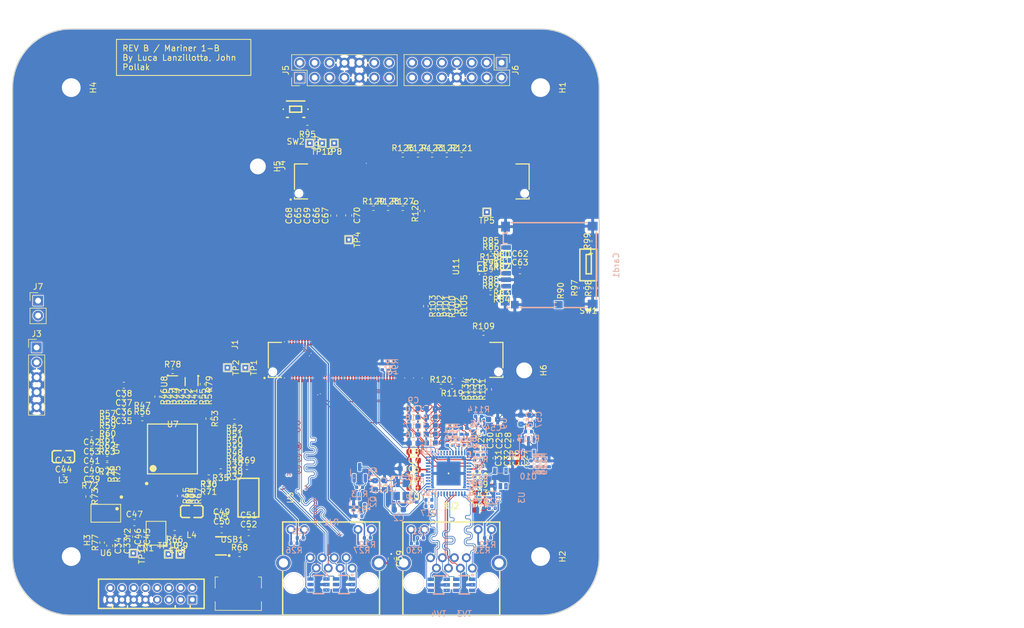
<source format=kicad_pcb>
(kicad_pcb (version 20241229) (generator "pcbnew") (generator_version "9.0")
  (title_block (title "Mariner 1-A") (date "2025-06-26") (rev "A") (company "Bronco Space Lab") (comment 1 "Designed by Luca Lanzillotta, John Pollack, Kelly Williams"))
  (layers (0 "F.Cu" signal "SIG1") (4 "In1.Cu" power "GND1") (6 "In2.Cu" power "PWR") (8 "In3.Cu" signal "SIG2") (10 "In4.Cu" power "GND2") (2 "B.Cu" signal "SIG3") (13 "F.Paste" user) (15 "B.Paste" user) (5 "F.SilkS" user "F.Silkscreen") (7 "B.SilkS" user "B.Silkscreen") (1 "F.Mask" user) (3 "B.Mask" user) (25 "Edge.Cuts" user))
  (net 0 "")
  (net 1 "Net-(Card1-CD{slash}DAT3)")
  (net 2 "GND")
  (net 3 "Net-(Card1-VDD)")
  (net 4 "X_CONN_USDHC1_CD_B")
  (net 5 "Net-(Card1-CMD)")
  (net 6 "Net-(Card1-DAT0)")
  (net 7 "X_CONN_USDHC1_CLK")
  (net 8 "Net-(Card1-DAT2)")
  (net 9 "Net-(Card1-DAT1)")
  (net 11 "VCC_3V3")
  (net 14 "X_SCU_WDOG0_WDOG_OUT")
  (net 15 "Net-(CN1-Pad2)")
  (net 16 "Net-(CN1-Pad10)")
  (net 18 "Net-(CN1-Pad4)")
  (net 20 "X_ADMA_SPI2_CS1")
  (net 22 "Net-(R115-Pad1)")
  (net 24 "X_CONN_USB_OTG2_DN")
  (net 26 "VCC_QSPI_1V8")
  (net 27 "VDD_ADC_1V8")
  (net 28 "VDD_ETH_1V0")
  (net 29 "VCC_ENET_2V5")
  (net 30 "VBUS_DEBUG_USB")
  (net 31 "Net-(U1-X_I)")
  (net 32 "3V3_FTDI")
  (net 33 "1V8_FTDI")
  (net 34 "X_ADMA_I2C3_SDA")
  (net 37 "X_ADMA_I2C3_SCL")
  (net 38 "X_LSO_GPIO1_IO20")
  (net 39 "X_ETH_GPIO1")
  (net 40 "X_LSO_GPIO1_IO17")
  (net 41 "Net-(J1-A19)")
  (net 42 "X_CONN_ENET1_TXD1")
  (net 44 "X_CONN_ENET1_RXD3")
  (net 45 "X_CONN_ENET1_RXD2")
  (net 46 "X_ADMA_UART2_TX")
  (net 49 "X_ETH0_INT")
  (net 50 "X_CONN_USB_OTG2_OC")
  (net 51 "X_ADMA_SPI2_SDO")
  (net 54 "Net-(J1-B13)")
  (net 55 "X_CONN_ENET1_RXD0")
  (net 57 "Net-(J1-A15)")
  (net 59 "X_ADMA_SPI2_CS0")
  (net 60 "Net-(J1-A13)")
  (net 63 "USB_OTG2_VBUS")
  (net 64 "X_CONN_ETH0_MDIO")
  (net 65 "X_ETH0_LED0")
  (net 68 "X_CONN_USB_OTG2_PWR")
  (net 69 "X_ADMA_UART0_TX")
  (net 70 "Net-(J1-A18)")
  (net 71 "X_ETH_GPIO0")
  (net 72 "X_ADMA_SPI2_SDI")
  (net 73 "X_CONN_ENET1_TXD0")
  (net 74 "X_BOOT_MODE2")
  (net 76 "X_CONN_ENET1_TXD2")
  (net 77 "X_ADMA_UART0_RX")
  (net 81 "X_CONN_ENET1_RXC")
  (net 83 "X_BOOT_MODE1")
  (net 84 "X_CONN_ENET1_TXC")
  (net 86 "X_BOOT_MODE3")
  (net 88 "Net-(J1-B16)")
  (net 90 "Net-(J1-A1)")
  (net 93 "X_CONN_USDHC1_VSELECT")
  (net 97 "VCC_LDO_SD1")
  (net 99 "X_CONN_USDHC1_WP")
  (net 100 "X_CONN_USDHC1_RESET_B")
  (net 101 "X_LSO_GPIO1_IO18")
  (net 102 "X_ADMA_UART2_RX")
  (net 104 "X_CONN_ETH0_MDC")
  (net 105 "X_CONN_USB_OTG2_DP")
  (net 107 "X_CONN_ENET1_RXD1")
  (net 110 "X_ADMA_SPI2_SCK")
  (net 112 "X_CONN_ENET1_TXD3")
  (net 113 "Net-(J1-A16)")
  (net 114 "Net-(J1-A14)")
  (net 115 "X_BOOT_MODE0")
  (net 118 "X_ETH0_LED1")
  (net 119 "X_CONN_ENET1_REFCLK")
  (net 121 "X_LSO_GPIO1_IO19")
  (net 122 "X_CONN_ENET1_TX_CTL")
  (net 124 "X_CONN_USB_OTG2_ID")
  (net 125 "X_CONN_ENET1_RX_CTL")
  (net 128 "Net-(J4-C36)")
  (net 130 "X_LSIO_GPIO1_IO30")
  (net 131 "X_M40_UART0_TX")
  (net 134 "Net-(J4-D38)")
  (net 136 "X_LSIO_GPIO1_IO13")
  (net 138 "Net-(J4-C26)")
  (net 139 "X_LSIO_QSPI0B_DATA3")
  (net 141 "Net-(J4-C31)")
  (net 144 "X_PMIC_EWARN")
  (net 145 "X_LSIO_GPIO1_IO29")
  (net 146 "X_PMIC_INT_B")
  (net 147 "X_LSIO_QSPI0B_SCLK")
  (net 148 "X_POR_B_3V3")
  (net 149 "Net-(J4-C21)")
  (net 150 "~{X_nRESET_IN}")
  (net 151 "X_LSIO_GPIO1_IO09")
  (net 152 "X_LSIO_QSPI0B_DATA1")
  (net 153 "X_LSIO_QSPIOB_SS1_B")
  (net 155 "Net-(J4-D41)")
  (net 157 "X_LSIO_GPIO1_IO25")
  (net 158 "VCC_SCU_1V8")
  (net 161 "Net-(J4-C16)")
  (net 162 "X_SCU_PMIC_ON_REQ")
  (net 163 "Net-(J4-D46)")
  (net 164 "X_LSIO_QSPI0B_DQS")
  (net 165 "X_LSIO_GPIO1_IO26")
  (net 167 "X_SCU_PMIC_STANDBY")
  (net 168 "X_LSIO_GPIO1_IO14")
  (net 170 "X_PMIC_WDI")
  (net 172 "VCC_1V8_OUT")
  (net 173 "Net-(J4-D32)")
  (net 174 "X_LSIO_QSPIOB_SS0_B")
  (net 176 "VCC_3V3_OUT")
  (net 177 "X_LSIO_GPIO1_IO12")
  (net 178 "X_POR_B_1V8")
  (net 181 "X_LSIO_QSPI0B_DATA0")
  (net 183 "X_LSIO_GPIO1_IO10")
  (net 184 "X_LSIO_QSPI0B_DATA2")
  (net 188 "X_PGOOD")
  (net 200 "Net-(U1-X_O)")
  (net 201 "Net-(Q1-G)")
  (net 202 "Net-(Q1-D)")
  (net 203 "Net-(RJ1-R-)")
  (net 204 "Net-(RJ1-L-)")
  (net 205 "ETH1_A_TX_P")
  (net 206 "Net-(RJ2-R-)")
  (net 207 "ETH1_A_TX_N")
  (net 208 "ETH1_B_TX_P")
  (net 209 "ETH1_C_TXCLK_P")
  (net 210 "Net-(RJ2-L-)")
  (net 211 "Net-(R99-Pad1)")
  (net 218 "/Debug USB - UART/DEBUG_USB_DP")
  (net 220 "Net-(U1-CLK_OUT)")
  (net 223 "LED0_LINK")
  (net 226 "X_CONN_ETH1_PHY_INT")
  (net 227 "LED2_ACT")
  (net 228 "Net-(U1-RX_D1)")
  (net 229 "Net-(U1-RX_D0)")
  (net 230 "Net-(U1-RX_CLK)")
  (net 231 "Net-(U1-RX_CTRL)")
  (net 232 "Net-(U1-RESET_N)")
  (net 233 "Net-(U1-RX_D3)")
  (net 234 "Net-(U1-RX_D2)")
  (net 235 "Net-(U1-RBIAS)")
  (net 236 "ETH1_LED0")
  (net 237 "ETH1_LED1")
  (net 238 "Net-(U4-~{RESET})")
  (net 239 "Net-(U4-ADBUS4)")
  (net 240 "Net-(U4-EEDATA)")
  (net 241 "Net-(U4-ADBUS5)")
  (net 242 "Net-(U4-BCBUS3)")
  (net 243 "Net-(U4-BCBUS0)")
  (net 244 "Net-(U4-ACBUS6)")
  (net 245 "Net-(U4-ADBUS2)")
  (net 246 "Net-(U4-ADBUS1)")
  (net 247 "Net-(U4-OSCO)")
  (net 249 "Net-(U4-BCBUS5)")
  (net 250 "Net-(U4-BCBUS4)")
  (net 251 "Net-(U4-VPLL)")
  (net 252 "Net-(U4-BCBUS1)")
  (net 253 "Net-(U4-BDBUS1)")
  (net 254 "Net-(U4-BDBUS7)")
  (net 255 "Net-(U4-ACBUS4)")
  (net 256 "Net-(U4-REF)")
  (net 257 "Net-(U4-BCBUS2)")
  (net 258 "Net-(U4-EECLK)")
  (net 259 "Net-(U4-ACBUS7)")
  (net 260 "Net-(U4-ADBUS6)")
  (net 261 "/Debug USB - UART/FTDI_OSCI")
  (net 262 "Net-(U4-ACBUS1)")
  (net 264 "Net-(U4-ADBUS3)")
  (net 265 "Net-(U4-BCBUS7)")
  (net 266 "Net-(U4-ADBUS7)")
  (net 267 "Net-(U4-VPHY)")
  (net 268 "Net-(U4-ADBUS0)")
  (net 269 "Net-(U4-EECS)")
  (net 270 "Net-(U4-BDBUS4)")
  (net 271 "Net-(U4-BDBUS0)")
  (net 272 "Net-(U4-ACBUS2)")
  (net 273 "Net-(U4-BDBUS6)")
  (net 274 "Net-(U4-TEST)")
  (net 275 "Net-(U4-BCBUS6)")
  (net 276 "Net-(U4-BDBUS3)")
  (net 277 "Net-(U4-ACBUS5)")
  (net 278 "Net-(U4-BDBUS2)")
  (net 279 "Net-(U4-BDBUS5)")
  (net 280 "Net-(U4-ACBUS3)")
  (net 281 "Net-(U4-ACBUS0)")
  (net 282 "Net-(U5-ADJ)")
  (net 283 "Net-(U5-EN)")
  (net 285 "Net-(U6-ORG)")
  (net 286 "Net-(U6-DI)")
  (net 287 "Net-(U6-DO)")
  (net 288 "/Debug USB - UART/M40_UART0_TX")
  (net 289 "Net-(U7-OE)")
  (net 290 "Net-(U8-OE)")
  (net 291 "/Debug USB - UART/M40_UART0_RX")
  (net 292 "X_M40_UART0_RX")
  (net 293 "Net-(U9-EN)")
  (net 294 "Net-(U10-EN)")
  (net 295 "Net-(U10-ADJ)")
  (net 296 "SD1_SPWR")
  (net 299 "/Debug USB - UART/DEBUG_USB_ID")
  (net 300 "/Debug USB - UART/FTDI_OSCO")
  (net 301 "Net-(R10-Pad2)")
  (net 302 "X_CONN_USDHC1_DATA2")
  (net 303 "X_CONN_USDHC1_DATA3")
  (net 304 "X_CONN_USDHC1_CMD")
  (net 305 "X_CONN_USDHC1_DATA0")
  (net 306 "X_CONN_USDHC1_DATA1")
  (net 307 "ETH1_D_RXDV_P")
  (net 308 "ETH1_C_TXCLK_N")
  (net 309 "ETH1_B_TX_N")
  (net 310 "ETH1_D_RXDV_N")
  (net 311 "/Debug USB - UART/DEBUG_USB_DN")
  (net 312 "X_ETH0_B_TX_N")
  (net 313 "X_ETH0_C_TXCLK_N")
  (net 314 "X_ETH0_C_TXCLK_P")
  (net 315 "X_ETH0_B_TX_P")
  (net 316 "X_ETH0_A_TX_P")
  (net 317 "X_ETH0_D_RXDV_N")
  (net 318 "X_ETH0_D_RXDV_P")
  (net 319 "X_ETH0_A_TX_N")
  (net 320 "GNDPWR")
  (net 322 "X_CONN_ENET1_RX_CTRL")
  (footprint "Resistor_SMD:R_0402_1005Metric" (layer "F.Cu") (at 150.24 67.32)
    (property "Reference" "R87")
    (property "Value" "49.9K")
  )
  (footprint "Resistor_SMD:R_0402_1005Metric" (layer "F.Cu") (at 82.9668 97.8796)
    (property "Reference" "R62")
    (property "Value" "10K")
  )
  (footprint "Resistor_SMD:R_0402_1005Metric" (layer "F.Cu") (at 94.4746 111.5558 180)
    (property "Reference" "R66")
    (property "Value" "200")
  )
  (footprint "Capacitor_SMD:C_0603_1608Metric" (layer "F.Cu") (at 102.4764 111.0774)
    (property "Reference" "C50")
    (property "Value" "2.2uF")
  )
  (footprint "Capacitor_SMD:C_0603_1608Metric" (layer "F.Cu") (at 80.3378 101.0092 180)
    (property "Reference" "C39")
    (property "Value" "100nF")
  )
  (footprint "Resistor_SMD:R_0402_1005Metric" (layer "F.Cu") (at 141.7541 86.6076 180)
    (property "Reference" "R119")
    (property "Value" "10k")
  )
  (footprint "Resistor_SMD:R_0402_1005Metric" (layer "F.Cu") (at 104.6604 93.6124 180)
    (property "Reference" "R51")
    (property "Value" "10K")
  )
  (footprint "Resistor_SMD:R_0402_1005Metric" (layer "F.Cu") (at 100.2622 103.4168 180)
    (property "Reference" "R71")
    (property "Value" "16.5K")
  )
  (footprint "Resistor_SMD:R_0402_1005Metric" (layer "F.Cu") (at 148.36 64)
    (property "Reference" "R86")
    (property "Value" "49.9K")
  )
  (footprint "Capacitor_SMD:C_0603_1608Metric" (layer "F.Cu") (at 80.3378 97.869 180)
    (property "Reference" "C41")
    (property "Value" "100nF")
  )
  (footprint "Capacitor_SMD:C_0603_1608Metric" (layer "F.Cu") (at 75.5014 100.6448)
    (property "Reference" "C43")
    (property "Value" "100nF")
  )
  (footprint "Resistor_SMD:R_0402_1005Metric" (layer "F.Cu") (at 100.2664 102.0748 180)
    (property "Reference" "R36")
    (property "Value" "10K")
  )
  (footprint "imx8_carrier_board_footprints:MICRO-USB-SMD_47346-0001" (layer "F.Cu") (at 105.2952 120.8324)
    (property "Reference" "USB1")
    (property "Value" "47346-0001")
  )
  (footprint "Capacitor_SMD:C_0603_1608Metric" (layer "F.Cu") (at 107.0824 111.5702)
    (property "Reference" "C52")
    (property "Value" "100nF")
  )
  (footprint "Capacitor_SMD:C_0603_1608Metric" (layer "F.Cu") (at 135.210003 103.887335 180)
    (property "Reference" "C3")
    (property "Value" "1uF")
  )
  (footprint "Resistor_SMD:R_0402_1005Metric" (layer "F.Cu") (at 83.0302 93.4494)
    (property "Reference" "R58")
    (property "Value" "10K")
  )
  (footprint "Capacitor_SMD:C_0603_1608Metric" (layer "F.Cu") (at 115.381745 57.475956 90)
    (property "Reference" "C68")
    (property "Value" "4.7uF")
  )
  (footprint "Capacitor_SMD:C_0603_1608Metric" (layer "F.Cu") (at 116.93317 57.48782 90)
    (property "Reference" "C65")
    (property "Value" "22uF")
  )
  (footprint "Capacitor_SMD:C_0603_1608Metric" (layer "F.Cu") (at 124.1311 57.4246 -90)
    (property "Reference" "C70")
    (property "Value" "220nF")
  )
  (footprint "Resistor_SMD:R_0402_1005Metric" (layer "F.Cu") (at 147.16 87.1 90)
    (property "Reference" "R132")
    (property "Value" "10k")
  )
  (footprint "Connector_PinHeader_2.54mm:PinHeader_2x07_P2.54mm_Vertical" (layer "F.Cu") (at 150.19 31.37 -90)
    (property "Reference" "J6")
    (property "Value" "Conn_02x07_Counter_Clockwise")
  )
  (footprint "Capacitor_SMD:C_0603_1608Metric" (layer "F.Cu") (at 85.7968 86.3882 180)
    (property "Reference" "C38")
    (property "Value" "4.7uF")
  )
  (footprint "Capacitor_SMD:C_0603_1608Metric" (layer "F.Cu") (at 75.5132 102.1782)
    (property "Reference" "C44")
    (property "Value" "4.7uF")
  )
  (footprint "Resistor_SMD:R_0402_1005Metric" (layer "F.Cu") (at 139.5881 72.8676 -90)
    (property "Reference" "R101")
    (property "Value" "22")
  )
  (footprint "Capacitor_SMD:C_0603_1608Metric" (layer "F.Cu") (at 135.200004 97.774134 180)
    (property "Reference" "C7")
    (property "Value" "10nF")
  )
  (footprint "Capacitor_SMD:C_0603_1608Metric" (layer "F.Cu") (at 152.690003 98.832335 -90)
    (property "Reference" "C27")
    (property "Value" "1uF")
  )
  (footprint "Resistor_SMD:R_0402_1005Metric" (layer "F.Cu") (at 93.5312 88.3526 -90)
    (property "Reference" "R44")
    (property "Value" "10K")
  )
  (footprint "Resistor_SMD:R_0402_1005Metric" (layer "F.Cu") (at 104.6604 95.6952 180)
    (property "Reference" "R49")
    (property "Value" "10K")
  )
  (footprint "imx8_carrier_board_footprints:RJ45-TH_RJHSE5384" (layer "F.Cu") (at 121.14 114.3)
    (property "Reference" "RJ1")
    (property "Value" "RJHSE5384")
  )
  (footprint "Resistor_SMD:R_0402_1005Metric" (layer "F.Cu") (at 88.9464 91.0364)
    (property "Reference" "R47")
    (property "Value" "10K")
  )
  (footprint "Resistor_SMD:R_0402_1005Metric" (layer "F.Cu") (at 82.9648 99.9624 180)
    (property "Reference" "R74")
    (property "Value" "2K")
  )
  (footprint "Resistor_SMD:R_0402_1005Metric" (layer "F.Cu") (at 92.4898 88.3546 -90)
    (property "Reference" "R45")
    (property "Value" "10K")
  )
  (footprint "Resistor_SMD:R_0402_1005Metric" (layer "F.Cu") (at 142.6361 72.8676 -90)
    (property "Reference" "R105")
    (property "Value" "22")
  )
  (footprint "Resistor_SMD:R_0402_1005Metric" (layer "F.Cu") (at 150.21 62.9 180)
    (property "Reference" "R80")
    (property "Value" "22")
  )
  (footprint "imx8_carrier_board_footprints:SC-70-6_L2.0-W1.3-P0.65-LS2.1-BR" (layer "F.Cu") (at 97.3514 85.7948 90)
    (property "Reference" "U8")
    (property "Value" "TXS0101DCKR")
  )
  (footprint "Capacitor_SMD:C_0603_1608Metric" (layer "F.Cu") (at 85.7968 87.963 180)
    (property "Reference" "C37")
    (property "Value" "100nF")
  )
  (footprint "LOGO" (layer "F.Cu") (at 91.79 56.56)
    (property "Reference" "G***" (hide yes))
    (property "Value" "LOGO" (hide yes))
  )
  (footprint "Capacitor_SMD:C_0603_1608Metric" (layer "F.Cu") (at 153.335 65.4)
    (property "Reference" "C62")
    (property "Value" "10uF")
  )
  (footprint "Resistor_SMD:R_0402_1005Metric" (layer "F.Cu") (at 148.360001 66.68)
    (property "Reference" "R91")
    (property "Value" "0")
  )
  (footprint "Capacitor_SMD:C_0603_1608Metric" (layer "F.Cu") (at 83.4012 113.7676 -90)
    (property "Reference" "C34")
    (property "Value" "100nF")
  )
  (footprint "Resistor_SMD:R_0402_1005Metric" (layer "F.Cu") (at 140.6041 72.8676 -90)
    (property "Reference" "R100")
    (property "Value" "22")
  )
  (footprint "Capacitor_SMD:C_0603_1608Metric" (layer "F.Cu") (at 148.170003 95.827335 90)
    (property "Reference" "C29")
    (property "Value" "10nF")
  )
  (footprint "Resistor_SMD:R_0402_1005Metric" (layer "F.Cu") (at 82.9648 98.921)
    (property "Reference" "R63")
    (property "Value" "1K")
  )
  (footprint "Resistor_SMD:R_0402_1005Metric" (layer "F.Cu") (at 91.4738 88.3546 -90)
    (property "Reference" "R46")
    (property "Value" "10K")
  )
  (footprint "Capacitor_SMD:C_0603_1608Metric" (layer "F.Cu") (at 147.42 67.89)
    (property "Reference" "C64")
    (property "Value" "100nF")
  )
  (footprint "Resistor_SMD:R_0402_1005Metric" (layer "F.Cu") (at 97.3264 105.2948 -90)
    (property "Reference" "R67")
    (property "Value" "1K")
  )
  (footprint "Resistor_SMD:R_0402_1005Metric" (layer "F.Cu") (at 133.3541 47.1076)
    (property "Reference" "R125")
    (property "Value" "10k")
  )
  (footprint "Resistor_SMD:R_0402_1005Metric" (layer "F.Cu") (at 138.3541 47.1076)
    (property "Reference" "R123")
    (property "Value" "10k")
  )
  (footprint "Resistor_SMD:R_0402_1005Metric" (layer "F.Cu") (at 104.6584 96.7366 180)
    (property "Reference" "R48")
    (property "Value" "10K")
  )
  (footprint "Resistor_SMD:R_0402_1005Metric" (layer "F.Cu") (at 99.2014 86.2098 -90)
    (property "Reference" "R79")
    (property "Value" "10K")
  )
  (footprint "Capacitor_SMD:C_0603_1608Metric" (layer "F.Cu") (at 85.7968 89.5124 180)
    (property "Reference" "C36")
    (property "Value" "100nF")
  )
  (footprint "Resistor_SMD:R_0402_1005Metric" (layer "F.Cu") (at 104.6584 100.9022 180)
    (property "Reference" "R37")
    (property "Value" "10K")
  )
  (footprint "Capacitor_SMD:C_0603_1608Metric" (layer "F.Cu") (at 135.210003 99.240736 180)
    (property "Reference" "C6")
    (property "Value" "100nF")
  )
  (footprint "TestPoint:TestPoint_THTPad_1.0x1.0mm_Drill0.5mm" (layer "F.Cu") (at 119.5902 45.1116 180)
    (property "Reference" "TP12")
    (property "Value" "TestPoint")
  )
  (footprint "Capacitor_SMD:C_0603_1608Metric" (layer "F.Cu") (at 135.210003 102.340736 180)
    (property "Reference" "C4")
    (property "Value" "100nF")
  )
  (footprint "Resistor_SMD:R_0402_1005Metric" (layer "F.Cu") (at 100.2622 104.4836)
    (property "Reference" "R70")
    (property "Value" "10K")
  )
  (footprint "Resistor_SMD:R_0402_1005Metric" (layer "F.Cu") (at 83.0282 95.8222)
    (property "Reference" "R60")
    (property "Value" "10K")
  )
  (footprint "Capacitor_SMD:C_0603_1608Metric" (layer "F.Cu") (at 80.3366 96.2688 180)
    (property "Reference" "C53")
    (property "Value" "100nF")
  )
  (footprint "Capacitor_SMD:C_0603_1608Metric" (layer "F.Cu") (at 152.740004 95.837335 90)
    (property "Reference" "C28")
    (property "Value" "100nF")
  )
  (footprint "Capacitor_SMD:C_0603_1608Metric" (layer "F.Cu") (at 102.464 109.4518)
    (property "Reference" "C49")
    (property "Value" "100nF")
  )
  (footprint "Resistor_SMD:R_0402_1005Metric" (layer "F.Cu") (at 140.8541 47.1076)
    (property "Reference" "R122")
    (property "Value" "10k")
  )
  (footprint "imx8_carrier_board_footprints:L0805" (layer "F.Cu") (at 97.3514 107.9448 180)
    (property "Reference" "L4")
    (property "Value" "600R/100MHz")
  )
  (footprint "Resistor_SMD:R_0402_1005Metric" (layer "F.Cu") (at 148.360001 65.68)
    (property "Reference" "R136")
    (property "Value" "0")
  )
  (footprint "Resistor_SMD:R_0402_1005Metric" (layer "F.Cu") (at 146.16 87.1 90)
    (property "Reference" "R133")
    (property "Value" "10k")
  )
  (footprint "Capacitor_SMD:C_0603_1608Metric" (layer "F.Cu") (at 151.250004 95.847336 90)
    (property "Reference" "C25")
    (property "Value" "1uF")
  )
  (footprint "Resistor_SMD:R_0402_1005Metric" (layer "F.Cu") (at 83.5264 101.5348 -90)
    (property "Reference" "R75")
    (property "Value" "10K")
  )
  (footprint "Resistor_SMD:R_0402_1005Metric" (layer "F.Cu") (at 117.09 42.43 180)
    (property "Reference" "R95")
    (property "Value" "2K")
  )
  (footprint "Resistor_SMD:R_0402_1005Metric" (layer "F.Cu") (at 135.9541 47.1076)
    (property "Reference" "R124")
    (property "Value" "10k")
  )
  (footprint "Capacitor_SMD:C_0603_1608Metric" (layer "F.Cu") (at 118.48257 57.474819 90)
    (property "Reference" "C69")
    (property "Value" "100nF")
  )
  (footprint "Capacitor_SMD:C_0603_1608Metric" (layer "F.Cu") (at 80.3366 94.6686 180)
    (property "Reference" "C42")
    (property "Value" "100nF")
  )
  (footprint "Resistor_SMD:R_0402_1005Metric" (layer "F.Cu") (at 80.0102 102.3638 180)
    (property "Reference" "R72")
    (property "Value" "10K")
  )
  (footprint "Resistor_SMD:R_0402_1005Metric" (layer "F.Cu") (at 96.63 88.3546 -90)
    (property "Reference" "R41")
    (property "Value" "22")
  )
  (footprint "Capacitor_SMD:C_0603_1608Metric" (layer "F.Cu") (at 86.7748 112.2182 -90)
    (property "Reference" "C46")
    (property "Value" "100nF")
  )
  (footprint "Resistor_SMD:R_0402_1005Metric" (layer "F.Cu") (at 136.6541 56.6676 90)
    (property "Reference" "R126")
    (property "Value" "10k")
  )
  (footprint "Resistor_SMD:R_0402_1005Metric" (layer "F.Cu") (at 82.4764 101.5448 -90)
    (property "Reference" "R76")
    (property "Value" "10K")
  )
  (footprint "imx8_carrier_board_footprints:CRYSTAL-SMD_4P-L3.2-W2.5-BL" (layer "F.Cu") (at 91.2878 111.6496 90)
    (property "Reference" "Y2")
    (property "Value" "12MHz")
  )
  (footprint "Resistor_SMD:R_0402_1005Metric" (layer "F.Cu") (at 148.11 87.1 90)
    (property "Reference" "R131")
    (property "Value" "10k")
  )
  (footprint "Resistor_SMD:R_0402_1005Metric" (layer "F.Cu") (at 96.3506 105.2964 -90)
    (property "Reference" "R64")
    (property "Value" "10K")
  )
  (footprint "Capacitor_SMD:C_0603_1608Metric" (layer "F.Cu") (at 146.465003 107.707335)
    (property "Reference" "C24")
    (property "Value" "1uF")
  )
  (footprint "Resistor_SMD:R_0402_1005Metric" (layer "F.Cu") (at 104.6604 92.571 180)
    (property "Reference" "R52")
    (property "Value" "10K")
  )
  (footprint "Capacitor_SMD:C_0603_1608Metric" (layer "F.Cu") (at 88.3312 112.2226 -90)
    (property "Reference" "C45")
    (property "Value" "4.7uF")
  )
  (footprint "Resistor_SMD:R_0402_1005Metric" (layer "F.Cu") (at 145.21 87.1 90)
    (property "Reference" "R134")
    (property "Value" "10k")
  )
  (footprint "Capacitor_SMD:C_0603_1608Metric" (layer "F.Cu") (at 146.465003 103.297335)
    (property "Reference" "C20")
    (property "Value" "100nF")
  )
  (footprint "MountingHole:MountingHole_3.2mm_M3_DIN965_Pad" (layer "F.Cu") (at 76.8402 115.6284 -90)
    (property "Reference" "H3")
    (property "Value" "M3")
  )
  (footprint "Connector_PinHeader_2.54mm:PinHeader_1x05_P2.54mm_Vertical" (layer "F.Cu") (at 70.94 79.96)
    (property "Reference" "J3")
    (property "Value" "Conn_01x05_Pin")
  )
  (footprint "TestPoint:TestPoint_THTPad_1.0x1.0mm_Drill0.5mm" (layer "F.Cu") (at 103.47 83.4 -90)
    (property "Reference" "TP2")
    (property "Value" "TestPoint")
  )
  (footprint "Resistor_SMD:R_0402_1005Metric" (layer "F.Cu") (at 128.3541 56.2076)
    (property "Reference" "R129")
    (property "Value" "10k")
  )
  (footprint "Capacitor_SMD:C_0603_1608Metric" (layer "F.Cu") (at 146.465003 106.227335)
    (property "Reference" "C23")
    (property "Value" "100nF")
  )
  (footprint "Capacitor_SMD:C_0603_1608Metric" (layer "F.Cu") (at 84.946 113.7676 -90)
    (property "Reference" "C33")
    (property "Value" "4.7uF")
  )
  (footprint "Resistor_SMD:R_0402_1005Metric" (layer "F.Cu") (at 166.170001 69.84 90)
    (property "Reference" "R98")
    (property "Value" "1k")
  )
  (footprint "imx8_carrier_board_footprints:RJ45-TH_RJHSE5384" (layer "F.Cu") (at 141.630001 114.310001)
    (property "Reference" "RJ2")
    (property "Value" "RJHSE5384")
  )
  (footprint "Resistor_SMD:R_0402_1005Metric" (layer "F.Cu") (at 82.1038 113.2476 90)
    (property "Reference" "R77")
    (property "Value" "10K")
  )
  (footprint "MountingHole:MountingHole_3.2mm_M3_DIN965_Pad" (layer "F.Cu") (at 156.8402 115.6284 -90)
    (property "Reference" "H2")
    (property "Value" "M3")
  )
  (footprint "Resistor_SMD:R_0402_1005Metric" (layer "F.Cu") (at 100.1732 92.1012 -90)
    (property "Reference" "R53")
    (property "Value" "10K")
  )
  (footprint "Resistor_SMD:R_0402_1005Metric" (layer "F.Cu") (at 141.6201 72.8676 -90)
    (property "Reference" "R92")
    (property "Value" "22")
  )
  (footprint "imx8_carrier_board_footprints:SW-SMD_1.27-1P-TPPT" (layer "F.Cu") (at 164.98 65.88 180)
    (property "Reference" "SW1")
    (property "Value" "SW_DIP_x01")
  )
  (footprint "Resistor_SMD:R_0402_1005Metric" (layer "F.Cu") (at 95.3014 105.2698 -90)
    (property "Reference" "R65")
    (property "Value" "12K")
  )
  (footprint "Resistor_SMD:R_0402_1005Metric" (layer "F.Cu") (at 104.6544 97.778 180)
    (property "Reference" "R40")
    (property "Value" "10K")
  )
  (footprint "Capacitor_SMD:C_0603_1608Metric" (layer "F.Cu") (at 151.230003 98.827335 -90)
    (property "Reference" "C26")
    (property "Value" "100nF")
  )
  (footprint "Resistor_SMD:R_0402_1005Metric" (layer "F.Cu") (at 98.2764 105.2948 90)
    (property "Reference" "R34")
    (property "Value" "22")
  )
  (footprint "Resistor_SMD:R_0402_1005Metric" (layer "F.Cu") (at 98.1032 88.3566 -90)
    (property "Reference" "R55")
    (property "Value" "10K")
  )
  (footprint "imx8_carrier_board_footprints:KEY-SMD_KMR2XXGXXX" (layer "F.Cu") (at 115.09 39.67 180)
    (property "Reference" "SW2")
    (property "Value" "KMR221GLFS")
  )
  (footprint "imx8_carrier_board_footprints:CONN-TH_DF11-16DP-2DSA-08" (layer "F.Cu") (at 90.49 121.98)
    (property "Reference" "CN1")
    (property "Value" "DF11-16DP-2DSA(08)")
  )
  (footprint "Resistor_SMD:R_0402_1005Metric" (layer "F.Cu") (at 165.970001 61.820001 90)
    (property "Reference" "R99")
    (property "Value" "1k")
  )
  (footprint "Capacitor_SMD:C_0603_1608Metric" (layer "F.Cu") (at 85.7968 91.078 180)
    (property "Reference" "C35")
    (property "Value" "100nF")
  )
  (footprint "Capacitor_SMD:C_0603_1608Metric" (layer "F.Cu") (at 135.210004 100.784134 180)
    (property "Reference" "C5")
    (property "Value" "1uF")
  )
  (footprint "Resistor_SMD:R_0402_1005Metric" (layer "F.Cu") (at 159.39 72.66)
    (property "Reference" "R90")
    (property "Value" "49.9K")
  )
  (footprint "Capacitor_SMD:C_0603_1608Metric" (layer "F.Cu") (at 148.230003 98.822335 -90)
    (property "Reference" "C31")
    (property "Value" "100nF")
  )
  (footprint "Resistor_SMD:R_0402_1005Metric" (layer "F.Cu") (at 150.18 70.6 180)
    (property "Reference" "R84")
    (property "Value" "22")
  )
  (footprint "Resistor_SMD:R_0402_1005Metric" (layer "F.Cu") (at 147.1041 77.5076)
    (property "Reference" "R109")
    (property "Value" "10k")
  )
  (footprint "Resistor_SMD:R_0402_1005Metric" (layer "F.Cu") (at 150.23 65.11 180)
    (property "Reference" "R82")
    (property "Value" "22")
  )
  (footprint "Capacitor_SMD:C_0603_1608Metric" (layer "F.Cu") (at 107.0824 110)
    (property "Reference" "C51")
    (property "Value" "1uF")
  )
  (footprint "Capacitor_SMD:C_0603_1608Metric" (layer "F.Cu") (at 149.720005 95.827336 90)
    (property "Reference" "C30")
    (property "Value" "10uF")
  )
  (footprint "Resistor_SMD:R_0402_1005Metric" (layer "F.Cu") (at 104.6564 98.8194 180)
    (property "Reference" "R39")
    (property "Value" "10K")
  )
  (footprint "MountingHole:MountingHole_3.2mm_M3_DIN965_Pad" (layer "F.Cu") (at 76.8402 35.6284 -90)
    (property "Reference" "H4")
    (property "Value" "M3")
  )
  (footprint "Resistor_SMD:R_0402_1005Metric" (layer "F.Cu") (at 82.9902 96.8382)
    (property "Reference" "R61")
    (property "Value" "10K")
  )
  (footprint "Connector_PinHeader_2.54mm:PinHeader_1x02_P2.54mm_Vertical" (layer "F.Cu") (at 71.19 71.975)
    (property "Reference" "J7")
    (property "Value" "Conn_01x02_Pin")
  )
  (footprint "MountingHole:MountingHole_2.7mm_M2.5_DIN965_Pad" (layer "F.Cu") (at 154.0523 83.866 -90)
    (property "Reference" "H6")
    (property "Value" "MountingHole_Pad_M2.5_2.7mm")
  )
  (footprint "Capacitor_SMD:C_0603_1608Metric" (layer "F.Cu") (at 87.6014 109.8448)
    (property "Reference" "C47")
    (property "Value" "12pF")
  )
  (footprint "Capacitor_SMD:C_0603_1608Metric" (layer "F.Cu") (at 153.325 66.869998)
    (property "Reference" "C63")
    (property "Value" "100nF")
  )
  (footprint "Capacitor_SMD:C_0603_1608Metric" (layer "F.Cu") (at 146.465003 104.757335)
    (property "Reference" "C19")
    (property "Value" "1uF")
  )
  (footprint "imx8_carrier_board_footprints:SOT-23-6_L2.9-W1.6-P0.95-LS2.8-BR" (layer "F.Cu") (at 102.3624 113.8068)
    (property "Reference" "TV5")
    (property "Value" "SRV05-4.TCT")
  )
  (footprint "Resistor_SMD:R_0402_1005Metric" (layer "F.Cu") (at 102.3164 101.0448 180)
    (property "Reference" "R35")
    (property "Value" "22")
  )
  (footprint "TestPoint:TestPoint_THTPad_1.0x1.0mm_Drill0.5mm" (layer "F.Cu") (at 124.1541 61.5576 -90)
    (property "Reference" "TP4")
    (property "Value" "TestPoint")
  )
  (footprint "Resistor_SMD:R_0402_1005Metric" (layer "F.Cu") (at 148.31 70.61)
    (property "Reference" "R89")
    (property "Value" "49.9K")
  )
  (footprint "Resistor_SMD:R_0402_1005Metric" (layer "F.Cu") (at 148.340001 62.91)
    (property "Reference" "R85")
    (property "Value" "49.9K")
  )
  (footprint "Resistor_SMD:R_0402_1005Metric" (layer "F.Cu") (at 148.319398 69.516999)
    (property "Reference" "R88")
    (property "Value" "49.9K")
  )
  (footprint "TestPoint:TestPoint_THTPad_1.0x1.0mm_Drill0.5mm" (layer "F.Cu") (at 93.4042 115.2278)
    (property "Reference" "TP10")
    (property "Value" "TestPoint")
  )
  (footprint "imx8_carrier_board_footprints:SOT-223-5_L6.5-W3.5-P1.50-LS7.0-BL" (layer "F.Cu") (at 107.044 105.5766 -90)
    (property "Reference" "U5")
    (property "Value" "LP38693MP-ADJ/NOPB")
  )
  (footprint "Capacitor_SMD:C_0603_1608Metric" (layer "F.Cu") (at 135.196806 96.304135 180)
    (property "Reference" "C8")
    (property "Value" "10uF")
  )
  (footprint "Resistor_SMD:R_0402_1005Metric" (layer "F.Cu") (at 99.1446 88.3526 -90)
    (property "Reference" "R54")
    (property "Value" "10K")
  )
  (footprint "Capacitor_SMD:C_0603_1608Metric" (layer "F.Cu") (at 80.3366 99.4438 180)
    (property "Reference" "C40")
    (property "Value" "100nF")
  )
  (footprint "Resistor_SMD:R_0402_1005Metric" (layer "F.Cu") (at 104.6544 99.8608 180)
    (property "Reference" "R38")
    (property "Value" "10K")
  )
  (footprint "imx8_carrier_board_footprints:L0805" (layer "F.Cu") (at 75.4632 98.5782 180)
    (property "Reference" "L3")
    (property "Value" "600R/100MHz")
  )
  (footprint "TestPoint:TestPoint_THTPad_1.0x1.0mm_Drill0.5mm" (layer "F.Cu") (at 121.66 45.11 180)
    (property "Reference" "TP8")
    (property "Value" "TestPoint")
  )
  (footprint "imx8_carrier_board_footprints:SOIC-8_L4.9-W3.9-P1.27-LS6.0-BL" (layer "F.Cu") (at 82.7362 108.2428 180)
    (property "Reference" "U6")
    (property "Value" "CAT93C66VI-GT3")
  )
  (footprint "Resistor_SMD:R_0402_1005Metric" (layer "F.Cu") (at 83.0302 94.4908)
    (property "Reference" "R59")
    (property "Value" "10K")
  )
  (footprint "Resistor_SMD:R_0402_1005Metric" (layer "F.Cu") (at 133.3541 56.2076)
    (property "Reference" "R127")
    (property "Value" "10k")
  )
  (footprint "Resistor_SMD:R_0402_1005Metric" (layer "F.Cu") (at 150.199999 69.5 180)
    (property "Reference" "R83")
    (property "Value" "22")
  )
  (footprint "TestPoint:TestPoint_THTPad_1.0x1.0mm_Drill0.5mm" (layer "F.Cu") (at 147.6769 56.8658 180)
    (property "Reference" "TP5")
    (property "Value" "TestPoint")
  )
  (footprint "TestPoint:TestPoint_THTPad_1.0x1.0mm_Drill0.5mm" (layer "F.Cu") (at 117.485 45.11 -90)
    (property "Reference" "TP7")
    (property "Value" "TestPoint")
  )
  (footprint "TestPoint:TestPoint_THTPad_1.0x1.0mm_Drill0.5mm" (layer "F.Cu") (at 95.4108 115.2278)
    (property "Reference" "TP9")
    (property "Value" "TestPoint")
  )
  (footprint "imx8_carrier_board_footprints:SAMTEC_BTH-070-02-L-D-A" (layer "F.Cu") (at 117.64 48.722)
    (property "Reference" "J4")
    (property "Value" "BTH-070-02-L-D-A")
  )
  (footprint "Resistor_SMD:R_0402_1005Metric" (layer "F.Cu") (at 88.9464 92.0778)
    (property "Reference" "R56")
    (property "Value" "10K")
  )
  (footprint "MountingHole:MountingHole_2.7mm_M2.5_DIN965_Pad" (layer "F.Cu") (at 108.6541 49.0754 -90)
    (property "Reference" "H5")
    (property "Value" "MountingHole_Pad_M2.5_2.7mm")
  )
  (footprint "Connector_PinHeader_2.54mm:PinHeader_2x07_P2.54mm_Vertical" (layer "F.Cu") (at 115.79 33.93 90)
    (property "Reference" "J5")
    (property "Value" "Conn_02x07_Counter_Clockwise")
  )
  (footprint "Resistor_SMD:R_0402_1005Metric" (layer "F.Cu") (at 163.810001 69.809999 90)
    (property "Reference" "R97")
    (property "Value" "1k")
  )
  (footprint "Resistor_SMD:R_0402_1005Metric" (layer "F.Cu") (at 104.6564 94.6538 180)
    (property "Reference" "R50")
    (property "Value" "10K")
  )
  (footprint "Capacitor_SMD:C_0603_1608Metric" (layer "F.Cu") (at 120.08277 57.463019 90)
    (property "Reference" "C66")
    (property "Value" "22uF")
  )
  (footprint "imx8_carrier_board_footprints:BGA-6_L1.5-W1.0-P0.50_BD2204GUL-E2" (layer "F.Cu") (at 146.68 66.16 90)
    (property "Reference" "U11")
    (property "Value" "BD2204GUL-E2")
  )
  (footprint "Resistor_SMD:R_0402_1005Metric" (layer "F.Cu") (at 94.5726 88.3546 -90)
    (property "Reference" "R43")
    (property "Value" "10K")
  )
  (footprint "imx8_carrier_board_footprints:SC-70-6_L2.0-W1.3-P0.65-LS2.1-BR" (layer "F.Cu") (at 94.2764 85.8948 180)
    (property "Reference" "U7")
    (property "Value" "TXS0101DCKR")
  )
  (footprint "Resistor_SMD:R_0402_1005Metric" (layer "F.Cu") (at 94.1264 84.0198)
    (property "Reference" "R78")
    (property "Value" "10K")
  )
  (footprint "imx8_carrier_board_footprints:LQFP-64_L10.0-W10.0-P0.50-LS12.0-TL" (layer "F.Cu") (at 94.09 97.27 90)
    (property "Reference" "U4")
    (property "Value" "FT2232HL")
  )
  (footprint "Resistor_SMD:R_0402_1005Metric" (layer "F.Cu") (at 106.79 100.3942)
    (property "Reference" "R69")
    (property "Value" "10K")
  )
  (footprint "Capacitor_SMD:C_0603_1608Metric" (layer "F.Cu") (at 131.39 115.96 -90)
    (property "Reference" "C59")
    (property "Value" "10nF")
  )
  (footprint "TestPoint:TestPoint_THTPad_1.0x1.0mm_Drill0.5mm" (layer "F.Cu") (at 106.52 83.4 -90)
    (property "Reference" "TP1")
    (property "Value" "TestPoint")
  )
  (footprint "Resistor_SMD:R_0402_1005Metric" (layer "F.Cu") (at 130.8541 56.2076)
    (property "Reference" "R128")
    (property "Value" "10k")
  )
  (footprint "TestPoint:TestPoint_THTPad_1.0x1.0mm_Drill0.5mm" (layer "F.Cu") (at 87.4264 115.0748 -90)
    (property "Reference" "TP11")
    (property "Value" "TestPoint")
  )
  (footprint "Resistor_SMD:R_0402_1005Metric" (layer "F.Cu") (at 137.2741 72.9076 -90)
    (property "Reference" "R103")
    (property "Value" "22")
  )
  (footprint "Resistor_SMD:R_0402_1005Metric" (layer "F.Cu") (at 138.5551 72.9002 -90)
    (property "Reference" "R102")
    (property "Value" "22")
  )
  (footprint "Resistor_SMD:R_0402_1005Metric" (layer "F.Cu") (at 95.614 88.3546 -90)
    (property "Reference" "R42")
    (property "Value" "22")
  )
  (footprint "imx8_carrier_board_footprints:SAMTEC_BTH-070-02-L-D-A" (layer "F.Cu") (at 113.18 79.162)
    (property "Reference" "J1")
    (property "Value" "BTH-070-02-L-D-A")
  )
  (footprint "Resistor_SMD:R_0402_1005Metric" (layer "F.Cu") (at 105.5264 115.2448)
    (property "Reference" "R68")
    (property "Value" "0")
  )
  (footprint "Capacitor_SMD:C_0603_1608Metric" (layer "F.Cu") (at 94.9264 113.1448 180)
    (property "Reference" "C48")
    (property "Value" "12pF")
  )
  (footprint "MountingHole:MountingHole_3.2mm_M3_DIN965_Pad" (layer "F.Cu") (at 156.8402 35.6284 -90)
    (property "Reference" "H1")
    (property "Value" "M3")
  )
  (footprint "Resistor_SMD:R_0402_1005Metric" (layer "F.Cu") (at 139.8541 86.6076)
    (property "Reference" "R120")
    (property "Value" "10k")
  )
  (footprint "Resistor_SMD:R_0402_1005Metric" (layer "F.Cu") (at 79.7162 105.3716 -90)
    (property "Reference" "R73")
    (property "Value" "0")
  )
  (footprint "Resistor_SMD:R_0402_1005Metric" (layer "F.Cu") (at 150.219999 64.01 180)
    (property "Reference" "R81")
    (property "Value" "22")
  )
  (footprint "Capacitor_SMD:C_0603_1608Metric" (layer "F.Cu") (at 149.750003 98.827335 -90)
    (property "Reference" "C32")
    (property "Value" "1uF")
  )
  (footprint "Capacitor_SMD:C_0603_1608Metric" (layer "F.Cu") (at 121.582769 57.463019 90)
    (property "Reference" "C67")
    (property "Value" "4.7uF")
  )
  (footprint "Resistor_SMD:R_0402_1005Metric" (layer "F.Cu") (at 143.3541 47.1076)
    (property "Reference" "R121")
    (property "Value" "10k")
  )
  (footprint "Resistor_SMD:R_0402_1005Metric" (layer "F.Cu") (at 83.0282 92.408)
    (property "Reference" "R57")
    (property "Value" "10K")
  )
  (footprint "imx8_carrier_board_footprints:CRYSTAL-SMD_4P-L3.2-W2.5-BL-2" (layer "B.Cu") (at 133.090003 104.187335 -90)
    (property "Reference" "Y1")
    (property "Value" "25MHz")
  )
  (footprint "Capacitor_SMD:C_0603_1608Metric" (layer "B.Cu") (at 135.175003 93.337334 180)
    (property "Reference" "C18")
    (property "Value" "100nF")
  )
  (footprint "Capacitor_SMD:C_0603_1608Metric" (layer "B.Cu") (at 152.846602 99.585538 180)
    (property "Reference" "C56")
    (property "Value" "4.7uF")
  )
  (footprint "Resistor_SMD:R_0402_1005Metric" (layer "B.Cu") (at 127.32 112.45)
    (property "Reference" "R29")
    (property "Value" "22")
  )
  (footprint "imx8_carrier_board_footprints:SOT-23-6_L2.9-W1.6-P0.95-LS2.8-BR" (layer "B.Cu") (at 139.479999 120.459999)
    (property "Reference" "TV4")
    (property "Value" "SRV05-4.TCT")
  )
  (footprint "Capacitor_SMD:C_0603_1608Metric" (layer "B.Cu") (at 133.673403 100.629134)
    (property "Reference" "C1")
    (property "Value" "18pF")
  )
  (footprint "Resistor_SMD:R_0402_1005Metric" (layer "B.Cu") (at 130.8814 83.262 90)
    (property "Reference" "R94")
    (property "Value" "1k")
  )
  (footprint "Resistor_SMD:R_0402_1005Metric" (layer "B.Cu") (at 136.160003 101.727335)
    (property "Reference" "R7")
    (property "Value" "49.9")
  )
  (footprint "Resistor_SMD:R_0402_1005Metric" (layer "B.Cu") (at 142.830003 96.127335 90)
    (property "Reference" "R2")
    (property "Value" "22")
  )
  (footprint "Resistor_SMD:R_0402_1005Metric" (layer "B.Cu") (at 144.290003 94.257335 90)
    (property "Reference" "R20")
    (property "Value" "2.49K")
  )
  (footprint "Capacitor_SMD:C_0603_1608Metric" (layer "B.Cu") (at 135.170003 90.410738 180)
    (property "Reference" "C9")
    (property "Value" "10uF")
  )
  (footprint "Capacitor_SMD:C_0603_1608Metric" (layer "B.Cu") (at 135.180003 91.870736 180)
    (property "Reference" "C10")
    (property "Value" "10nF")
  )
  (footprint "Capacitor_SMD:C_0603_1608Metric" (layer "B.Cu") (at 148.750003 92.237335)
    (property "Reference" "C54")
    (property "Value" "100nF")
  )
  (footprint "Resistor_SMD:R_0402_1005Metric" (layer "B.Cu") (at 158.290003 99.807336 -90)
    (property "Reference" "R138")
    (property "Value" "1k")
  )
  (footprint "Resistor_SMD:R_0402_1005Metric" (layer "B.Cu") (at 146.140002 102.207335)
    (property "Reference" "R8")
    (property "Value" "2K")
  )
  (footprint "imx8_carrier_board_footprints:X2SON-4_L1.0-W1.0-P0.65-TL-EP" (layer "B.Cu") (at 146.250003 92.937335 90)
    (property "Reference" "U9")
    (property "Value" "TLV71310PDQNR")
  )
  (footprint "Resistor_SMD:R_0402_1005Metric" (layer "B.Cu") (at 157.290003 99.807336 -90)
    (property "Reference" "R137")
    (property "Value" "1k")
  )
  (footprint "Capacitor_SMD:C_0603_1608Metric" (layer "B.Cu") (at 153.496602 92.275538 90)
    (property "Reference" "C58")
    (property "Value" "4.7uF")
  )
  (footprint "Resistor_SMD:R_0402_1005Metric" (layer "B.Cu") (at 143.770003 96.117335 90)
    (property "Reference" "R3")
    (property "Value" "22")
  )
  (footprint "Resistor_SMD:R_0402_1005Metric" (layer "B.Cu") (at 154.786602 94.305538)
    (property "Reference" "R117")
    (property "Value" "10k")
  )
  (footprint "Capacitor_SMD:C_0603_1608Metric" (layer "B.Cu") (at 135.185003 96.297334 180)
    (property "Reference" "C16")
    (property "Value" "100nF")
  )
  (footprint "Capacitor_SMD:C_0603_1608Metric" (layer "B.Cu") (at 138.145003 91.857334)
    (property "Reference" "C13")
    (property "Value" "100nF")
  )
  (footprint "imx8_carrier_board_footprints:SOT-363_L2.1-W1.3-P0.65-LS2.2-BL" (layer "B.Cu") (at 148.640003 105.568137 90)
    (property "Reference" "U3")
    (property "Value" "74LVC2G07")
  )
  (footprint "Package_TO_SOT_SMD:SOT-23" (layer "B.Cu") (at 125.920001 106.282501 90)
    (property "Reference" "Q2")
    (property "Value" "BSS138")
  )
  (footprint "imx8_carrier_board_footprints:SOT-23-6_L2.9-W1.6-P0.95-LS2.8-BR" (layer "B.Cu") (at 118.980001 120.4)
    (property "Reference" "TV2" (hide yes))
    (property "Value" "SRV05-4.TCT")
  )
  (footprint "imx8_carrier_board_footprints:TF-SMD_5027740891" (layer "B.Cu") (at 158.27 65.96 90)
    (property "Reference" "Card1")
    (property "Value" "5027740891")
  )
  (footprint "Package_TO_SOT_SMD:SOT-23" (layer "B.Cu") (at 126.012231 101.312275 90)
    (property "Reference" "Q1")
    (property "Value" "IRLML6401")
  )
  (footprint "imx8_carrier_board_footprints:SOT-23-6_L2.9-W1.6-P0.95-LS2.8-BR" (layer "B.Cu") (at 143.83 120.45)
    (property "Reference" "TV3")
    (property "Value" "SRV05-4.TCT")
  )
  (footprint "Resistor_SMD:R_0402_1005Metric" (layer "B.Cu") (at 137.800003 107.057335)
    (property "Reference" "R17")
    (property "Value" "10K")
  )
  (footprint "Resistor_SMD:R_0402_1005Metric" (layer "B.Cu") (at 146.270004 91.707335 180)
    (property "Reference" "R114")
    (property "Value" "10k")
  )
  (footprint "Resistor_SMD:R_0402_1005Metric" (layer "B.Cu") (at 126.36 113.4)
    (property "Reference" "R27")
    (property "Value" "2.49K")
  )
  (footprint "Resistor_SMD:R_0402_1005Metric" (layer "B.Cu") (at 135.320001 113.410001)
    (property "Reference" "R30")
    (property "Value" "10K")
  )
  (footprint "Resistor_SMD:R_0402_1005Metric" (layer "B.Cu") (at 137.800003 105.957335 180)
    (property "Reference" "R10")
    (property "Value" "1K")
  )
  (footprint "Resistor_SMD:R_0402_1005Metric" (layer "B.Cu") (at 129.84 83.26 90)
    (property "Reference" "R96")
    (property "Value" "1k")
  )
  (footprint "Resistor_SMD:R_0402_1005Metric" (layer "B.Cu") (at 135.723403 105.829135 -90)
    (property "Reference" "R9")
    (property "Value" "1M")
  )
  (footprint "Resistor_SMD:R_0402_1005Metric" (layer "B.Cu") (at 144.710003 96.117335 90)
    (property "Reference" "R4")
    (property "Value" "22")
  )
  (footprint "Capacitor_SMD:C_0603_1608Metric" (layer "B.Cu") (at 138.135003 90.387334)
    (property "Reference" "C14")
    (property "Value" "1uF")
  )
  (footprint "Resistor_SMD:R_0402_1005Metric" (layer "B.Cu") (at 146.490003 101.167335)
    (property "Reference" "R12")
    (property "Value" "2.49K")
  )
  (footprint "Resistor_SMD:R_0402_1005Metric" (layer "B.Cu") (at 146.421805 105.898337 -90)
    (property "Reference" "R24")
    (property "Value" "2.49K")
  )
  (footprint "Resistor_SMD:R_0402_1005Metric" (layer "B.Cu") (at 115.88 112.45 180)
    (property "Reference" "R28")
    (property "Value" "200")
  )
  (footprint "Capacitor_SMD:C_0603_1608Metric" (layer "B.Cu") (at 128.642505 103.449835 90)
    (property "Reference" "C22")
    (property "Value" "10uF")
  )
  (footprint "Resistor_SMD:R_0402_1005Metric" (layer "B.Cu") (at 156.260003 99.817336 90)
    (property "Reference" "R115")
    (property "Value" "2k")
  )
  (footprint "Capacitor_SMD:C_0603_1608Metric" (layer "B.Cu") (at 138.145003 93.327334)
    (property "Reference" "C12")
    (property "Value" "1uF")
  )
  (footprint "Capacitor_SMD:C_0603_1608Metric" (layer "B.Cu") (at 132.673403 107.629135)
    (property "Reference" "C2")
    (property "Value" "18pF")
  )
  (footprint "Resistor_SMD:R_0402_1005Metric" (layer "B.Cu") (at 141.880003 96.137335 90)
    (property "Reference" "R1")
    (property "Value" "22")
  )
  (footprint "Capacitor_SMD:C_0603_1608Metric" (layer "B.Cu") (at 146.235003 94.417335 180)
    (property "Reference" "C55")
    (property "Value" "100nF")
  )
  (footprint "Resistor_SMD:R_0402_1005Metric" (layer "B.Cu") (at 146.120002 99.227335)
    (property "Reference" "R5")
    (property "Value" "22")
  )
  (footprint "imx8_carrier_board_footprints:VQFN-48_L7.0-W7.0-P0.50-BL-EP4.1" (layer "B.Cu") (at 141.160003 101.447335 180)
    (property "Reference" "U1")
    (property "Value" "DP83867IRRGZR")
  )
  (footprint "Capacitor_SMD:C_0603_1608Metric" (layer "B.Cu") (at 138.155003 96.267334)
    (property "Reference" "C15")
    (property "Value" "1uF")
  )
  (footprint "imx8_carrier_board_footprints:SOT-23-5_L3.0-W1.7-P0.95-LS2.8-BR" (layer "B.Cu") (at 150.000003 102.307335 -90)
    (property "Reference" "U2")
    (property "Value" "74AUP1G08")
  )
  (footprint "Resistor_SMD:R_0402_1005Metric" (layer "B.Cu") (at 136.380001 112.460001 180)
    (property "Reference" "R31")
    (property "Value" "200")
  )
  (footprint "Resistor_SMD:R_0402_1005Metric" (layer "B.Cu") (at 147.820001 112.460001)
    (property "Reference" "R32")
    (property "Value" "22")
  )
  (footprint "imx8_carrier_board_footprints:SOT-23-6_L2.9-W1.6-P0.95-LS2.8-BR" (layer "B.Cu") (at 123.33 120.4)
    (property "Reference" "TV1" (hide yes))
    (property "Value" "SRV05-4.TCT")
  )
  (footprint "Resistor_SMD:R_0402_1005Metric" (layer "B.Cu") (at 125.882231 108.729775 180)
    (property "Reference" "R15")
    (property "Value" "10K")
  )
  (footprint "Capacitor_SMD:C_0603_1608Metric" (layer "B.Cu") (at 130.242505 103.449839 90)
    (property "Reference" "C21")
    (property "Value" "10nF")
  )
  (footprint "imx8_carrier_board_footprints:SOT-23-5_L3.0-W1.7-P0.95-LS2.8-BL" (layer "B.Cu") (at 154.770003 96.807335)
    (property "Reference" "U10")
    (property "Value" "MCP1824T-ADJE/OT")
  )
  (footprint "Resistor_SMD:R_0402_1005Metric" (layer "B.Cu") (at 148.601803 107.388337 180)
    (property "Reference" "R23")
    (property "Value" "5.76K")
  )
  (footprint "Resistor_SMD:R_0402_1005Metric" (layer "B.Cu") (at 140.930003 96.137336 90)
    (property "Reference" "R6")
    (property "Value" "0")
  )
  (footprint "Capacitor_SMD:C_0603_1608Metric" (layer "B.Cu") (at 138.155003 94.787334)
    (property "Reference" "C11")
    (property "Value" "100nF")
  )
  (footprint "Resistor_SMD:R_0402_1005Metric" (layer "B.Cu") (at 146.418406 103.878338 -90)
    (property "Reference" "R22")
    (property "Value" "10K")
  )
  (footprint "Resistor_SMD:R_0402_1005Metric" (layer "B.Cu") (at 141.390003 94.267335 90)
    (property "Reference" "R21")
    (property "Value" "2.49K")
  )
  (footprint "Resistor_SMD:R_0402_1005Metric" (layer "B.Cu") (at 155.196602 99.805538 90)
    (property "Reference" "R116")
    (property "Value" "13k")
  )
  (footprint "Resistor_SMD:R_0402_1005Metric" (layer "B.Cu") (at 114.820001 113.4)
    (property "Reference" "R26")
    (property "Value" "10K")
  )
  (footprint "Resistor_SMD:R_0402_1005Metric" (layer "B.Cu") (at 146.490004 100.197335 180)
    (property "Reference" "R11")
    (property "Value" "5.76K")
  )
  (footprint "Resistor_SMD:R_0402_1005Metric" (layer "B.Cu") (at 146.140003 97.777334 90)
    (property "Reference" "R16")
    (property "Value" "2.49K")
  )
  (footprint "Resistor_SMD:R_0402_1005Metric" (layer "B.Cu") (at 125.997258 103.799777)
    (property "Reference" "R13")
    (property "Value" "10K")
  )
  (footprint "Resistor_SMD:R_0402_1005Metric" (layer "B.Cu") (at 146.620005 107.391738 180)
    (property "Reference" "R25")
    (property "Value" "2.49K")
  )
  (footprint "Resistor_SMD:R_0402_1005Metric" (layer "B.Cu") (at 146.860001 113.410001)
    (property "Reference" "R33")
    (property "Value" "2.49K")
  )
  (footprint "Capacitor_SMD:C_0603_1608Metric" (layer "B.Cu") (at 135.180003 94.817335 180)
    (property "Reference" "C17")
    (property "Value" "1uF")
  )
  (footprint "Capacitor_SMD:C_0603_1608Metric" (layer "B.Cu") (at 155.100002 92.275538 90)
    (property "Reference" "C57")
    (property "Value" "100nF")
  )
  (footprint "Resistor_SMD:R_0402_1005Metric" (layer "B.Cu") (at 143.346603 94.255535 -90)
    (property "Reference" "R18")
    (property "Value" "10K")
  )
  (footprint "Resistor_SMD:R_0402_1005Metric" (layer "B.Cu") (at 142.330003 94.267336 -90)
    (property "Reference" "R19")
    (property "Value" "2.49K")
  )
  (footprint "Resistor_SMD:R_0402_1005Metric" (layer "B.Cu") (at 147.080003 97.777336 -90)
    (property "Reference" "R14")
    (property "Value" "5.76K")
  )
  (gr_line (start 156.840201 25.6284) (end 76.840199 25.6284) (stroke (width 0.2)) (layer "Edge.Cuts"))
  (gr_line (start 166.8402 115.6284) (end 166.8402 35.628399) (stroke (width 0.2)) (layer "Edge.Cuts"))
  (gr_arc (start 76.8402 125.6284) (mid 69.769132 122.699468) (end 66.8402 115.6284) (stroke (width 0.2)) (layer "Edge.Cuts"))
  (gr_arc (start 156.840201 25.6284) (mid 163.911268 28.557332) (end 166.8402 35.628399) (stroke (width 0.2)) (layer "Edge.Cuts"))
  (gr_line (start 66.8402 35.628399) (end 66.8402 115.6284) (stroke (width 0.2)) (layer "Edge.Cuts"))
  (gr_arc (start 166.8402 115.6284) (mid 163.911268 122.699468) (end 156.8402 125.6284) (stroke (width 0.2)) (layer "Edge.Cuts"))
  (gr_line (start 76.8402 125.6284) (end 156.8402 125.6284) (stroke (width 0.2)) (layer "Edge.Cuts"))
  (gr_arc (start 66.8402 35.628399) (mid 69.769132 28.557332) (end 76.840199 25.6284) (stroke (width 0.2)) (layer "Edge.Cuts"))
  (gr_text_box "REV B / Mariner 1-B\nBy Luca Lanzillotta, John Pollak\n" (start 84.5446 27.4012) (end 107.4554 33.548) (margins 1.0025 1.0025 1.0025 1.0025) (layer "F.SilkS") (effects (font (size 1 1)) (justify left top)) (border yes) (stroke (width 0.15)))
  (segment (start 134.421806 96.304135) (end 134.421806 103.874138) (width 0.3) (layer "F.Cu") (net 2))
  (segment (start 144.897 86.063) (end 145.0085 86.063) (width 0.15) (layer "F.Cu") (net 2))
  (segment (start 146.421805 106.408337) (end 147.059001 106.408337) (width 0.15) (layer "F.Cu") (net 2))
  (segment (start 145.18 85.8915) (end 145.18 85.162) (width 0.15) (layer "F.Cu") (net 2))
  (segment (start 152.730004 95.052335) (end 152.740004 95.062335) (width 0.3) (layer "F.Cu") (net 2))
  (segment (start 153.466004 95.788335) (end 153.466004 98.831334) (width 0.3) (layer "F.Cu") (net 2))
  (segment (start 145.21 87.61) (end 148.11 87.61) (width 0.15) (layer "F.Cu") (net 2))
  (segment (start 148.740003 103.297335) (end 149.050003 103.607335) (width 0.15) (layer "F.Cu") (net 2))
  (segment (start 142.18 85.162) (end 142.18 86.5235) (width 0.15) (layer "F.Cu") (net 2))
  (segment (start 153.466004 98.831334) (end 152.690003 99.607335) (width 0.3) (layer "F.Cu") (net 2))
  (segment (start 144.714 86.246) (end 144.897 86.063) (width 0.15) (layer "F.Cu") (net 2))
  (segment (start 147.059001 106.408337) (end 147.240003 106.227335) (width 0.15) (layer "F.Cu") (net 2))
  (segment (start 133.635003 103.087335) (end 134.435003 103.887335) (width 0.15) (layer "F.Cu") (net 2))
  (segment (start 139.18 86.4435) (end 139.3441 86.6076) (width 0.15) (layer "F.Cu") (net 2))
  (segment (start 147.240003 107.707335) (end 147.240003 106.227335) (width 0.15) (layer "F.Cu") (net 2))
  (segment (start 147.240003 103.297335) (end 147.240003 106.227335) (width 0.15) (layer "F.Cu") (net 2))
  (segment (start 148.230003 99.597335) (end 152.680003 99.597335) (width 0.3) (layer "F.Cu") (net 2))
  (segment (start 145.0085 86.063) (end 145.18 85.8915) (width 0.15) (layer "F.Cu") (net 2))
  (segment (start 152.680003 99.597335) (end 152.690003 99.607335) (width 0.3) (layer "F.Cu") (net 2))
  (segment (start 144.714 87.114) (end 144.714 86.246) (width 0.15) (layer "F.Cu") (net 2))
  (segment (start 147.240003 103.297335) (end 148.740003 103.297335) (width 0.15) (layer "F.Cu") (net 2))
  (segment (start 134.421806 103.874138) (end 134.435003 103.887335) (width 0.3) (layer "F.Cu") (net 2))
  (segment (start 132.290003 103.087335) (end 133.635003 103.087335) (width 0.15) (layer "F.Cu") (net 2))
  (segment (start 145.21 87.61) (end 144.714 87.114) (width 0.15) (layer "F.Cu") (net 2))
  (segment (start 139.18 85.162) (end 139.18 86.4435) (width 0.15) (layer "F.Cu") (net 2))
  (segment (start 152.740004 95.062335) (end 153.466004 95.788335) (width 0.3) (layer "F.Cu") (net 2))
  (segment (start 142.18 86.5235) (end 142.2641 86.6076) (width 0.15) (layer "F.Cu") (net 2))
  (segment (start 148.170003 95.052335) (end 152.730004 95.052335) (width 0.3) (layer "F.Cu") (net 2))
  (via (at 133.68 85.162) (size 0.3) (drill 0.15) (layers "F.Cu" "B.Cu") (net 2))
  (via (at 134.395003 90.410738) (size 0.3) (drill 0.15) (layers "F.Cu" "B.Cu") (net 2))
  (via (at 128.642505 102.674835) (size 0.3) (drill 0.15) (layers "F.Cu" "B.Cu") (net 2))
  (via (at 131.39 115.185) (size 0.6) (drill 0.3) (layers "F.Cu" "B.Cu") (net 2))
  (via (at 124.970001 107.220001) (size 0.3) (drill 0.15) (layers "F.Cu" "B.Cu") (net 2))
  (via (at 147.000003 101.167335) (size 0.3) (drill 0.15) (layers "F.Cu" "B.Cu") (net 2))
  (via (at 129.68 85.162) (size 0.3) (drill 0.15) (layers "F.Cu" "B.Cu") (net 2))
  (via (at 120.330001 120.4) (size 0.3) (drill 0.15) (layers "F.Cu" "B.Cu") (net 2))
  (via (at 143.68 85.162) (size 0.3) (drill 0.15) (layers "F.Cu" "B.Cu") (net 2))
  (via (at 147.650003 105.568137) (size 0.3) (drill 0.15) (layers "F.Cu" "B.Cu") (net 2))
  (via (at 115.18 78.99) (size 0.3) (drill 0.15) (layers "F.Cu" "B.Cu") (net 2))
  (via (at 118.18 85.162) (size 0.3) (drill 0.15) (layers "F.Cu" "B.Cu") (net 2))
  (via (at 148.170003 95.052335) (size 0.3) (drill 0.15) (layers "F.Cu" "B.Cu") (net 2))
  (via (at 128.18 85.162) (size 0.3) (drill 0.15) (layers "F.Cu" "B.Cu") (net 2))
  (via (at 116.68 85.162) (size 0.3) (drill 0.15) (layers "F.Cu" "B.Cu") (net 2))
  (via (at 149.525003 92.237335) (size 0.3) (drill 0.15) (layers "F.Cu" "B.Cu") (net 2))
  (via (at 132.18 85.162) (size 0.3) (drill 0.15) (layers "F.Cu" "B.Cu") (net 2))
  (via (at 113.18 85.162) (size 0.3) (drill 0.15) (layers "F.Cu" "B.Cu") (net 2))
  (via (at 145.18 85.162) (size 0.3) (drill 0.15) (layers "F.Cu" "B.Cu") (net 2))
  (via (at 135.18 85.162) (size 0.3) (drill 0.15) (layers "F.Cu" "B.Cu") (net 2))
  (via (at 141.160003 101.447335) (size 0.6) (drill 0.3) (layers "F.Cu" "B.Cu") (net 2))
  (via (at 145.18 120.45) (size 0.3) (drill 0.15) (layers "F.Cu" "B.Cu") (net 2))
  (via (at 146.421805 106.408337) (size 0.3) (drill 0.15) (layers "F.Cu" "B.Cu") (net 2))
  (via (at 121.18 85.162) (size 0.3) (drill 0.15) (layers "F.Cu" "B.Cu") (net 2))
  (via (at 139.18 85.162) (size 0.3) (drill 0.15) (layers "F.Cu" "B.Cu") (net 2))
  (via (at 140.829999 120.459999) (size 0.3) (drill 0.15) (layers "F.Cu" "B.Cu") (net 2))
  (via (at 140.68 85.162) (size 0.3) (drill 0.15) (layers "F.Cu" "B.Cu") (net 2))
  (via (at 125.68 85.162) (size 0.3) (drill 0.15) (layers "F.Cu" "B.Cu") (net 2))
  (via (at 117.68 78.99) (size 0.3) (drill 0.15) (layers "F.Cu" "B.Cu") (net 2))
  (via (at 138.310003 107.057335) (size 0.3) (drill 0.15) (layers "F.Cu" "B.Cu") (net 2))
  (via (at 124.68 120.4) (size 0.3) (drill 0.15) (layers "F.Cu" "B.Cu") (net 2))
  (via (at 123.18 85.162) (size 0.3) (drill 0.15) (layers "F.Cu" "B.Cu") (net 2))
  (via (at 149.050003 103.607335) (size 0.3) (drill 0.15) (layers "F.Cu" "B.Cu") (net 2))
  (via (at 132.290003 103.087335) (size 0.3) (drill 0.15) (layers "F.Cu" "B.Cu") (net 2))
  (via (at 157.81 99.25) (size 0.3) (drill 0.15) (layers "F.Cu" "B.Cu") (net 2))
  (via (at 138.18 85.162) (size 0.3) (drill 0.15) (layers "F.Cu" "B.Cu") (net 2))
  (via (at 136.68 85.162) (size 0.3) (drill 0.15) (layers "F.Cu" "B.Cu") (net 2))
  (via (at 142.18 85.162) (size 0.3) (drill 0.15) (layers "F.Cu" "B.Cu") (net 2))
  (via (at 138.910003 90.387334) (size 0.3) (drill 0.15) (layers "F.Cu" "B.Cu") (net 2))
  (via (at 113.18 78.99) (size 0.3) (drill 0.15) (layers "F.Cu" "B.Cu") (net 2))
  (segment (start 157.81 99.297336) (end 158.290003 99.297336) (width 0.15) (layer "B.Cu") (net 2))
  (segment (start 146.110005 106.720137) (end 146.421805 106.408337) (width 0.15) (layer "B.Cu") (net 2))
  (segment (start 153.496602 91.500538) (end 150.2618 91.500538) (width 0.15) (layer "B.Cu") (net 2))
  (segment (start 146.140003 97.267334) (end 146.140003 95.097335) (width 0.15) (layer "B.Cu") (net 2))
  (segment (start 146.140003 95.097335) (end 145.460003 94.417335) (width 0.15) (layer "B.Cu") (net 2))
  (segment (start 146.250003 93.047335) (end 145.930003 93.367335) (width 0.15) (layer "B.Cu") (net 2))
  (segment (start 146.140003 95.097335) (end 148.125003 95.097335) (width 0.15) (layer "B.Cu") (net 2))
  (segment (start 155.100002 91.500538) (end 153.496602 91.500538) (width 0.15) (layer "B.Cu") (net 2))
  (segment (start 133.890003 104.687335) (end 132.290003 103.087335) (width 0.15) (layer "B.Cu") (net 2))
  (segment (start 144.290003 93.747335) (end 144.790003 93.747335) (width 0.15) (layer "B.Cu") (net 2))
  (segment (start 154.770003 95.657335) (end 154.770003 95.829) (width 0.15) (layer "B.Cu") (net 2))
  (segment (start 131.539003 107.269735) (end 131.539003 103.838335) (width 0.15) (layer "B.Cu") (net 2))
  (segment (start 138.910003 90.387334) (end 138.910003 93.33) (width 0.3) (layer "B.Cu") (net 2))
  (segment (start 146.250003 92.937335) (end 146.250003 93.047335) (width 0.15) (layer "B.Cu") (net 2))
  (segment (start 154.770003 95.829) (end 157.81 98.868997) (width 0.15) (layer "B.Cu") (net 2))
  (segment (start 150.2618 91.500538) (end 149.525003 92.237335) (width 0.15) (layer "B.Cu") (net 2))
  (segment (start 133.890003 105.287335) (end 133.890003 104.687335) (width 0.15) (layer "B.Cu") (net 2))
  (segment (start 130.242505 102.674839) (end 131.877507 102.674839) (width 0.15) (layer "B.Cu") (net 2))
  (segment (start 148.125003 95.097335) (end 148.170003 95.052335) (width 0.15) (layer "B.Cu") (net 2))
  (segment (start 145.930003 93.367335) (end 145.930003 93.947335) (width 0.15) (layer "B.Cu") (net 2))
  (segment (start 157.81 98.868997) (end 157.81 99.25) (width 0.15) (layer "B.Cu") (net 2))
  (segment (start 157.81 99.25) (end 157.81 99.297336) (width 0.15) (layer "B.Cu") (net 2))
  (segment (start 134.395003 93.37) (end 134.395003 96.282334) (width 0.3) (layer "B.Cu") (net 2))
  (segment (start 131.898403 107.629135) (end 131.539003 107.269735) (width 0.15) (layer "B.Cu") (net 2))
  (segment (start 144.790003 93.747335) (end 145.460003 94.417335) (width 0.15) (layer "B.Cu") (net 2))
  (segment (start 145.930003 93.947335) (end 145.460003 94.417335) (width 0.15) (layer "B.Cu") (net 2))
  (segment (start 131.877507 102.674839) (end 132.290003 103.087335) (width 0.15) (layer "B.Cu") (net 2))
  (segment (start 146.110005 107.391738) (end 146.110005 106.720137) (width 0.15) (layer "B.Cu") (net 2))
  (segment (start 131.539003 103.838335) (end 132.290003 103.087335) (width 0.15) (layer "B.Cu") (net 2))
  (segment (start 132.898403 102.478935) (end 132.290003 103.087335) (width 0.15) (layer "B.Cu") (net 2))
  (segment (start 124.970001 107.220001) (end 124.970001 108.327545) (width 0.15) (layer "B.Cu") (net 2))
  (segment (start 138.910003 96.247334) (end 138.930003 96.267334) (width 0.3) (layer "B.Cu") (net 2))
  (segment (start 134.395003 90.410738) (end 134.395003 93.37) (width 0.3) (layer "B.Cu") (net 2))
  (segment (start 134.395003 96.282334) (end 134.410003 96.297334) (width 0.3) (layer "B.Cu") (net 2))
  (segment (start 157.290003 99.297336) (end 157.81 99.297336) (width 0.15) (layer "B.Cu") (net 2))
  (segment (start 124.970001 108.327545) (end 125.372231 108.729775) (width 0.15) (layer "B.Cu") (net 2))
  (segment (start 138.910003 93.33) (end 138.910003 96.247334) (width 0.3) (layer "B.Cu") (net 2))
  (segment (start 132.898403 100.629134) (end 132.898403 102.478935) (width 0.15) (layer "B.Cu") (net 2))
  (segment (start 156.260003 100.327336) (end 158.280003 100.327336) (width 0.25) (layer "B.Cu") (net 22))
  (segment (start 158.280003 100.327336) (end 158.290003 100.317336) (width 0.25) (layer "B.Cu") (net 22))
  (segment (start 146.18 85.162) (end 146.18 86.57) (width 0.15) (layer "F.Cu") (net 24))
  (segment (start 146.18 86.57) (end 146.16 86.59) (width 0.15) (layer "F.Cu") (net 24))
  (via (at 141.410003 104.917335) (size 0.3) (drill 0.15) (layers "F.Cu" "B.Cu") (net 28))
  (via (at 137.690003 98.697335) (size 0.3) (drill 0.15) (layers "F.Cu" "B.Cu") (net 28))
  (via (at 137.380003 96.267334) (size 0.3) (drill 0.15) (layers "F.Cu" "B.Cu") (net 28))
  (via (at 141.410003 97.977335) (size 0.3) (drill 0.15) (layers "F.Cu" "B.Cu") (net 28))
  (via (at 147.010003 94.417335) (size 0.6) (drill 0.3) (layers "F.Cu" "B.Cu") (net 28))
  (via (at 144.630003 101.197335) (size 0.3) (drill 0.15) (layers "F.Cu" "B.Cu") (net 28))
  (via (at 125.062231 102.249775) (size 0.3) (drill 0.15) (layers "F.Cu" "B.Cu") (net 28))
  (segment (start 147.010003 93.807335) (end 146.570003 93.367335) (width 0.15) (layer "B.Cu") (net 28))
  (segment (start 137.336599 90.410738) (end 137.360003 90.387334) (width 0.3) (layer "B.Cu") (net 28))
  (segment (start 147.010003 94.417335) (end 147.010003 93.807335) (width 0.15) (layer "B.Cu") (net 28))
  (segment (start 125.062231 102.249775) (end 125.062231 103.37475) (width 0.15) (layer "B.Cu") (net 28))
  (segment (start 135.945003 96.282334) (end 135.960003 96.297334) (width 0.3) (layer "B.Cu") (net 28))
  (segment (start 137.360003 96.247334) (end 137.380003 96.267334) (width 0.3) (layer "B.Cu") (net 28))
  (segment (start 137.350003 96.297334) (end 137.380003 96.267334) (width 0.3) (layer "B.Cu") (net 28))
  (segment (start 137.360003 90.387334) (end 137.360003 96.247334) (width 0.3) (layer "B.Cu") (net 28))
  (segment (start 135.960003 96.297334) (end 137.350003 96.297334) (width 0.3) (layer "B.Cu") (net 28))
  (segment (start 125.062231 103.37475) (end 125.487258 103.799777) (width 0.15) (layer "B.Cu") (net 28))
  (segment (start 135.945003 90.410738) (end 137.336599 90.410738) (width 0.3) (layer "B.Cu") (net 28))
  (segment (start 135.945003 90.410738) (end 135.945003 96.282334) (width 0.3) (layer "B.Cu") (net 28))
  (segment (start 135.985003 103.887335) (end 135.985003 96.317332) (width 0.25) (layer "F.Cu") (net 29))
  (segment (start 152.740004 96.612335) (end 152.740004 98.007334) (width 0.25) (layer "F.Cu") (net 29))
  (segment (start 152.740004 98.007334) (end 152.718669 98.028669) (width 0.25) (layer "F.Cu") (net 29))
  (segment (start 137.276802 100.784134) (end 137.690003 101.197335) (width 0.25) (layer "F.Cu") (net 29))
  (segment (start 145.832665 100.697335) (end 148.230003 98.299997) (width 0.25) (layer "F.Cu") (net 29))
  (segment (start 135.985003 96.317332) (end 135.971806 96.304135) (width 0.25) (layer "F.Cu") (net 29))
  (segment (start 148.230003 98.047335) (end 148.230003 96.662335) (width 0.25) (layer "F.Cu") (net 29))
  (segment (start 148.230003 98.047335) (end 152.680003 98.047335) (width 0.25) (layer "F.Cu") (net 29))
  (segment (start 144.630003 100.697335) (end 145.832665 100.697335) (width 0.25) (layer "F.Cu") (net 29))
  (segment (start 152.680003 98.047335) (end 152.690003 98.057335) (width 0.25) (layer "F.Cu") (net 29))
  (segment (start 148.170003 96.602335) (end 152.730004 96.602335) (width 0.25) (layer "F.Cu") (net 29))
  (segment (start 148.230003 96.662335) (end 148.170003 96.602335) (width 0.25) (layer "F.Cu") (net 29))
  (segment (start 152.730004 96.602335) (end 152.740004 96.612335) (width 0.25) (layer "F.Cu") (net 29))
  (segment (start 152.718669 98.028669) (end 152.690003 98.057335) (width 0.25) (layer "F.Cu") (net 29))
  (segment (start 148.230003 98.299997) (end 148.230003 98.047335) (width 0.25) (layer "F.Cu") (net 29))
  (segment (start 135.985004 100.784134) (end 137.276802 100.784134) (width 0.25) (layer "F.Cu") (net 29))
  (via (at 144.630003 100.697335) (size 0.3) (drill 0.15) (layers "F.Cu" "B.Cu") (net 29))
  (via (at 152.718669 98.028669) (size 0.6) (drill 0.3) (layers "F.Cu" "B.Cu") (net 29))
  (via (at 139.910003 104.917335) (size 0.3) (drill 0.15) (layers "F.Cu" "B.Cu") (net 29))
  (via (at 142.910003 104.917335) (size 0.3) (drill 0.15) (layers "F.Cu" "B.Cu") (net 29))
  (via (at 140.910003 97.977335) (size 0.3) (drill 0.15) (layers "F.Cu" "B.Cu") (net 29))
  (via (at 126.870001 107.220001) (size 0.3) (drill 0.15) (layers "F.Cu" "B.Cu") (net 29))
  (via (at 137.690003 101.197335) (size 0.3) (drill 0.15) (layers "F.Cu" "B.Cu") (net 29))
  (segment (start 155.196602 100.315538) (end 154.351602 100.315538) (width 0.25) (layer "B.Cu") (net 29))
  (segment (start 152.718669 98.028669) (end 153.748669 98.028669) (width 0.25) (layer "B.Cu") (net 29))
  (segment (start 153.621602 99.585538) (end 153.621602 98.155736) (width 0.25) (layer "B.Cu") (net 29))
  (segment (start 154.351602 100.315538) (end 153.621602 99.585538) (width 0.25) (layer "B.Cu") (net 29))
  (segment (start 126.870001 107.220001) (end 126.870001 108.252005) (width 0.15) (layer "B.Cu") (net 29))
  (segment (start 126.870001 108.252005) (end 126.392231 108.729775) (width 0.15) (layer "B.Cu") (net 29))
  (segment (start 153.621602 98.155736) (end 153.820003 97.957335) (width 0.25) (layer "B.Cu") (net 29))
  (segment (start 153.748669 98.028669) (end 153.820003 97.957335) (width 0.25) (layer "B.Cu") (net 29))
  (segment (start 135.723403 104.920735) (end 133.890003 103.087335) (width 0.15) (layer "B.Cu") (net 31))
  (segment (start 134.448403 100.629134) (end 134.448403 102.528935) (width 0.15) (layer "B.Cu") (net 31))
  (segment (start 135.723403 105.319135) (end 135.723403 104.920735) (width 0.15) (layer "B.Cu") (net 31))
  (segment (start 137.690003 103.197335) (end 137.395003 103.197335) (width 0.15) (layer "B.Cu") (net 31))
  (segment (start 137.395003 103.197335) (end 135.723403 104.868935) (width 0.15) (layer "B.Cu") (net 31))
  (segment (start 134.448403 102.528935) (end 133.890003 103.087335) (width 0.15) (layer "B.Cu") (net 31))
  (segment (start 135.723403 104.868935) (end 135.723403 105.319135) (width 0.15) (layer "B.Cu") (net 31))
  (via (at 120.18 85.162) (size 0.3) (drill 0.15) (layers "F.Cu" "B.Cu") (net 37))
  (segment (start 117.44 81.39) (end 115.68 79.63) (width 0.15) (layer "F.Cu") (net 39))
  (segment (start 136.601004 95.884999) (end 133.496005 92.78) (width 0.15) (layer "F.Cu") (net 39))
  (segment (start 123.6 92.78) (end 118.85 88.03) (width 0.15) (layer "F.Cu") (net 39))
  (segment (start 133.496005 92.78) (end 123.6 92.78) (width 0.15) (layer "F.Cu") (net 39))
  (segment (start 138.622903 100.197335) (end 136.601004 98.175436) (width 0.15) (layer "F.Cu") (net 39))
  (segment (start 144.630003 100.197335) (end 138.622903 100.197335) (width 0.15) (layer "F.Cu") (net 39))
  (segment (start 115.68 79.63) (end 115.68 78.99) (width 0.15) (layer "F.Cu") (net 39))
  (segment (start 136.601004 98.175436) (end 136.601004 95.884999) (width 0.15) (layer "F.Cu") (net 39))
  (via (at 144.630003 100.197335) (size 0.3) (drill 0.15) (layers "F.Cu" "B.Cu") (net 39))
  (via (at 115.68 78.99) (size 0.3) (drill 0.15) (layers "F.Cu" "B.Cu") (net 39))
  (via (at 118.85 88.03) (size 0.3) (drill 0.15) (layers "F.Cu" "B.Cu") (net 39))
  (via (at 117.44 81.39) (size 0.3) (drill 0.15) (layers "F.Cu" "B.Cu") (net 39))
  (segment (start 118.85 82.8) (end 117.44 81.39) (width 0.15) (layer "B.Cu") (net 39))
  (segment (start 118.85 88.03) (end 118.85 82.8) (width 0.15) (layer "B.Cu") (net 39))
  (via (at 123.68 85.162) (size 0.3) (drill 0.15) (layers "F.Cu" "B.Cu") (net 42))
  (via (at 139.410003 97.977335) (size 0.3) (drill 0.15) (layers "F.Cu" "B.Cu") (net 42))
  (via (at 126.18 85.162) (size 0.3) (drill 0.15) (layers "F.Cu" "B.Cu") (net 44))
  (via (at 144.710003 95.607335) (size 0.3) (drill 0.15) (layers "F.Cu" "B.Cu") (net 44))
  (via (at 125.18 85.162) (size 0.3) (drill 0.15) (layers "F.Cu" "B.Cu") (net 45))
  (via (at 143.81 94.765535) (size 0.3) (drill 0.15) (layers "F.Cu" "B.Cu") (net 45))
  (segment (start 143.77 94.765535) (end 143.81 94.765535) (width 0.15) (layer "B.Cu") (net 45))
  (segment (start 143.770003 95.607335) (end 143.770003 94.765538) (width 0.15) (layer "B.Cu") (net 45))
  (segment (start 143.770003 94.765538) (end 143.77 94.765535) (width 0.15) (layer "B.Cu") (net 45))
  (segment (start 143.346603 94.765535) (end 143.77 94.765535) (width 0.15) (layer "B.Cu") (net 45))
  (segment (start 143.81 94.765535) (end 144.288203 94.765535) (width 0.15) (layer "B.Cu") (net 45))
  (segment (start 144.288203 94.765535) (end 144.290003 94.767335) (width 0.15) (layer "B.Cu") (net 45))
  (segment (start 141.2441 85.2261) (end 141.18 85.162) (width 0.15) (layer "F.Cu") (net 54))
  (segment (start 141.2441 86.6076) (end 141.2441 85.2261) (width 0.15) (layer "F.Cu") (net 54))
  (segment (start 141.18 85.162) (end 141.68 85.162) (width 0.15) (layer "F.Cu") (net 54))
  (segment (start 137.19443 93.792217) (end 137.109576 93.707363) (width 0.15) (layer "F.Cu") (net 55))
  (segment (start 122.68 86.037) (end 122.68 85.162) (width 0.15) (layer "F.Cu") (net 55))
  (segment (start 138.861564 94.161564) (end 138.382383 94.640742) (width 0.15) (layer "F.Cu") (net 55))
  (segment (start 138.013029 93.31303) (end 138.013031 93.313031) (width 0.15) (layer "F.Cu") (net 55))
  (segment (start 138.437296 93.737296) (end 138.437297 93.737297) (width 0.15) (layer "F.Cu") (net 55))
  (segment (start 139.340736 93.68239) (end 138.861562 94.161563) (width 0.15) (layer "F.Cu") (net 55))
  (segment (start 138.042973 94.640743) (end 137.958117 94.555887) (width 0.15) (layer "F.Cu") (net 55))
  (segment (start 138.891515 95.489267) (end 138.806659 95.404411) (width 0.15) (layer "F.Cu") (net 55))
  (segment (start 138.916467 92.918715) (end 138.831612 92.83386) (width 0.15) (layer "F.Cu") (net 55))
  (segment (start 137.843324 93.482735) (end 137.533842 93.792217) (width 0.15) (layer "F.Cu") (net 55))
  (segment (start 138.806658 95.064999) (end 139.285829 94.585829) (width 0.15) (layer "F.Cu") (net 55))
  (segment (start 141.87 94.777336) (end 141.87 95.254439) (width 0.15) (layer "F.Cu") (net 55))
  (segment (start 137.419059 92.719059) (end 137.334207 92.634207) (width 0.15) (layer "F.Cu") (net 55))
  (segment (start 139.655207 95.913514) (end 139.964655 95.604067) (width 0.15) (layer "F.Cu") (net 55))
  (segment (start 138.4922 92.83386) (end 138.013029 93.31303) (width 0.15) (layer "F.Cu") (net 55))
  (segment (start 140.542775 94.686538) (end 140.45792 94.601683) (width 0.15) (layer "F.Cu") (net 55))
  (segment (start 141.096103 96.028336) (end 140.728336 96.028336) (width 0.15) (layer "F.Cu") (net 55))
  (segment (start 137.334207 92.634207) (end 133.715898 89.015898) (width 0.15) (layer "F.Cu") (net 55))
  (segment (start 139.710095 95.010095) (end 139.710097 95.010097) (width 0.15) (layer "F.Cu") (net 55))
  (segment (start 139.285829 94.585829) (end 139.28583 94.58583) (width 0.15) (layer "F.Cu") (net 55))
  (segment (start 139.28583 94.58583) (end 139.765003 94.106656) (width 0.15) (layer "F.Cu") (net 55))
  (segment (start 138.437297 93.737297) (end 138.916467 93.258126) (width 0.15) (layer "F.Cu") (net 55))
  (segment (start 140.388924 96.028336) (end 140.079475 96.337782) (width 0.15) (layer "F.Cu") (net 55))
  (segment (start 137.958116 94.216475) (end 138.437296 93.737296) (width 0.15) (layer "F.Cu") (net 55))
  (segment (start 137.109577 93.367953) (end 137.419058 93.058469) (width 0.15) (layer "F.Cu") (net 55))
  (segment (start 141.87 95.254439) (end 141.384154 95.740285) (width 0.15) (layer "F.Cu") (net 55))
  (segment (start 141.384154 95.740285) (end 141.096103 96.028336) (width 0.15) (layer "F.Cu") (net 55))
  (segment (start 139.765003 93.767245) (end 139.680148 93.68239) (width 0.15) (layer "F.Cu") (net 55))
  (segment (start 139.740065 96.337783) (end 139.655208 96.252926) (width 0.15) (layer "F.Cu") (net 55))
  (segment (start 138.861562 94.161563) (end 138.861564 94.161564) (width 0.15) (layer "F.Cu") (net 55))
  (segment (start 139.710097 95.010097) (end 139.230925 95.489266) (width 0.15) (layer "F.Cu") (net 55))
  (segment (start 138.013031 93.313031) (end 137.843324 93.482735) (width 0.15) (layer "F.Cu") (net 55))
  (segment (start 140.118508 94.601683) (end 139.710095 95.010095) (width 0.15) (layer "F.Cu") (net 55))
  (segment (start 133.715898 89.015898) (end 133.64 88.94) (width 0.15) (layer "F.Cu") (net 55))
  (segment (start 133.64 88.94) (end 125.583 88.94) (width 0.15) (layer "F.Cu") (net 55))
  (segment (start 140.134363 95.434363) (end 140.542775 95.02595) (width 0.15) (layer "F.Cu") (net 55))
  (segment (start 140.134361 95.434361) (end 140.134363 95.434363) (width 0.15) (layer "F.Cu") (net 55))
  (segment (start 139.964655 95.604067) (end 140.134361 95.434361) (width 0.15) (layer "F.Cu") (net 55))
  (segment (start 125.583 88.94) (end 122.68 86.037) (width 0.15) (layer "F.Cu") (net 55))
  (via (at 141.87 94.777336) (size 0.3) (drill 0.15) (layers "F.Cu" "B.Cu") (net 55))
  (via (at 122.68 85.162) (size 0.3) (drill 0.15) (layers "F.Cu" "B.Cu") (net 55))
  (arc (start 139.230925 95.489266) (mid 139.06122 95.559562) (end 138.891515 95.489267) (width 0.15) (layer "F.Cu") (net 55))
  (arc (start 137.419058 93.058469) (mid 137.489354 92.888764) (end 137.419059 92.719059) (width 0.15) (layer "F.Cu") (net 55))
  (arc (start 140.542775 95.02595) (mid 140.61307 94.856244) (end 140.542775 94.686538) (width 0.15) (layer "F.Cu") (net 55))
  (arc (start 140.728336 96.028336) (mid 140.558629 95.95804) (end 140.388924 96.028336) (width 0.15) (layer "F.Cu") (net 55))
  (arc (start 139.680148 93.68239) (mid 139.510442 93.612095) (end 139.340736 93.68239) (width 0.15) (layer "F.Cu") (net 55))
  (arc (start 138.806659 95.404411) (mid 138.736364 95.234706) (end 138.806658 95.064999) (width 0.15) (layer "F.Cu") (net 55))
  (arc (start 139.655208 96.252926) (mid 139.584913 96.083221) (end 139.655207 95.913514) (width 0.15) (layer "F.Cu") (net 55))
  (arc (start 139.765003 94.106656) (mid 139.835298 93.93695) (end 139.765003 93.767245) (width 0.15) (layer "F.Cu") (net 55))
  (arc (start 137.533842 93.792217) (mid 137.364137 93.862513) (end 137.19443 93.792217) (width 0.15) (layer "F.Cu") (net 55))
  (arc (start 140.079475 96.337782) (mid 139.90977 96.408078) (end 139.740065 96.337783) (width 0.15) (layer "F.Cu") (net 55))
  (arc (start 138.831612 92.83386) (mid 138.661906 92.763565) (end 138.4922 92.83386) (width 0.15) (layer "F.Cu") (net 55))
  (arc (start 137.109576 93.707363) (mid 137.039281 93.537658) (end 137.109577 93.367953) (width 0.15) (layer "F.Cu") (net 55))
  (arc (start 140.45792 94.601683) (mid 140.288214 94.531388) (end 140.118508 94.601683) (width 0.15) (layer "F.Cu") (net 55))
  (arc (start 138.916467 93.258126) (mid 138.986762 93.08842) (end 138.916467 92.918715) (width 0.15) (layer "F.Cu") (net 55))
  (arc (start 137.958117 94.555887) (mid 137.887822 94.386182) (end 137.958116 94.216475) (width 0.15) (layer "F.Cu") (net 55))
  (arc (start 138.382383 94.640742) (mid 138.212678 94.711038) (end 138.042973 94.640743) (width 0.15) (layer "F.Cu") (net 55))
  (segment (start 141.880003 94.777339) (end 141.88 94.777336) (width 0.15) (layer "B.Cu") (net 55))
  (segment (start 141.88 94.777336) (end 142.330003 94.777336) (width 0.15) (layer "B.Cu") (net 55))
  (segment (start 141.87 94.777336) (end 141.88 94.777336) (width 0.15) (layer "B.Cu") (net 55))
  (segment (start 141.880003 95.627335) (end 141.880003 94.777339) (width 0.15) (layer "B.Cu") (net 55))
  (segment (start 141.390003 94.777335) (end 141.87 94.777336) (width 0.15) (layer "B.Cu") (net 55))
  (segment (start 147.68 86.16) (end 148.11 86.59) (width 0.15) (layer "F.Cu") (net 63))
  (segment (start 147.68 85.162) (end 147.68 86.16) (width 0.15) (layer "F.Cu") (net 63))
  (via (at 114.68 78.99) (size 0.3) (drill 0.15) (layers "F.Cu" "B.Cu") (net 64))
  (via (at 137.690003 102.197335) (size 0.3) (drill 0.15) (layers "F.Cu" "B.Cu") (net 64))
  (via (at 117.18 78.99) (size 0.3) (drill 0.15) (layers "F.Cu" "B.Cu") (net 65))
  (segment (start 120.67 82.715811) (end 117.18 79.225811) (width 0.25) (layer "B.Cu") (net 65))
  (segment (start 126.43 109.75) (end 124.59 109.75) (width 0.25) (layer "B.Cu") (net 65))
  (segment (start 126.87 113.4) (end 126.87 112.51) (width 0.3) (layer "B.Cu") (net 65))
  (segment (start 120.67 105.83) (end 120.67 82.715811) (width 0.25) (layer "B.Cu") (net 65))
  (segment (start 126.81 112.45) (end 126.81 110.13) (width 0.25) (layer "B.Cu") (net 65))
  (segment (start 126.87 112.51) (end 126.81 112.45) (width 0.3) (layer "B.Cu") (net 65))
  (segment (start 126.81 110.13) (end 126.43 109.75) (width 0.25) (layer "B.Cu") (net 65))
  (segment (start 117.18 79.225811) (end 117.18 78.99) (width 0.25) (layer "B.Cu") (net 65))
  (segment (start 124.59 109.75) (end 120.67 105.83) (width 0.25) (layer "B.Cu") (net 65))
  (segment (start 116.18 79.7195) (end 116.18 78.99) (width 0.15) (layer "F.Cu") (net 71))
  (segment (start 117.73 80.93) (end 117.3905 80.93) (width 0.15) (layer "F.Cu") (net 71))
  (segment (start 117.3905 80.93) (end 116.18 79.7195) (width 0.15) (layer "F.Cu") (net 71))
  (segment (start 130.261973 89.191) (end 120.628441 89.191) (width 0.15) (layer "F.Cu") (net 71))
  (segment (start 139.257103 99.697335) (end 136.852004 97.292236) (width 0.15) (layer "F.Cu") (net 71))
  (segment (start 136.852004 97.292236) (end 136.852004 95.781031) (width 0.15) (layer "F.Cu") (net 71))
  (segment (start 136.852004 95.781031) (end 130.261973 89.191) (width 0.15) (layer "F.Cu") (net 71))
  (segment (start 144.630003 99.697335) (end 139.257103 99.697335) (width 0.15) (layer "F.Cu") (net 71))
  (segment (start 120.628441 89.191) (end 119.291029 87.853588) (width 0.15) (layer "F.Cu") (net 71))
  (via (at 117.73 80.93) (size 0.3) (drill 0.15) (layers "F.Cu" "B.Cu") (net 71))
  (via (at 119.291029 87.853588) (size 0.3) (drill 0.15) (layers "F.Cu" "B.Cu") (net 71))
  (via (at 144.630003 99.697335) (size 0.3) (drill 0.15) (layers "F.Cu" "B.Cu") (net 71))
  (via (at 116.18 78.99) (size 0.3) (drill 0.15) (layers "F.Cu" "B.Cu") (net 71))
  (segment (start 145.980004 100.67) (end 145.007339 99.697335) (width 0.15) (layer "B.Cu") (net 71))
  (segment (start 145.980004 100.67) (end 145.980004 100.197335) (width 0.15) (layer "B.Cu") (net 71))
  (segment (start 145.980003 101.167335) (end 145.980004 100.67) (width 0.15) (layer "B.Cu") (net 71))
  (segment (start 119.291029 87.853588) (end 119.291029 82.491029) (width 0.15) (layer "B.Cu") (net 71))
  (segment (start 145.007339 99.697335) (end 144.630003 99.697335) (width 0.15) (layer "B.Cu") (net 71))
  (segment (start 119.291029 82.491029) (end 117.73 80.93) (width 0.15) (layer "B.Cu") (net 71))
  (via (at 139.910003 97.977335) (size 0.3) (drill 0.15) (layers "F.Cu" "B.Cu") (net 73))
  (via (at 124.18 85.162) (size 0.3) (drill 0.15) (layers "F.Cu" "B.Cu") (net 73))
  (via (at 130.68 85.162) (size 0.3) (drill 0.15) (layers "F.Cu" "B.Cu") (net 74))
  (segment (start 130.68 83.9734) (end 130.8814 83.772) (width 0.25) (layer "B.Cu") (net 74))
  (segment (start 130.68 85.162) (end 130.68 83.9734) (width 0.25) (layer "B.Cu") (net 74))
  (via (at 138.910003 97.977335) (size 0.3) (drill 0.15) (layers "F.Cu" "B.Cu") (net 76))
  (via (at 129.18 85.162) (size 0.3) (drill 0.15) (layers "F.Cu" "B.Cu") (net 76))
  (segment (start 138.65 96.99) (end 138.910003 97.250003) (width 0.15) (layer "B.Cu") (net 76))
  (segment (start 129.18 85.162) (end 129.18 92.89) (width 0.15) (layer "B.Cu") (net 76))
  (segment (start 129.18 92.89) (end 133.28 96.99) (width 0.15) (layer "B.Cu") (net 76))
  (segment (start 138.910003 97.250003) (end 138.910003 97.977335) (width 0.15) (layer "B.Cu") (net 76))
  (segment (start 133.28 96.99) (end 138.65 96.99) (width 0.15) (layer "B.Cu") (net 76))
  (segment (start 137.85744 89.804889) (end 137.366164 90.296164) (width 0.15) (layer "F.Cu") (net 81))
  (segment (start 137.384014 91.635972) (end 137.299158 91.551116) (width 0.15) (layer "F.Cu") (net 81))
  (segment (start 135.004178 87.934178) (end 134.74 87.67) (width 0.15) (layer "F.Cu") (net 81))
  (segment (start 136.450607 90.363188) (end 136.941898 89.871898) (width 0.15) (layer "F.Cu") (net 81))
  (segment (start 140.247815 93.863367) (end 140.162958 93.77851) (width 0.15) (layer "F.Cu") (net 81))
  (segment (start 127.4 87.67) (end 126.68 86.95) (width 0.15) (layer "F.Cu") (net 81))
  (segment (start 137.299157 91.211704) (end 137.790431 90.720431) (width 0.15) (layer "F.Cu") (net 81))
  (segment (start 140.33603 93.26603) (end 140.827303 92.774756) (width 0.15) (layer "F.Cu") (net 81))
  (segment (start 134.74 87.67) (end 127.4 87.67) (width 0.15) (layer "F.Cu") (net 81))
  (segment (start 126.68 86.95) (end 126.68 85.162) (width 0.15) (layer "F.Cu") (net 81))
  (segment (start 137.790432 90.720432) (end 138.281707 90.229156) (width 0.15) (layer "F.Cu") (net 81))
  (segment (start 138.638965 91.568965) (end 138.882773 91.325156) (width 0.15) (layer "F.Cu") (net 81))
  (segment (start 136.535464 90.787456) (end 136.450608 90.7026) (width 0.15) (layer "F.Cu") (net 81))
  (segment (start 137.366164 90.296164) (end 137.366166 90.296166) (width 0.15) (layer "F.Cu") (net 81))
  (segment (start 139.978752 91.58683) (end 139.893897 91.501975) (width 0.15) (layer "F.Cu") (net 81))
  (segment (start 139.487497 92.417497) (end 139.978752 91.926241) (width 0.15) (layer "F.Cu") (net 81))
  (segment (start 139.063231 91.993231) (end 138.60731 92.449149) (width 0.15) (layer "F.Cu") (net 81))
  (segment (start 139.399312 93.014804) (end 139.314456 92.929948) (width 0.15) (layer "F.Cu") (net 81))
  (segment (start 136.941898 89.871898) (end 136.941899 89.871899) (width 0.15) (layer "F.Cu") (net 81))
  (segment (start 137.008907 88.95636) (end 136.687339 89.277927) (width 0.15) (layer "F.Cu") (net 81))
  (segment (start 138.214697 91.144698) (end 138.214699 91.144699) (width 0.15) (layer "F.Cu") (net 81))
  (segment (start 136.347928 89.277927) (end 136.263075 89.193075) (width 0.15) (layer "F.Cu") (net 81))
  (segment (start 140.166322 93.435734) (end 140.336028 93.266028) (width 0.15) (layer "F.Cu") (net 81))
  (segment (start 138.638963 91.568962) (end 138.638965 91.568965) (width 0.15) (layer "F.Cu") (net 81))
  (segment (start 137.433172 89.041214) (end 137.348318 88.95636) (width 0.15) (layer "F.Cu") (net 81))
  (segment (start 140.162957 93.439098) (end 140.166322 93.435734) (width 0.15) (layer "F.Cu") (net 81))
  (segment (start 140.336028 93.266028) (end 140.33603 93.26603) (width 0.15) (layer "F.Cu") (net 81))
  (segment (start 139.314455 92.590536) (end 139.487496 92.417496) (width 0.15) (layer "F.Cu") (net 81))
  (segment (start 137.111604 89.702193) (end 137.433172 89.380625) (width 0.15) (layer "F.Cu") (net 81))
  (segment (start 138.2679 92.44915) (end 138.183045 92.364295) (width 0.15) (layer "F.Cu") (net 81))
  (segment (start 136.263075 89.193075) (end 135.004178 87.934178) (width 0.15) (layer "F.Cu") (net 81))
  (segment (start 140.930003 93.999568) (end 140.930003 93.860003) (width 0.15) (layer "F.Cu") (net 81))
  (segment (start 139.911764 92.841764) (end 139.738722 93.014803) (width 0.15) (layer "F.Cu") (net 81))
  (segment (start 140.590591 93.860003) (end 140.587225 93.863366) (width 0.15) (layer "F.Cu") (net 81))
  (segment (start 138.458506 90.90089) (end 138.214697 91.144698) (width 0.15) (layer "F.Cu") (net 81))
  (segment (start 138.281707 89.889744) (end 138.196852 89.804889) (width 0.15) (layer "F.Cu") (net 81))
  (segment (start 140.827303 92.435344) (end 140.742448 92.350489) (width 0.15) (layer "F.Cu") (net 81))
  (segment (start 138.214699 91.144699) (end 137.723424 91.635971) (width 0.15) (layer "F.Cu") (net 81))
  (segment (start 139.911762 92.841762) (end 139.911764 92.841764) (width 0.15) (layer "F.Cu") (net 81))
  (segment (start 140.930003 95.627336) (end 140.930003 93.999568) (width 0.15) (layer "F.Cu") (net 81))
  (segment (start 137.790431 90.720431) (end 137.790432 90.720432) (width 0.15) (layer "F.Cu") (net 81))
  (segment (start 138.882773 90.985745) (end 138.797918 90.90089) (width 0.15) (layer "F.Cu") (net 81))
  (segment (start 140.403036 92.350489) (end 139.911762 92.841762) (width 0.15) (layer "F.Cu") (net 81))
  (segment (start 137.366166 90.296166) (end 136.874874 90.787455) (width 0.15) (layer "F.Cu") (net 81))
  (segment (start 139.554485 91.501975) (end 139.063229 91.99323) (width 0.15) (layer "F.Cu") (net 81))
  (segment (start 139.487496 92.417496) (end 139.487497 92.417497) (width 0.15) (layer "F.Cu") (net 81))
  (segment (start 138.183045 92.024883) (end 138.638963 91.568962) (width 0.15) (layer "F.Cu") (net 81))
  (segment (start 139.063229 91.99323) (end 139.063231 91.993231) (width 0.15) (layer "F.Cu") (net 81))
  (segment (start 136.941899 89.871899) (end 137.111604 89.702193) (width 0.15) (layer "F.Cu") (net 81))
  (via (at 126.68 85.162) (size 0.3) (drill 0.15) (layers "F.Cu" "B.Cu") (net 81))
  (via (at 140.930003 95.627336) (size 0.3) (drill 0.15) (layers "F.Cu" "B.Cu") (net 81))
  (arc (start 140.587225 93.863366) (mid 140.41752 93.933662) (end 140.247815 93.863367) (width 0.15) (layer "F.Cu") (net 81))
  (arc (start 137.348318 88.95636) (mid 137.178613 88.886065) (end 137.008907 88.95636) (width 0.15) (layer "F.Cu") (net 81))
  (arc (start 138.281707 90.229156) (mid 138.352002 90.05945) (end 138.281707 89.889744) (width 0.15) (layer "F.Cu") (net 81))
  (arc (start 136.450608 90.7026) (mid 136.380313 90.532895) (end 136.450607 90.363188) (width 0.15) (layer "F.Cu") (net 81))
  (arc (start 138.60731 92.449149) (mid 138.437605 92.519445) (end 138.2679 92.44915) (width 0.15) (layer "F.Cu") (net 81))
  (arc (start 137.433172 89.380625) (mid 137.503467 89.210919) (end 137.433172 89.041214) (width 0.15) (layer "F.Cu") (net 81))
  (arc (start 140.162958 93.77851) (mid 140.092663 93.608805) (end 140.162957 93.439098) (width 0.15) (layer "F.Cu") (net 81))
  (arc (start 139.738722 93.014803) (mid 139.569017 93.085099) (end 139.399312 93.014804) (width 0.15) (layer "F.Cu") (net 81))
  (arc (start 138.797918 90.90089) (mid 138.628212 90.830595) (end 138.458506 90.90089) (width 0.15) (layer "F.Cu") (net 81))
  (arc (start 139.314456 92.929948) (mid 139.244161 92.760243) (end 139.314455 92.590536) (width 0.15) (layer "F.Cu") (net 81))
  (arc (start 140.827303 92.774756) (mid 140.897598 92.60505) (end 140.827303 92.435344) (width 0.15) (layer "F.Cu") (net 81))
  (arc (start 137.299158 91.551116) (mid 137.228863 91.381411) (end 137.299157 91.211704) (width 0.15) (layer "F.Cu") (net 81))
  (arc (start 138.196852 89.804889) (mid 138.027146 89.734594) (end 137.85744 89.804889) (width 0.15) (layer "F.Cu") (net 81))
  (arc (start 136.874874 90.787455) (mid 136.705169 90.857751) (end 136.535464 90.787456) (width 0.15) (layer "F.Cu") (net 81))
  (arc (start 140.930003 93.860003) (mid 140.760296 93.789707) (end 140.590591 93.860003) (width 0.15) (layer "F.Cu") (net 81))
  (arc (start 138.882773 91.325156) (mid 138.953068 91.15545) (end 138.882773 90.985745) (width 0.15) (layer "F.Cu") (net 81))
  (arc (start 136.687339 89.277927) (mid 136.517633 89.348222) (end 136.347928 89.277927) (width 0.15) (layer "F.Cu") (net 81))
  (arc (start 137.723424 91.635971) (mid 137.553719 91.706267) (end 137.384014 91.635972) (width 0.15) (layer "F.Cu") (net 81))
  (arc (start 139.978752 91.926241) (mid 140.049047 91.756535) (end 139.978752 91.58683) (width 0.15) (layer "F.Cu") (net 81))
  (arc (start 140.742448 92.350489) (mid 140.572742 92.280194) (end 140.403036 92.350489) (width 0.15) (layer "F.Cu") (net 81))
  (arc (start 138.183045 92.364295) (mid 138.112749 92.194588) (end 138.183045 92.024883) (width 0.15) (layer "F.Cu") (net 81))
  (arc (start 139.893897 91.501975) (mid 139.724191 91.43168) (end 139.554485 91.501975) (width 0.15) (layer "F.Cu") (net 81))
  (via (at 131.18 85.162) (size 0.3) (drill 0.15) (layers "F.Cu" "B.Cu") (net 83))
  (via (at 140.410003 97.977335) (size 0.3) (drill 0.15) (layers "F.Cu" "B.Cu") (net 84))
  (via (at 128.68 85.162) (size 0.3) (drill 0.15) (layers "F.Cu" "B.Cu") (net 84))
  (via (at 130.18 85.162) (size 0.3) (drill 0.15) (layers "F.Cu" "B.Cu") (net 86))
  (segment (start 130.18 84.11) (end 130.18 85.162) (width 0.25) (layer "B.Cu") (net 86))
  (segment (start 129.84 83.77) (end 130.18 84.11) (width 0.25) (layer "B.Cu") (net 86))
  (segment (start 140.18 85.162) (end 140.18 86.4235) (width 0.15) (layer "F.Cu") (net 88))
  (segment (start 140.18 86.4235) (end 140.3641 86.6076) (width 0.15) (layer "F.Cu") (net 88))
  (segment (start 139.68 85.162) (end 140.18 85.162) (width 0.15) (layer "F.Cu") (net 88))
  (via (at 137.690003 102.697335) (size 0.3) (drill 0.15) (layers "F.Cu" "B.Cu") (net 104))
  (via (at 114.18 78.99) (size 0.3) (drill 0.15) (layers "F.Cu" "B.Cu") (net 104))
  (segment (start 145.68 86.12) (end 145.68 85.162) (width 0.15) (layer "F.Cu") (net 105))
  (segment (start 145.21 86.59) (end 145.68 86.12) (width 0.15) (layer "F.Cu") (net 105))
  (via (at 142.830003 95.617335) (size 0.3) (drill 0.15) (layers "F.Cu" "B.Cu") (net 107))
  (via (at 124.68 85.162) (size 0.3) (drill 0.15) (layers "F.Cu" "B.Cu") (net 107))
  (segment (start 137.827936 87.168) (end 128.9565 87.168) (width 0.15) (layer "F.Cu") (net 112))
  (segment (start 145.111003 98.783435) (end 145.111003 97.122263) (width 0.15) (layer "F.Cu") (net 112))
  (segment (start 145.111003 96.042263) (end 145.111003 95.922263) (width 0.15) (layer "F.Cu") (net 112))
  (segment (start 145.811905 96.642263) (end 145.811905 96.522263) (width 0.15) (layer "F.Cu") (net 112))
  (segment (start 128.9565 87.168) (end 127.68 85.8915) (width 0.15) (layer "F.Cu") (net 112))
  (segment (start 138.410003 98.272335) (end 139.236003 99.098335) (width 0.15) (layer "F.Cu") (net 112))
  (segment (start 138.410003 97.977335) (end 138.410003 98.272335) (width 0.15) (layer "F.Cu") (net 112))
  (segment (start 145.111003 95.922263) (end 145.111003 94.451067) (width 0.15) (layer "F.Cu") (net 112))
  (segment (start 144.796103 99.098335) (end 145.111003 98.783435) (width 0.15) (layer "F.Cu") (net 112))
  (segment (start 142.667869 92.007933) (end 137.827936 87.168) (width 0.15) (layer "F.Cu") (net 112))
  (segment (start 145.571905 96.282263) (end 145.351003 96.282263) (width 0.15) (layer "F.Cu") (net 112))
  (segment (start 145.111003 94.451067) (end 142.667869 92.007933) (width 0.15) (layer "F.Cu") (net 112))
  (segment (start 139.236003 99.098335) (end 144.796103 99.098335) (width 0.15) (layer "F.Cu") (net 112))
  (segment (start 145.351003 96.882263) (end 145.571905 96.882263) (width 0.15) (layer "F.Cu") (net 112))
  (segment (start 127.68 85.8915) (end 127.68 85.162) (width 0.15) (layer "F.Cu") (net 112))
  (via (at 127.68 85.162) (size 0.3) (drill 0.15) (layers "F.Cu" "B.Cu") (net 112))
  (via (at 138.410003 97.977335) (size 0.3) (drill 0.15) (layers "F.Cu" "B.Cu") (net 112))
  (arc (start 145.351003 96.282263) (mid 145.181297 96.211969) (end 145.111003 96.042263) (width 0.15) (layer "F.Cu") (net 112))
  (arc (start 145.571905 96.882263) (mid 145.741611 96.811969) (end 145.811905 96.642263) (width 0.15) (layer "F.Cu") (net 112))
  (arc (start 145.111003 97.122263) (mid 145.181297 96.952557) (end 145.351003 96.882263) (width 0.15) (layer "F.Cu") (net 112))
  (arc (start 145.811905 96.522263) (mid 145.741611 96.352557) (end 145.571905 96.282263) (width 0.15) (layer "F.Cu") (net 112))
  (via (at 131.68 85.162) (size 0.3) (drill 0.15) (layers "F.Cu" "B.Cu") (net 115))
  (via (at 116.68 78.99) (size 0.3) (drill 0.15) (layers "F.Cu" "B.Cu") (net 118))
  (segment (start 115.33 113.4) (end 115.33 112.49) (width 0.3) (layer "B.Cu") (net 118))
  (segment (start 116.68 80.38) (end 111.62 85.44) (width 0.25) (layer "B.Cu") (net 118))
  (segment (start 116.68 78.99) (end 116.68 80.38) (width 0.25) (layer "B.Cu") (net 118))
  (segment (start 111.62 85.44) (end 111.62 105.59) (width 0.25) (layer "B.Cu") (net 118))
  (segment (start 115.33 112.49) (end 115.37 112.45) (width 0.3) (layer "B.Cu") (net 118))
  (segment (start 115.37 109.34) (end 115.37 112.45) (width 0.25) (layer "B.Cu") (net 118))
  (segment (start 111.62 105.59) (end 115.37 109.34) (width 0.25) (layer "B.Cu") (net 118))
  (via (at 121.68 85.162) (size 0.3) (drill 0.15) (layers "F.Cu" "B.Cu") (net 119))
  (segment (start 135.650003 100.270003) (end 121.68 86.3) (width 0.15) (layer "B.Cu") (net 119))
  (segment (start 121.68 86.3) (end 121.68 85.162) (width 0.15) (layer "B.Cu") (net 119))
  (segment (start 135.650003 101.727335) (end 135.650003 100.270003) (width 0.15) (layer "B.Cu") (net 119))
  (segment (start 140.808808 91.108808) (end 140.92316 90.994455) (width 0.15) (layer "F.Cu") (net 122))
  (segment (start 141.771692 91.614283) (end 141.576129 91.41872) (width 0.15) (layer "F.Cu") (net 122))
  (segment (start 142.930137 93.230138) (end 142.930139 93.230139) (width 0.15) (layer "F.Cu") (net 122))
  (segment (start 139.705718 90.005718) (end 137.87445 88.17445) (width 0.15) (layer "F.Cu") (net 122))
  (segment (start 144.069003 96.172908) (end 143.599785 96.172908) (width 0.15) (layer "F.Cu") (net 122))
  (segment (start 140.540177 91.886559) (end 140.455322 91.801704) (width 0.15) (layer "F.Cu") (net 122))
  (segment (start 143.354405 93.654405) (end 143.470086 93.538723) (width 0.15) (layer "F.Cu") (net 122))
  (segment (start 143.045819 93.114457) (end 142.930137 93.230138) (width 0.15) (layer "F.Cu") (net 122))
  (segment (start 140.498893 90.570188) (end 140.38454 90.68454) (width 0.15) (layer "F.Cu") (net 122))
  (segment (start 139.790569 90.09057) (end 139.705718 90.005718) (width 0.15) (layer "F.Cu") (net 122))
  (segment (start 140.455322 91.462292) (end 140.808806 91.108805) (width 0.15) (layer "F.Cu") (net 122))
  (segment (start 143.566539 94.149383) (end 143.283692 93.866536) (width 0.15) (layer "F.Cu") (net 122))
  (segment (start 140.38454 90.68454) (end 140.384542 90.684542) (width 0.15) (layer "F.Cu") (net 122))
  (segment (start 142.718005 93.300848) (end 142.43516 93.018003) (width 0.15) (layer "F.Cu") (net 122))
  (segment (start 137.119 87.419) (end 128.562 87.419) (width 0.15) (layer "F.Cu") (net 122))
  (segment (start 142.195967 92.267244) (end 142.081605 92.381605) (width 0.15) (layer "F.Cu") (net 122))
  (segment (start 141.657337 91.957338) (end 141.65734 91.95734) (width 0.15) (layer "F.Cu") (net 122))
  (segment (start 140.92316 90.765751) (end 140.727597 90.570188) (width 0.15) (layer "F.Cu") (net 122))
  (segment (start 140.214835 90.854246) (end 140.031081 91.038) (width 0.15) (layer "F.Cu") (net 122))
  (segment (start 142.081607 92.381607) (end 141.692811 92.7704) (width 0.15) (layer "F.Cu") (net 122))
  (segment (start 141.233072 91.533072) (end 141.233074 91.533074) (width 0.15) (layer "F.Cu") (net 122))
  (segment (start 142.081605 92.381605) (end 142.081607 92.381607) (width 0.15) (layer "F.Cu") (net 122))
  (segment (start 141.268544 92.346134) (end 141.657337 91.957338) (width 0.15) (layer "F.Cu") (net 122))
  (segment (start 139.691671 91.038001) (end 139.606817 90.953147) (width 0.15) (layer "F.Cu") (net 122))
  (segment (start 144.309003 95.332908) (end 144.309003 95.212908) (width 0.15) (layer "F.Cu") (net 122))
  (segment (start 141.353399 92.7704) (end 141.268543 92.685544) (width 0.15) (layer "F.Cu") (net 122))
  (segment (start 142.620234 92.462789) (end 142.424689 92.267244) (width 0.15) (layer "F.Cu") (net 122))
  (segment (start 142.930139 93.230139) (end 142.859427 93.300848) (width 0.15) (layer "F.Cu") (net 122))
  (segment (start 141.233074 91.533074) (end 140.879587 91.886558) (width 0.15) (layer "F.Cu") (net 122))
  (segment (start 137.87445 88.17445) (end 137.119 87.419) (width 0.15) (layer "F.Cu") (net 122))
  (segment (start 144.309003 98.376335) (end 144.309003 97.012908) (width 0.15) (layer "F.Cu") (net 122))
  (segment (start 144.568223 96.172908) (end 144.549003 96.172908) (width 0.15) (layer "F.Cu") (net 122))
  (segment (start 141.347425 91.41872) (end 141.233072 91.533072) (width 0.15) (layer "F.Cu") (net 122))
  (segment (start 143.354402 93.654404) (end 143.354405 93.654405) (width 0.15) (layer "F.Cu") (net 122))
  (segment (start 144.630003 98.697335) (end 144.309003 98.376335) (width 0.15) (layer "F.Cu") (net 122))
  (segment (start 143.599785 95.572908) (end 144.069003 95.572908) (width 0.15) (layer "F.Cu") (net 122))
  (segment (start 144.309003 94.609003) (end 143.849383 94.149383) (width 0.15) (layer "F.Cu") (net 122))
  (segment (start 143.359785 95.932908) (end 143.359785 95.812908) (width 0.15) (layer "F.Cu") (net 122))
  (segment (start 142.43516 92.876581) (end 142.505871 92.805871) (width 0.15) (layer "F.Cu") (net 122))
  (segment (start 142.505871 92.805871) (end 142.505873 92.805873) (width 0.15) (layer "F.Cu") (net 122))
  (segment (start 140.384542 90.684542) (end 140.214835 90.854246) (width 0.15) (layer "F.Cu") (net 122))
  (segment (start 144.309003 95.212908) (end 144.309003 94.609003) (width 0.15) (layer "F.Cu") (net 122))
  (segment (start 140.808806 91.108805) (end 140.808808 91.108808) (width 0.15) (layer "F.Cu") (net 122))
  (segment (start 142.505873 92.805873) (end 142.620234 92.691511) (width 0.15) (layer "F.Cu") (net 122))
  (segment (start 144.549003 96.172908) (end 144.069003 96.172908) (width 0.15) (layer "F.Cu") (net 122))
  (segment (start 144.549003 96.772908) (end 144.568223 96.772908) (width 0.15) (layer "F.Cu") (net 122))
  (segment (start 139.606816 90.613735) (end 139.79057 90.429982) (width 0.15) (layer "F.Cu") (net 122))
  (segment (start 143.283691 93.725114) (end 143.354402 93.654404) (width 0.15) (layer "F.Cu") (net 122))
  (segment (start 127.18 86.037) (end 127.18 85.162) (width 0.15) (layer "F.Cu") (net 122))
  (segment (start 144.808223 96.532908) (end 144.808223 96.412908) (width 0.15) (layer "F.Cu") (net 122))
  (segment (start 128.562 87.419) (end 127.18 86.037) (width 0.15) (layer "F.Cu") (net 122))
  (segment (start 143.470086 93.307361) (end 143.277182 93.114457) (width 0.15) (layer "F.Cu") (net 122))
  (segment (start 141.65734 91.95734) (end 141.771692 91.842987) (width 0.15) (layer "F.Cu") (net 122))
  (via (at 144.630003 98.697335) (size 0.3) (drill 0.15) (layers "F.Cu" "B.Cu") (net 122))
  (via (at 127.18 85.162) (size 0.3) (drill 0.15) (layers "F.Cu" "B.Cu") (net 122))
  (arc (start 142.43516 93.018003) (mid 142.405871 92.947292) (end 142.43516 92.876581) (width 0.15) (layer "F.Cu") (net 122))
  (arc (start 143.359785 95.812908) (mid 143.430079 95.643202) (end 143.599785 95.572908) (width 0.15) (layer "F.Cu") (net 122))
  (arc (start 143.707961 94.149383) (mid 143.63725 94.178672) (end 143.566539 94.149383) (width 0.15) (layer "F.Cu") (net 122))
  (arc (start 143.470086 93.538723) (mid 143.518003 93.423042) (end 143.470086 93.307361) (width 0.15) (layer "F.Cu") (net 122))
  (arc (start 139.79057 90.429982) (mid 139.860864 90.260275) (end 139.790569 90.09057) (width 0.15) (layer "F.Cu") (net 122))
  (arc (start 143.283692 93.866536) (mid 143.254402 93.795826) (end 143.283691 93.725114) (width 0.15) (layer "F.Cu") (net 122))
  (arc (start 141.692811 92.7704) (mid 141.523106 92.840696) (end 141.353399 92.7704) (width 0.15) (layer "F.Cu") (net 122))
  (arc (start 142.620234 92.691511) (mid 142.667604 92.57715) (end 142.620234 92.462789) (width 0.15) (layer "F.Cu") (net 122))
  (arc (start 141.268543 92.685544) (mid 141.198248 92.515839) (end 141.268544 92.346134) (width 0.15) (layer "F.Cu") (net 122))
  (arc (start 143.849383 94.149383) (mid 143.778672 94.120094) (end 143.707961 94.149383) (width 0.15) (layer "F.Cu") (net 122))
  (arc (start 144.808223 96.412908) (mid 144.737929 96.243202) (end 144.568223 96.172908) (width 0.15) (layer "F.Cu") (net 122))
  (arc (start 144.309003 97.012908) (mid 144.379297 96.843202) (end 144.549003 96.772908) (width 0.15) (layer "F.Cu") (net 122))
  (arc (start 139.606817 90.953147) (mid 139.536522 90.783442) (end 139.606816 90.613735) (width 0.15) (layer "F.Cu") (net 122))
  (arc (start 142.859427 93.300848) (mid 142.788716 93.330137) (end 142.718005 93.300848) (width 0.15) (layer "F.Cu") (net 122))
  (arc (start 143.277182 93.114457) (mid 143.161501 93.06654) (end 143.045819 93.114457) (width 0.15) (layer "F.Cu") (net 122))
  (arc (start 140.031081 91.038) (mid 139.861376 91.108296) (end 139.691671 91.038001) (width 0.15) (layer "F.Cu") (net 122))
  (arc (start 141.771692 91.842987) (mid 141.819058 91.728635) (end 141.771692 91.614283) (width 0.15) (layer "F.Cu") (net 122))
  (arc (start 143.599785 96.172908) (mid 143.430079 96.102614) (end 143.359785 95.932908) (width 0.15) (layer "F.Cu") (net 122))
  (arc (start 140.727597 90.570188) (mid 140.613245 90.522822) (end 140.498893 90.570188) (width 0.15) (layer "F.Cu") (net 122))
  (arc (start 141.576129 91.41872) (mid 141.461777 91.371354) (end 141.347425 91.41872) (width 0.15) (layer "F.Cu") (net 122))
  (arc (start 140.879587 91.886558) (mid 140.709882 91.956854) (end 140.540177 91.886559) (width 0.15) (layer "F.Cu") (net 122))
  (arc (start 140.455322 91.801704) (mid 140.385026 91.631997) (end 140.455322 91.462292) (width 0.15) (layer "F.Cu") (net 122))
  (arc (start 144.069003 95.572908) (mid 144.238709 95.502614) (end 144.309003 95.332908) (width 0.15) (layer "F.Cu") (net 122))
  (arc (start 144.568223 96.772908) (mid 144.737929 96.702614) (end 144.808223 96.532908) (width 0.15) (layer "F.Cu") (net 122))
  (arc (start 140.92316 90.994455) (mid 140.970526 90.880103) (end 140.92316 90.765751) (width 0.15) (layer "F.Cu") (net 122))
  (arc (start 142.424689 92.267244) (mid 142.310328 92.219874) (end 142.195967 92.267244) (width 0.15) (layer "F.Cu") (net 122))
  (segment (start 147.16 86.59) (end 147.16 85.182) (width 0.15) (layer "F.Cu") (net 124))
  (segment (start 147.16 85.182) (end 147.18 85.162) (width 0.15) (layer "F.Cu") (net 124))
  (via (at 122.18 85.162) (size 0.3) (drill 0.15) (layers "F.Cu" "B.Cu") (net 125))
  (via (at 146.630002 99.227335) (size 0.3) (drill 0.15) (layers "F.Cu" "B.Cu") (net 125))
  (via (at 149.111803 107.388337) (size 0.3) (drill 0.15) (layers "F.Cu" "B.Cu") (net 172))
  (via (at 150.950003 101.007335) (size 0.3) (drill 0.15) (layers "F.Cu" "B.Cu") (net 172))
  (via (at 147.34 91.707335) (size 0.3) (drill 0.15) (layers "F.Cu" "B.Cu") (net 172))
  (via (at 147.080003 97.267336) (size 0.3) (drill 0.15) (layers "F.Cu" "B.Cu") (net 172))
  (via (at 146.418406 103.368338) (size 0.3) (drill 0.15) (layers "F.Cu" "B.Cu") (net 172))
  (via (at 142.85 93.757336) (size 0.3) (drill 0.15) (layers "F.Cu" "B.Cu") (net 172))
  (via (at 149.630003 105.568137) (size 0.3) (drill 0.15) (layers "F.Cu" "B.Cu") (net 172))
  (via (at 147.000004 100.197335) (size 0.3) (drill 0.15) (layers "F.Cu" "B.Cu") (net 172))
  (segment (start 143.334802 93.757336) (end 143.346603 93.745535) (width 0.15) (layer "B.Cu") (net 172))
  (segment (start 142.330003 93.757336) (end 142.85 93.757336) (width 0.15) (layer "B.Cu") (net 172))
  (segment (start 142.85 93.757336) (end 143.334802 93.757336) (width 0.15) (layer "B.Cu") (net 172))
  (segment (start 146.780004 91.707335) (end 147.34 91.707335) (width 0.25) (layer "B.Cu") (net 172))
  (segment (start 147.445003 91.707335) (end 147.975003 92.237335) (width 0.25) (layer "B.Cu") (net 172))
  (segment (start 146.570003 92.507335) (end 146.570003 91.917336) (width 0.25) (layer "B.Cu") (net 172))
  (segment (start 146.570003 91.917336) (end 146.780004 91.707335) (width 0.25) (layer "B.Cu") (net 172))
  (segment (start 147.34 91.707335) (end 147.445003 91.707335) (width 0.25) (layer "B.Cu") (net 172))
  (via (at 153.82 95.47) (size 0.3) (drill 0.15) (layers "F.Cu" "B.Cu") (net 176))
  (via (at 153.496602 93.050538) (size 0.3) (drill 0.15) (layers "F.Cu" "B.Cu") (net 176))
  (via (at 146.650002 102.207335) (size 0.3) (drill 0.15) (layers "F.Cu" "B.Cu") (net 176))
  (segment (start 146.200001 113.260001) (end 146.350001 113.410001) (width 0.3) (layer "B.Cu") (net 176))
  (segment (start 154.276602 94.305538) (end 154.276602 93.05714) (width 0.25) (layer "B.Cu") (net 176))
  (segment (start 134.770001 111.010001) (end 134.770001 113.370001) (width 0.3) (layer "B.Cu") (net 176))
  (segment (start 134.770001 113.370001) (end 134.810001 113.410001) (width 0.3) (layer "B.Cu") (net 176))
  (segment (start 114.310002 113.4) (end 114.310002 111.030002) (width 0.3) (layer "B.Cu") (net 176))
  (segment (start 125.71 113.26) (end 125.85 113.4) (width 0.3) (layer "B.Cu") (net 176))
  (segment (start 154.27 93.050538) (end 155.100002 93.050538) (width 0.25) (layer "B.Cu") (net 176))
  (segment (start 153.820003 94.762137) (end 154.276602 94.305538) (width 0.25) (layer "B.Cu") (net 176))
  (segment (start 125.71 111) (end 125.71 113.26) (width 0.3) (layer "B.Cu") (net 176))
  (segment (start 154.276602 93.05714) (end 154.27 93.050538) (width 0.25) (layer "B.Cu") (net 176))
  (segment (start 153.496602 93.050538) (end 154.27 93.050538) (width 0.25) (layer "B.Cu") (net 176))
  (segment (start 153.820003 95.657335) (end 153.820003 94.762137) (width 0.25) (layer "B.Cu") (net 176))
  (segment (start 114.310002 111.030002) (end 114.28 111) (width 0.3) (layer "B.Cu") (net 176))
  (segment (start 146.200001 111.010001) (end 146.200001 113.260001) (width 0.3) (layer "B.Cu") (net 176))
  (via (at 150.950003 103.607335) (size 0.3) (drill 0.15) (layers "F.Cu" "B.Cu") (net 178))
  (via (at 127.14 48.55) (size 0.3) (drill 0.15) (layers "F.Cu" "B.Cu") (net 178))
  (segment (start 137.395003 103.697335) (end 136.219403 104.872935) (width 0.15) (layer "B.Cu") (net 200))
  (segment (start 136.219403 104.872935) (end 136.219403 105.843135) (width 0.15) (layer "B.Cu") (net 200))
  (segment (start 137.690003 103.697335) (end 137.395003 103.697335) (width 0.15) (layer "B.Cu") (net 200))
  (segment (start 136.219403 105.843135) (end 135.723403 106.339135) (width 0.15) (layer "B.Cu") (net 200))
  (segment (start 132.290003 105.287335) (end 132.290003 106.470735) (width 0.15) (layer "B.Cu") (net 200))
  (segment (start 132.290003 106.470735) (end 133.448403 107.629135) (width 0.15) (layer "B.Cu") (net 200))
  (segment (start 134.738403 106.339135) (end 133.448403 107.629135) (width 0.15) (layer "B.Cu") (net 200))
  (segment (start 135.723403 106.339135) (end 134.738403 106.339135) (width 0.15) (layer "B.Cu") (net 200))
  (segment (start 126.962231 102.249775) (end 126.962231 103.344804) (width 0.15) (layer "B.Cu") (net 201))
  (segment (start 125.920001 105.345001) (end 125.920001 104.387034) (width 0.15) (layer "B.Cu") (net 201))
  (segment (start 125.920001 104.387034) (end 126.507258 103.799777) (width 0.15) (layer "B.Cu") (net 201))
  (segment (start 126.962231 103.344804) (end 126.507258 103.799777) (width 0.15) (layer "B.Cu") (net 201))
  (segment (start 145.130003 104.197335) (end 145.690003 104.757335) (width 0.15) (layer "F.Cu") (net 202))
  (segment (start 145.690003 104.757335) (end 145.690003 107.707335) (width 0.15) (layer "F.Cu") (net 202))
  (segment (start 144.630003 104.197335) (end 145.130003 104.197335) (width 0.15) (layer "F.Cu") (net 202))
  (segment (start 144.630003 104.197335) (end 144.790003 104.197335) (width 0.15) (layer "F.Cu") (net 202))
  (segment (start 144.790003 104.197335) (end 145.690003 103.297335) (width 0.15) (layer "F.Cu") (net 202))
  (via (at 144.630003 104.197335) (size 0.3) (drill 0.15) (layers "F.Cu" "B.Cu") (net 202))
  (segment (start 130.242505 104.224839) (end 130.242505 107.021571) (width 0.15) (layer "B.Cu") (net 202))
  (segment (start 129.42 102.403996) (end 129.42 104.224835) (width 0.15) (layer "B.Cu") (net 202))
  (segment (start 126.012231 100.374775) (end 127.390779 100.374775) (width 0.15) (layer "B.Cu") (net 202))
  (segment (start 136.844003 105.982097) (end 136.844003 105.043335) (width 0.15) (layer "B.Cu") (net 202))
  (segment (start 130.242505 107.021571) (end 131.620934 108.4) (width 0.15) (layer "B.Cu") (net 202))
  (segment (start 134.4261 108.4) (end 136.844003 105.982097) (width 0.15) (layer "B.Cu") (net 202))
  (segment (start 129.42 104.224835) (end 130.242501 104.224835) (width 0.15) (layer "B.Cu") (net 202))
  (segment (start 128.642505 104.224835) (end 129.42 104.224835) (width 0.15) (layer "B.Cu") (net 202))
  (segment (start 127.390779 100.374775) (end 129.42 102.403996) (width 0.15) (layer "B.Cu") (net 202))
  (segment (start 137.690003 104.197335) (end 144.630003 104.197335) (width 0.15) (layer "B.Cu") (net 202))
  (segment (start 130.242501 104.224835) (end 130.242505 104.224839) (width 0.15) (layer "B.Cu") (net 202))
  (segment (start 136.844003 105.043335) (end 137.690003 104.197335) (width 0.15) (layer "B.Cu") (net 202))
  (segment (start 131.620934 108.4) (end 134.4261 108.4) (width 0.15) (layer "B.Cu") (net 202))
  (segment (start 116.39 111.18) (end 116.57 111) (width 0.3) (layer "B.Cu") (net 203))
  (segment (start 116.39 112.45) (end 116.39 111.18) (width 0.3) (layer "B.Cu") (net 203))
  (segment (start 127.83 111.17) (end 128 111) (width 0.3) (layer "B.Cu") (net 204))
  (segment (start 127.83 112.45) (end 127.83 111.17) (width 0.3) (layer "B.Cu") (net 204))
  (segment (start 145.893 120.937) (end 145.43 121.4) (width 0.124) (layer "B.Cu") (net 205))
  (segment (start 145.210001 106.254602) (end 143.910003 104.954604) (width 0.124) (layer "B.Cu") (net 205))
  (segment (start 145.210001 109.78) (end 145.210001 106.254602) (width 0.124) (layer "B.Cu") (net 205))
  (segment (start 144.401094 110.778876) (end 144.646401 110.778876) (width 0.124) (layer "B.Cu") (net 205))
  (segment (start 145.799101 114.407976) (end 145.799101 113.909826) (width 0.124) (layer "B.Cu") (net 205))
  (segment (start 144.646401 113.451676) (end 144.401094 113.451676) (width 0.124) (layer "B.Cu") (net 205))
  (segment (start 145.210001 117.610001) (end 145.210001 114.997076) (width 0.124) (layer "B.Cu") (net 205))
  (segment (start 145.210001 112.215276) (end 145.210001 112.015276) (width 0.124) (layer "B.Cu") (net 205))
  (segment (start 145.210001 117.610001) (end 145.893 118.293) (width 0.124) (layer "B.Cu") (net 205))
  (segment (start 144.164694 113.215276) (end 144.164694 113.015276) (width 0.124) (layer "B.Cu") (net 205))
  (segment (start 145.210001 110.215276) (end 145.210001 110.015276) (width 0.124) (layer "B.Cu") (net 205))
  (segment (start 145.210001 113.451676) (end 144.646401 113.451676) (width 0.124) (layer "B.Cu") (net 205))
  (segment (start 145.340951 113.451676) (end 145.210001 113.451676) (width 0.124) (layer "B.Cu") (net 205))
  (segment (start 144.401094 112.778876) (end 144.646401 112.778876) (width 0.124) (layer "B.Cu") (net 205))
  (segment (start 144.646401 111.451676) (end 144.401094 111.451676) (width 0.124) (layer "B.Cu") (net 205))
  (segment (start 145.210001 110.015276) (end 145.210001 109.78) (width 0.124) (layer "B.Cu") (net 205))
  (segment (start 145.43 121.4) (end 145.18 121.4) (width 0.124) (layer "B.Cu") (net 205))
  (segment (start 143.910003 104.954604) (end 143.910003 104.917335) (width 0.124) (layer "B.Cu") (net 205))
  (segment (start 145.893 118.293) (end 145.893 120.937) (width 0.124) (layer "B.Cu") (net 205))
  (segment (start 144.164694 111.215276) (end 144.164694 111.015276) (width 0.124) (layer "B.Cu") (net 205))
  (arc (start 145.340951 114.866126) (mid 145.664912 114.731937) (end 145.799101 114.407976) (width 0.124) (layer "B.Cu") (net 205))
  (arc (start 144.164694 113.015276) (mid 144.233934 112.848116) (end 144.401094 112.778876) (width 0.124) (layer "B.Cu") (net 205))
  (arc (start 144.646401 112.778876) (mid 145.044926 112.613801) (end 145.210001 112.215276) (width 0.124) (layer "B.Cu") (net 205))
  (arc (start 145.210001 112.015276) (mid 145.044926 111.616751) (end 144.646401 111.451676) (width 0.124) (layer "B.Cu") (net 205))
  (arc (start 144.401094 113.451676) (mid 144.233934 113.382436) (end 144.164694 113.215276) (width 0.124) (layer "B.Cu") (net 205))
  (arc (start 144.646401 110.778876) (mid 145.044926 110.613801) (end 145.210001 110.215276) (width 0.124) (layer "B.Cu") (net 205))
  (arc (start 145.210001 114.997076) (mid 145.248355 114.90448) (end 145.340951 114.866126) (width 0.124) (layer "B.Cu") (net 205))
  (arc (start 145.799101 113.909826) (mid 145.664912 113.585865) (end 145.340951 113.451676) (width 0.124) (layer "B.Cu") (net 205))
  (arc (start 144.164694 111.015276) (mid 144.233934 110.848116) (end 144.401094 110.778876) (width 0.124) (layer "B.Cu") (net 205))
  (arc (start 144.401094 111.451676) (mid 144.233934 111.382436) (end 144.164694 111.215276) (width 0.124) (layer "B.Cu") (net 205))
  (segment (start 136.890001 111.180001) (end 137.060001 111.010001) (width 0.3) (layer "B.Cu") (net 206))
  (segment (start 136.890001 112.460001) (end 136.890001 111.180001) (width 0.3) (layer "B.Cu") (net 206))
  (segment (start 145.340951 113.778876) (end 145.210001 113.778876) (width 0.124) (layer "B.Cu") (net 207))
  (segment (start 143.784496 105.505335) (end 143.607003 105.327842) (width 0.124) (layer "B.Cu") (net 207))
  (segment (start 144.190001 115.830001) (end 144.882801 115.137201) (width 0.124) (layer "B.Cu") (net 207))
  (segment (start 144.646401 113.778876) (end 144.401094 113.778876) (width 0.124) (layer "B.Cu") (net 207))
  (segment (start 144.642801 109.202047) (end 144.273364 109.202047) (width 0.124) (layer "B.Cu") (net 207))
  (segment (start 144.190001 118.510001) (end 145.18 119.5) (width 0.124) (layer "B.Cu") (net 207))
  (segment (start 143.607003 105.116406) (end 143.607003 105.114335) (width 0.124) (layer "B.Cu") (net 207))
  (segment (start 144.882801 108.362047) (end 144.882801 108.242047) (width 0.124) (layer "B.Cu") (net 207))
  (segment (start 143.607003 105.114335) (end 143.410003 104.917335) (width 0.124) (layer "B.Cu") (net 207))
  (segment (start 144.882801 109.78) (end 144.882801 109.442047) (width 0.124) (layer "B.Cu") (net 207))
  (segment (start 144.882801 115.137201) (end 144.882801 114.997076) (width 0.124) (layer "B.Cu") (net 207))
  (segment (start 143.998003 105.505335) (end 143.784496 105.505335) (width 0.124) (layer "B.Cu") (net 207))
  (segment (start 144.882801 108.242047) (end 144.882801 106.390133) (width 0.124) (layer "B.Cu") (net 207))
  (segment (start 144.882801 106.390133) (end 143.998003 105.505335) (width 0.124) (layer "B.Cu") (net 207))
  (segment (start 145.210001 113.778876) (end 144.646401 113.778876) (width 0.124) (layer "B.Cu") (net 207))
  (segment (start 144.401094 112.451676) (end 144.646401 112.451676) (width 0.124) (layer "B.Cu") (net 207))
  (segment (start 144.882801 112.215276) (end 144.882801 112.015276) (width 0.124) (layer "B.Cu") (net 207))
  (segment (start 143.837494 113.215276) (end 143.837494 113.015276) (width 0.124) (layer "B.Cu") (net 207))
  (segment (start 144.882801 110.215276) (end 144.882801 110.015276) (width 0.124) (layer "B.Cu") (net 207))
  (segment (start 144.190001 115.830001) (end 144.190001 118.510001) (width 0.124) (layer "B.Cu") (net 207))
  (segment (start 143.837494 111.215276) (end 143.837494 111.015276) (width 0.124) (layer "B.Cu") (net 207))
  (segment (start 144.882801 110.015276) (end 144.882801 109.78) (width 0.124) (layer "B.Cu") (net 207))
  (segment (start 144.273364 108.602047) (end 144.642801 108.602047) (width 0.124) (layer "B.Cu") (net 207))
  (segment (start 144.033364 108.962047) (end 144.033364 108.842047) (width 0.124) (layer "B.Cu") (net 207))
  (segment (start 145.471901 114.407976) (end 145.471901 113.909826) (width 0.124) (layer "B.Cu") (net 207))
  (segment (start 144.401094 110.451676) (end 144.646401 110.451676) (width 0.124) (layer "B.Cu") (net 207))
  (segment (start 144.646401 111.778876) (end 144.401094 111.778876) (width 0.124) (layer "B.Cu") (net 207))
  (segment (start 143.607003 105.327842) (end 143.607003 105.116406) (width 0.124) (layer "B.Cu") (net 207))
  (arc (start 143.837494 113.015276) (mid 144.002569 112.616751) (end 144.401094 112.451676) (width 0.124) (layer "B.Cu") (net 207))
  (arc (start 144.646401 112.451676) (mid 144.813561 112.382436) (end 144.882801 112.215276) (width 0.124) (layer "B.Cu") (net 207))
  (arc (start 144.882801 112.015276) (mid 144.813561 111.848116) (end 144.646401 111.778876) (width 0.124) (layer "B.Cu") (net 207))
  (arc (start 144.401094 113.778876) (mid 144.002569 113.613801) (end 143.837494 113.215276) (width 0.124) (layer "B.Cu") (net 207))
  (arc (start 143.837494 111.015276) (mid 144.002569 110.616751) (end 144.401094 110.451676) (width 0.124) (layer "B.Cu") (net 207))
  (arc (start 144.882801 114.997076) (mid 145.01699 114.673115) (end 145.340951 114.538926) (width 0.124) (layer "B.Cu") (net 207))
  (arc (start 144.401094 111.778876) (mid 144.002569 111.613801) (end 143.837494 111.215276) (width 0.124) (layer "B.Cu") (net 207))
  (arc (start 145.471901 113.909826) (mid 145.433547 113.81723) (end 145.340951 113.778876) (width 0.124) (layer "B.Cu") (net 207))
  (arc (start 144.033364 108.842047) (mid 144.103658 108.672341) (end 144.273364 108.602047) (width 0.124) (layer "B.Cu") (net 207))
  (arc (start 144.642801 108.602047) (mid 144.812507 108.531753) (end 144.882801 108.362047) (width 0.124) (layer "B.Cu") (net 207))
  (arc (start 144.646401 110.451676) (mid 144.813561 110.382436) (end 144.882801 110.215276) (width 0.124) (layer "B.Cu") (net 207))
  (arc (start 144.273364 109.202047) (mid 144.103658 109.131753) (end 144.033364 108.962047) (width 0.124) (layer "B.Cu") (net 207))
  (arc (start 145.340951 114.538926) (mid 145.433547 114.500572) (end 145.471901 114.407976) (width 0.124) (layer "B.Cu") (net 207))
  (arc (start 144.882801 109.442047) (mid 144.812507 109.272341) (end 144.642801 109.202047) (width 0.124) (layer "B.Cu") (net 207))
  (segment (start 141.227001 115.667001) (end 141.227001 116.212321) (width 0.124) (layer "F.Cu") (net 208))
  (segment (start 140.913601 106.425154) (end 140.913601 115.353601) (width 0.124) (layer "F.Cu") (net 208))
  (segment (start 142.070718 105.305335) (end 142.03342 105.305335) (width 0.124) (layer "F.Cu") (net 208))
  (segment (start 142.298003 105.07805) (end 142.070718 105.305335) (width 0.124) (layer "F.Cu") (net 208))
  (segment (start 142.313001 116.753001) (end 143.170001 117.610001) (width 0.124) (layer "F.Cu") (net 208))
  (segment (start 142.298003 105.029335) (end 142.298003 105.07805) (width 0.124) (layer "F.Cu") (net 208))
  (segment (start 141.227001 116.212321) (end 141.767681 116.753001) (width 0.124) (layer "F.Cu") (net 208))
  (segment (start 142.03342 105.305335) (end 140.913601 106.425154) (width 0.124) (layer "F.Cu") (net 208))
  (segment (start 141.767681 116.753001) (end 142.313001 116.753001) (width 0.124) (layer "F.Cu") (net 208))
  (segment (start 142.410003 104.917335) (end 142.298003 105.029335) (width 0.124) (layer "F.Cu") (net 208))
  (segment (start 140.913601 115.353601) (end 141.227001 115.667001) (width 0.124) (layer "F.Cu") (net 208))
  (via (at 142.410003 104.917335) (size 0.3) (drill 0.15) (layers "F.Cu" "B.Cu") (net 208))
  (segment (start 142.73 121.4) (end 142.48 121.4) (width 0.124) (layer "B.Cu") (net 208))
  (segment (start 143.193 117.633) (end 143.193 120.937) (width 0.124) (layer "B.Cu") (net 208))
  (segment (start 143.170001 117.610001) (end 143.193 117.633) (width 0.124) (layer "B.Cu") (net 208))
  (segment (start 143.193 120.937) (end 142.73 121.4) (width 0.124) (layer "B.Cu") (net 208))
  (via (at 140.829999 119.509999) (size 0.3) (drill 0.15) (layers "F.Cu" "B.Cu") (net 209))
  (segment (start 140.463137 111.939742) (end 140.463137 111.739742) (width 0.124) (layer "B.Cu") (net 209))
  (segment (start 140.699547 111.503332) (end 140.796591 111.503332) (width 0.124) (layer "B.Cu") (net 209))
  (segment (start 141.600181 109) (end 141.877772 109) (width 0.124) (layer "B.Cu") (net 209))
  (segment (start 141.693645 112.176152) (end 141.360181 112.176152) (width 0.124) (layer "B.Cu") (net 209))
  (segment (start 141.360181 110.739742) (end 141.360181 110.14) (width 0.124) (layer "B.Cu") (net 209))
  (segment (start 141.360181 112.176152) (end 140.796591 112.176152) (width 0.124) (layer "B.Cu") (net 209))
  (segment (start 140.910003 105.342335) (end 141.360181 105.792513) (width 0.124) (layer "B.Cu") (net 209))
  (segment (start 140.699547 113.503332) (end 140.796591 113.503332) (width 0.124) (layer "B.Cu") (net 209))
  (segment (start 140.796591 113.503332) (end 141.360181 113.503332) (width 0.124) (layer "B.Cu") (net 209))
  (segment (start 141.360181 109.96) (end 141.360181 110.14) (width 0.124) (layer "B.Cu") (net 209))
  (segment (start 141.361367 115.830001) (end 141.360181 115.828815) (width 0.124) (layer "B.Cu") (net 209))
  (segment (start 141.877772 109.6) (end 141.600181 109.6) (width 0.124) (layer "B.Cu") (net 209))
  (segment (start 141.360181 110.939742) (end 141.360181 110.739742) (width 0.124) (layer "B.Cu") (net 209))
  (segment (start 141.360181 115.828815) (end 141.360181 114.739742) (width 0.124) (layer "B.Cu") (net 209))
  (segment (start 140.463137 113.939742) (end 140.463137 113.739742) (width 0.124) (layer "B.Cu") (net 209))
  (segment (start 140.796591 114.176152) (end 140.699547 114.176152) (width 0.124) (layer "B.Cu") (net 209))
  (segment (start 141.360181 109.84) (end 141.360181 109.96) (width 0.124) (layer "B.Cu") (net 209))
  (segment (start 141.360181 113.503332) (end 141.693645 113.503332) (width 0.124) (layer "B.Cu") (net 209))
  (segment (start 142.150001 115.830001) (end 141.361367 115.830001) (width 0.124) (layer "B.Cu") (net 209))
  (segment (start 140.796591 112.176152) (end 140.699547 112.176152) (width 0.124) (layer "B.Cu") (net 209))
  (segment (start 140.910003 104.917335) (end 140.910003 105.342335) (width 0.124) (layer "B.Cu") (net 209))
  (segment (start 141.360181 105.792513) (end 141.360181 108.76) (width 0.124) (layer "B.Cu") (net 209))
  (segment (start 142.257235 112.939742) (end 142.257235 112.739742) (width 0.124) (layer "B.Cu") (net 209))
  (segment (start 142.117772 109.24) (end 142.117772 109.36) (width 0.124) (layer "B.Cu") (net 209))
  (arc (start 140.463137 113.739742) (mid 140.53238 113.572575) (end 140.699547 113.503332) (width 0.124) (layer "B.Cu") (net 209))
  (arc (start 141.360181 114.739742) (mid 141.195109 114.341224) (end 140.796591 114.176152) (width 0.124) (layer "B.Cu") (net 209))
  (arc (start 142.117772 109.36) (mid 142.047478 109.529706) (end 141.877772 109.6) (width 0.124) (layer "B.Cu") (net 209))
  (arc (start 142.257235 112.739742) (mid 142.092163 112.341224) (end 141.693645 112.176152) (width 0.124) (layer "B.Cu") (net 209))
  (arc (start 140.699547 112.176152) (mid 140.53238 112.106909) (end 140.463137 111.939742) (width 0.124) (layer "B.Cu") (net 209))
  (arc (start 141.877772 109) (mid 142.047478 109.070294) (end 142.117772 109.24) (width 0.124) (layer "B.Cu") (net 209))
  (arc (start 141.360181 108.76) (mid 141.430475 108.929706) (end 141.600181 109) (width 0.124) (layer "B.Cu") (net 209))
  (arc (start 140.463137 111.739742) (mid 140.53238 111.572575) (end 140.699547 111.503332) (width 0.124) (layer "B.Cu") (net 209))
  (arc (start 141.600181 109.6) (mid 141.430475 109.670294) (end 141.360181 109.84) (width 0.124) (layer "B.Cu") (net 209))
  (arc (start 141.693645 113.503332) (mid 142.092163 113.33826) (end 142.257235 112.939742) (width 0.124) (layer "B.Cu") (net 209))
  (arc (start 140.699547 114.176152) (mid 140.53238 114.106909) (end 140.463137 113.939742) (width 0.124) (layer "B.Cu") (net 209))
  (arc (start 140.796591 111.503332) (mid 141.195109 111.33826) (end 141.360181 110.939742) (width 0.124) (layer "B.Cu") (net 209))
  (segment (start 148.330001 111.170001) (end 148.490001 111.010001) (width 0.3) (layer "B.Cu") (net 210))
  (segment (start 148.330001 112.460001) (end 148.330001 111.170001) (width 0.3) (layer "B.Cu") (net 210))
  (segment (start 136.670003 101.727335) (end 137.660003 101.727335) (width 0.15) (layer "B.Cu") (net 220))
  (segment (start 137.660003 101.727335) (end 137.690003 101.697335) (width 0.15) (layer "B.Cu") (net 220))
  (segment (start 144.925003 103.697335) (end 145.925805 104.698137) (width 0.15) (layer "B.Cu") (net 223))
  (segment (start 147.66 107.391738) (end 148.088402 107.391738) (width 0.15) (layer "B.Cu") (net 223))
  (segment (start 147.650003 106.218137) (end 147.650003 107.381741) (width 0.15) (layer "B.Cu") (net 223))
  (segment (start 144.630003 103.697335) (end 144.925003 103.697335) (width 0.15) (layer "B.Cu") (net 223))
  (segment (start 147.650003 107.381741) (end 147.66 107.391738) (width 0.15) (layer "B.Cu") (net 223))
  (segment (start 145.925805 105.655899) (end 146.232243 105.962337) (width 0.15) (layer "B.Cu") (net 223))
  (segment (start 147.394203 105.962337) (end 147.650003 106.218137) (width 0.15) (layer "B.Cu") (net 223))
  (segment (start 147.130005 107.391738) (end 147.66 107.391738) (width 0.15) (layer "B.Cu") (net 223))
  (segment (start 148.088402 107.391738) (end 148.091803 107.388337) (width 0.15) (layer "B.Cu") (net 223))
  (segment (start 145.925805 104.698137) (end 145.925805 105.655899) (width 0.15) (layer "B.Cu") (net 223))
  (segment (start 146.232243 105.962337) (end 147.394203 105.962337) (width 0.15) (layer "B.Cu") (net 223))
  (segment (start 144.630003 102.197335) (end 145.620002 102.197335) (width 0.15) (layer "B.Cu") (net 226))
  (segment (start 145.620002 102.197335) (end 145.630002 102.207335) (width 0.15) (layer "B.Cu") (net 226))
  (segment (start 146.418406 104.388338) (end 146.418406 104.92) (width 0.15) (layer "B.Cu") (net 227))
  (segment (start 146.418406 104.253847) (end 144.861894 102.697335) (width 0.15) (layer "B.Cu") (net 227))
  (segment (start 147.650003 104.918137) (end 146.420269 104.918137) (width 0.15) (layer "B.Cu") (net 227))
  (segment (start 146.418406 104.92) (end 146.418406 105.384938) (width 0.15) (layer "B.Cu") (net 227))
  (segment (start 146.420269 104.918137) (end 146.418406 104.92) (width 0.15) (layer "B.Cu") (net 227))
  (segment (start 146.418406 104.388338) (end 146.418406 104.253847) (width 0.15) (layer "B.Cu") (net 227))
  (segment (start 146.418406 105.384938) (end 146.421805 105.388337) (width 0.15) (layer "B.Cu") (net 227))
  (segment (start 144.861894 102.697335) (end 144.630003 102.697335) (width 0.15) (layer "B.Cu") (net 227))
  (segment (start 142.910003 97.977335) (end 142.910003 96.717335) (width 0.15) (layer "B.Cu") (net 228))
  (segment (start 142.910003 96.717335) (end 142.830003 96.637335) (width 0.15) (layer "B.Cu") (net 228))
  (segment (start 142.410003 97.977335) (end 142.410003 97.177335) (width 0.15) (layer "B.Cu") (net 229))
  (segment (start 142.410003 97.177335) (end 141.880003 96.647335) (width 0.15) (layer "B.Cu") (net 229))
  (segment (start 141.910003 97.627336) (end 140.930003 96.647336) (width 0.15) (layer "B.Cu") (net 230))
  (segment (start 141.910003 97.977335) (end 141.910003 97.627336) (width 0.15) (layer "B.Cu") (net 230))
  (segment (start 145.580002 99.197335) (end 145.610002 99.227335) (width 0.15) (layer "B.Cu") (net 231))
  (segment (start 144.630003 99.197335) (end 145.580002 99.197335) (width 0.15) (layer "B.Cu") (net 231))
  (segment (start 148.360003 101.697335) (end 149.050003 101.007335) (width 0.15) (layer "B.Cu") (net 232))
  (segment (start 144.630003 101.697335) (end 148.360003 101.697335) (width 0.15) (layer "B.Cu") (net 232))
  (segment (start 143.910003 97.977335) (end 143.910003 97.427335) (width 0.15) (layer "B.Cu") (net 233))
  (segment (start 143.910003 97.427335) (end 144.710003 96.627335) (width 0.15) (layer "B.Cu") (net 233))
  (segment (start 143.410003 96.987335) (end 143.770003 96.627335) (width 0.15) (layer "B.Cu") (net 234))
  (segment (start 143.410003 97.977335) (end 143.410003 96.987335) (width 0.15) (layer "B.Cu") (net 234))
  (segment (start 138.410003 104.917335) (end 138.410003 105.857335) (width 0.15) (layer "B.Cu") (net 235))
  (segment (start 138.410003 105.857335) (end 138.310003 105.957335) (width 0.15) (layer "B.Cu") (net 235))
  (segment (start 149.632803 106.220937) (end 149.630003 106.218137) (width 0.3) (layer "B.Cu") (net 236))
  (segment (start 147.370001 112.520001) (end 147.310001 112.460001) (width 0.3) (layer "B.Cu") (net 236))
  (segment (start 147.310001 110.059767) (end 149.632803 107.736965) (width 0.3) (layer "B.Cu") (net 236))
  (segment (start 147.310001 112.460001) (end 147.310001 110.059767) (width 0.3) (layer "B.Cu") (net 236))
  (segment (start 147.370001 113.410001) (end 147.370001 112.520001) (width 0.3) (layer "B.Cu") (net 236))
  (segment (start 149.632803 107.736965) (end 149.632803 106.220937) (width 0.3) (layer "B.Cu") (net 236))
  (via (at 135.870001 112.460001) (size 0.3) (drill 0.15) (layers "F.Cu" "B.Cu") (net 237))
  (via (at 149.630003 104.918137) (size 0.3) (drill 0.15) (layers "F.Cu" "B.Cu") (net 237))
  (segment (start 135.830001 113.410001) (end 135.830001 112.500001) (width 0.3) (layer "B.Cu") (net 237))
  (segment (start 135.830001 112.500001) (end 135.870001 112.460001) (width 0.3) (layer "B.Cu") (net 237))
  (segment (start 145.930003 92.507335) (end 145.930003 91.877334) (width 0.25) (layer "B.Cu") (net 293))
  (segment (start 145.930003 91.877334) (end 145.760004 91.707335) (width 0.25) (layer "B.Cu") (net 293))
  (segment (start 155.720003 94.728939) (end 155.296602 94.305538) (width 0.15) (layer "B.Cu") (net 294))
  (segment (start 155.720003 95.657335) (end 155.720003 94.728939) (width 0.15) (layer "B.Cu") (net 294))
  (segment (start 155.196602 99.295538) (end 155.78 99.295538) (width 0.25) (layer "B.Cu") (net 295))
  (segment (start 155.78 99.19) (end 155.720003 99.130003) (width 0.25) (layer "B.Cu") (net 295))
  (segment (start 156.248205 99.295538) (end 156.260003 99.307336) (width 0.25) (layer "B.Cu") (net 295))
  (segment (start 155.78 99.295538) (end 156.248205 99.295538) (width 0.25) (layer "B.Cu") (net 295))
  (segment (start 155.720003 99.130003) (end 155.720003 97.957335) (width 0.25) (layer "B.Cu") (net 295))
  (segment (start 155.78 99.295538) (end 155.78 99.19) (width 0.25) (layer "B.Cu") (net 295))
  (segment (start 137.290003 107.057335) (end 137.290003 105.957335) (width 0.15) (layer "B.Cu") (net 301))
  (segment (start 139.090001 117.610001) (end 139.090001 116.061367) (width 0.124) (layer "B.Cu") (net 307))
  (segment (start 138.623411 112.895339) (end 138.533324 112.895339) (width 0.124) (layer "B.Cu") (net 307))
  (segment (start 139.187001 112.895339) (end 138.623411 112.895339) (width 0.124) (layer "B.Cu") (net 307))
  (segment (start 139.249001 112.895339) (end 139.187001 112.895339) (width 0.124) (layer "B.Cu") (net 307))
  (segment (start 139.187001 111.05) (end 139.187001 105.565337) (width 0.124) (layer "B.Cu") (net 307))
  (segment (start 139.638181 113.964544) (end 139.638181 113.284519) (width 0.124) (layer "B.Cu") (net 307))
  (segment (start 139.187001 115.964367) (end 139.187001 114.415724) (width 0.124) (layer "B.Cu") (net 307))
  (segment (start 139.090001 116.061367) (end 139.187001 115.964367) (width 0.124) (layer "B.Cu") (net 307))
  (segment (start 139.187001 111.658929) (end 139.187001 111.458929) (width 0.124) (layer "B.Cu") (net 307))
  (segment (start 138.533324 112.222519) (end 138.623411 112.222519) (width 0.124) (layer "B.Cu") (net 307))
  (segment (start 138.129999 118.570003) (end 139.090001 117.610001) (width 0.15) (layer "B.Cu") (net 307))
  (segment (start 138.129999 119.509999) (end 138.129999 118.570003) (width 0.15) (layer "B.Cu") (net 307))
  (segment (start 139.187001 105.565337) (end 139.410003 105.342335) (width 0.124) (layer "B.Cu") (net 307))
  (segment (start 138.296914 112.658929) (end 138.296914 112.458929) (width 0.124) (layer "B.Cu") (net 307))
  (segment (start 139.187001 111.458929) (end 139.187001 111.05) (width 0.124) (layer "B.Cu") (net 307))
  (segment (start 139.410003 105.342335) (end 139.410003 104.917335) (width 0.124) (layer "B.Cu") (net 307))
  (arc (start 138.533324 112.895339) (mid 138.366157 112.826096) (end 138.296914 112.658929) (width 0.124) (layer "B.Cu") (net 307))
  (arc (start 139.187001 114.415724) (mid 139.20516 114.371883) (end 139.249001 114.353724) (width 0.124) (layer "B.Cu") (net 307))
  (arc (start 139.249001 114.353724) (mid 139.524193 114.239736) (end 139.638181 113.964544) (width 0.124) (layer "B.Cu") (net 307))
  (arc (start 138.623411 112.222519) (mid 139.021929 112.057447) (end 139.187001 111.658929) (width 0.124) (layer "B.Cu") (net 307))
  (arc (start 139.638181 113.284519) (mid 139.524193 113.009327) (end 139.249001 112.895339) (width 0.124) (layer "B.Cu") (net 307))
  (arc (start 138.296914 112.458929) (mid 138.366157 112.291762) (end 138.533324 112.222519) (width 0.124) (layer "B.Cu") (net 307))
  (via (at 140.829999 121.409999) (size 0.3) (drill 0.15) (layers "F.Cu" "B.Cu") (net 308))
  (segment (start 140.796591 112.503332) (end 140.699547 112.503332) (width 0.124) (layer "B.Cu") (net 308))
  (segment (start 141.360181 113.176152) (end 141.693645 113.176152) (width 0.124) (layer "B.Cu") (net 308))
  (segment (start 140.796591 113.176152) (end 141.360181 113.176152) (width 0.124) (layer "B.Cu") (net 308))
  (segment (start 141.033001 105.965333) (end 140.410003 105.342335) (width 0.124) (layer "B.Cu") (net 308))
  (segment (start 141.033001 110.739742) (end 141.033001 110.14) (width 0.124) (layer "B.Cu") (net 308))
  (segment (start 140.796591 114.503332) (end 140.699547 114.503332) (width 0.124) (layer "B.Cu") (net 308))
  (segment (start 140.699547 111.176152) (end 140.796591 111.176152) (width 0.124) (layer "B.Cu") (net 308))
  (segment (start 140.410003 105.342335) (end 140.410003 104.917335) (width 0.124) (layer "B.Cu") (net 308))
  (segment (start 141.130001 117.610001) (end 141.130001 116.061367) (width 0.124) (layer "B.Cu") (net 308))
  (segment (start 141.033001 110.939742) (end 141.033001 110.739742) (width 0.124) (layer "B.Cu") (net 308))
  (segment (start 141.130001 116.061367) (end 141.033001 115.964367) (width 0.124) (layer "B.Cu") (net 308))
  (segment (start 141.033001 110.14) (end 141.033001 105.965333) (width 0.124) (layer "B.Cu") (net 308))
  (segment (start 141.693645 112.503332) (end 141.360181 112.503332) (width 0.124) (layer "B.Cu") (net 308))
  (segment (start 140.135957 111.939742) (end 140.135957 111.739742) (width 0.124) (layer "B.Cu") (net 308))
  (segment (start 141.033001 115.964367) (end 141.033001 114.739742) (width 0.124) (layer "B.Cu") (net 308))
  (segment (start 140.135957 113.939742) (end 140.135957 113.739742) (width 0.124) (layer "B.Cu") (net 308))
  (segment (start 140.699547 113.176152) (end 140.796591 113.176152) (width 0.124) (layer "B.Cu") (net 308))
  (segment (start 141.930055 112.939742) (end 141.930055 112.739742) (width 0.124) (layer "B.Cu") (net 308))
  (segment (start 141.360181 112.503332) (end 140.796591 112.503332) (width 0.124) (layer "B.Cu") (net 308))
  (arc (start 140.699547 114.503332) (mid 140.301029 114.33826) (end 140.135957 113.939742) (width 0.124) (layer "B.Cu") (net 308))
  (arc (start 141.930055 112.739742) (mid 141.860812 112.572575) (end 141.693645 112.503332) (width 0.124) (layer "B.Cu") (net 308))
  (arc (start 141.033001 114.739742) (mid 140.963758 114.572575) (end 140.796591 114.503332) (width 0.124) (layer "B.Cu") (net 308))
  (arc (start 140.135957 113.739742) (mid 140.301029 113.341224) (end 140.699547 113.176152) (width 0.124) (layer "B.Cu") (net 308))
  (arc (start 140.135957 111.739742) (mid 140.301029 111.341224) (end 140.699547 111.176152) (width 0.124) (layer "B.Cu") (net 308))
  (arc (start 140.796591 111.176152) (mid 140.963758 111.106909) (end 141.033001 110.939742) (width 0.124) (layer "B.Cu") (net 308))
  (arc (start 140.699547 112.503332) (mid 140.301029 112.33826) (end 140.135957 111.939742) (width 0.124) (layer "B.Cu") (net 308))
  (arc (start 141.693645 113.176152) (mid 141.860812 113.106909) (end 141.930055 112.939742) (width 0.124) (layer "B.Cu") (net 308))
  (segment (start 141.910003 104.954604) (end 141.798003 105.066604) (width 0.124) (layer "F.Cu") (net 309))
  (segment (start 140.586401 106.289652) (end 140.586401 115.353601) (width 0.124) (layer "F.Cu") (net 309))
  (segment (start 141.798003 105.07805) (end 140.586401 106.289652) (width 0.124) (layer "F.Cu") (net 309))
  (segment (start 141.910003 104.917335) (end 141.910003 104.954604) (width 0.124) (layer "F.Cu") (net 309))
  (segment (start 141.798003 105.066604) (end 141.798003 105.07805) (width 0.124) (layer "F.Cu") (net 309))
  (segment (start 140.586401 115.353601) (end 140.110001 115.830001) (width 0.124) (layer "F.Cu") (net 309))
  (via (at 141.910003 104.917335) (size 0.3) (drill 0.15) (layers "F.Cu" "B.Cu") (net 309))
  (segment (start 140.110001 115.830001) (end 140.110001 117.895321) (width 0.124) (layer "B.Cu") (net 309))
  (segment (start 141.261679 119.046999) (end 142.026999 119.046999) (width 0.124) (layer "B.Cu") (net 309))
  (segment (start 140.110001 117.895321) (end 141.261679 119.046999) (width 0.124) (layer "B.Cu") (net 309))
  (segment (start 142.026999 119.046999) (end 142.48 119.5) (width 0.124) (layer "B.Cu") (net 309))
  (segment (start 138.619821 110.005272) (end 138.327093 110.005272) (width 0.124) (layer "B.Cu") (net 310))
  (segment (start 138.533324 111.895339) (end 138.623411 111.895339) (width 0.124) (layer "B.Cu") (net 310))
  (segment (start 138.327093 108.205272) (end 138.619821 108.205272) (width 0.124) (layer "B.Cu") (net 310))
  (segment (start 137.879999 121.409999) (end 138.129999 121.409999) (width 0.124) (layer "B.Cu") (net 310))
  (segment (start 138.910003 105.342335) (end 138.859821 105.392517) (width 0.124) (layer "B.Cu") (net 310))
  (segment (start 139.187001 113.222519) (end 138.623411 113.222519) (width 0.124) (layer "B.Cu") (net 310))
  (segment (start 138.859821 110.965272) (end 138.859821 111.05) (width 0.124) (layer "B.Cu") (net 310))
  (segment (start 137.416999 116.483003) (end 137.416999 120.946999) (width 0.124) (layer "B.Cu") (net 310))
  (segment (start 138.859821 115.828815) (end 138.859821 114.415724) (width 0.124) (layer "B.Cu") (net 310))
  (segment (start 138.859821 110.845272) (end 138.859821 110.965272) (width 0.124) (layer "B.Cu") (net 310))
  (segment (start 137.969734 112.658929) (end 137.969734 112.458929) (width 0.124) (layer "B.Cu") (net 310))
  (segment (start 138.087093 110.245272) (end 138.087093 110.365272) (width 0.124) (layer "B.Cu") (net 310))
  (segment (start 138.619821 107.605272) (end 138.327093 107.605272) (width 0.124) (layer "B.Cu") (net 310))
  (segment (start 138.327068 109.405272) (end 138.619821 109.405272) (width 0.124) (layer "B.Cu") (net 310))
  (segment (start 139.249001 113.222519) (end 139.187001 113.222519) (width 0.124) (layer "B.Cu") (net 310))
  (segment (start 138.859821 111.458929) (end 138.859821 111.05) (width 0.124) (layer "B.Cu") (net 310))
  (segment (start 138.859821 109.645272) (end 138.859821 109.765272) (width 0.124) (layer "B.Cu") (net 310))
  (segment (start 138.859821 105.392517) (end 138.859821 107.365272) (width 0.124) (layer "B.Cu") (net 310))
  (segment (start 138.087093 107.845272) (end 138.087093 107.965272) (width 0.124) (layer "B.Cu") (net 310))
  (segment (start 138.070001 115.830001) (end 138.858635 115.830001) (width 0.124) (layer "B.Cu") (net 310))
  (segment (start 139.311001 113.964544) (end 139.311001 113.284519) (width 0.124) (layer "B.Cu") (net 310))
  (segment (start 138.859821 111.658929) (end 138.859821 111.458929) (width 0.124) (layer "B.Cu") (net 310))
  (segment (start 138.910003 104.917335) (end 138.910003 105.342335) (width 0.124) (layer "B.Cu") (net 310))
  (segment (start 138.623411 113.222519) (end 138.533324 113.222519) (width 0.124) (layer "B.Cu") (net 310))
  (segment (start 138.087068 109.045272) (end 138.087068 109.165272) (width 0.124) (layer "B.Cu") (net 310))
  (segment (start 138.070001 115.830001) (end 137.416999 116.483003) (width 0.124) (layer "B.Cu") (net 310))
  (segment (start 137.416999 120.946999) (end 137.879999 121.409999) (width 0.124) (layer "B.Cu") (net 310))
  (segment (start 138.619821 108.805272) (end 138.327068 108.805272) (width 0.124) (layer "B.Cu") (net 310))
  (segment (start 138.858635 115.830001) (end 138.859821 115.828815) (width 0.124) (layer "B.Cu") (net 310))
  (segment (start 138.859821 108.445272) (end 138.859821 108.565272) (width 0.124) (layer "B.Cu") (net 310))
  (segment (start 138.327093 110.605272) (end 138.619821 110.605272) (width 0.124) (layer "B.Cu") (net 310))
  (arc (start 138.327068 108.805272) (mid 138.157362 108.875566) (end 138.087068 109.045272) (width 0.124) (layer "B.Cu") (net 310))
  (arc (start 139.249001 114.026544) (mid 139.292842 114.008385) (end 139.311001 113.964544) (width 0.124) (layer "B.Cu") (net 310))
  (arc (start 138.859821 108.565272) (mid 138.789527 108.734978) (end 138.619821 108.805272) (width 0.124) (layer "B.Cu") (net 310))
  (arc (start 139.311001 113.284519) (mid 139.292842 113.240678) (end 139.249001 113.222519) (width 0.124) (layer "B.Cu") (net 310))
  (arc (start 138.859821 114.415724) (mid 138.973809 114.140532) (end 139.249001 114.026544) (width 0.124) (layer "B.Cu") (net 310))
  (arc (start 138.619821 108.205272) (mid 138.789527 108.275566) (end 138.859821 108.445272) (width 0.124) (layer "B.Cu") (net 310))
  (arc (start 138.087068 109.165272) (mid 138.157362 109.334978) (end 138.327068 109.405272) (width 0.124) (layer "B.Cu") (net 310))
  (arc (start 138.087093 107.965272) (mid 138.157387 108.134978) (end 138.327093 108.205272) (width 0.124) (layer "B.Cu") (net 310))
  (arc (start 138.327093 110.005272) (mid 138.157387 110.075566) (end 138.087093 110.245272) (width 0.124) (layer "B.Cu") (net 310))
  (arc (start 137.969734 112.458929) (mid 138.134806 112.060411) (end 138.533324 111.895339) (width 0.124) (layer "B.Cu") (net 310))
  (arc (start 138.619821 109.405272) (mid 138.789527 109.475566) (end 138.859821 109.645272) (width 0.124) (layer "B.Cu") (net 310))
  (arc (start 138.087093 110.365272) (mid 138.157387 110.534978) (end 138.327093 110.605272) (width 0.124) (layer "B.Cu") (net 310))
  (arc (start 138.619821 110.605272) (mid 138.789527 110.675566) (end 138.859821 110.845272) (width 0.124) (layer "B.Cu") (net 310))
  (arc (start 138.623411 111.895339) (mid 138.790578 111.826096) (end 138.859821 111.658929) (width 0.124) (layer "B.Cu") (net 310))
  (arc (start 138.859821 109.765272) (mid 138.789527 109.934978) (end 138.619821 110.005272) (width 0.124) (layer "B.Cu") (net 310))
  (arc (start 138.859821 107.365272) (mid 138.789527 107.534978) (end 138.619821 107.605272) (width 0.124) (layer "B.Cu") (net 310))
  (arc (start 138.327093 107.605272) (mid 138.157387 107.675566) (end 138.087093 107.845272) (width 0.124) (layer "B.Cu") (net 310))
  (arc (start 138.533324 113.222519) (mid 138.134806 113.057447) (end 137.969734 112.658929) (width 0.124) (layer "B.Cu") (net 310))
  (segment (start 115.606211 93.12) (end 115.3336 93.12) (width 0.124) (layer "F.Cu") (net 312))
  (segment (start 115.33 98.14506) (end 114.7664 98.14506) (width 0.124) (layer "F.Cu") (net 312))
  (segment (start 114.7044 97.47226) (end 114.7664 97.47226) (width 0.124) (layer "F.Cu") (net 312))
  (segment (start 115.18 86.249501) (end 115.0936 86.335901) (width 0.124) (layer "F.Cu") (net 312))
  (segment (start 115.0936 95.70866) (end 115.0936 94.93) (width 0.124) (layer "F.Cu") (net 312))
  (segment (start 115.18 85.162) (end 115.18 86.249501) (width 0.124) (layer "F.Cu") (net 312))
  (segment (start 115.0936 86.335901) (end 115.0936 92.28) (width 0.124) (layer "F.Cu") (net 312))
  (segment (start 115.53995 100.14506) (end 115.33 100.14506) (width 0.124) (layer "F.Cu") (net 312))
  (segment (start 115.0936 95.90866) (end 115.0936 95.70866) (width 0.124) (layer "F.Cu") (net 312))
  (segment (start 114.7664 97.47226) (end 115.33 97.47226) (width 0.124) (layer "F.Cu") (net 312))
  (segment (start 115.0936 99.90866) (end 115.0936 99.70866) (width 0.124) (layer "F.Cu") (net 312))
  (segment (start 112.675009 104.117908) (end 112.707193 104.150092) (width 0.124) (layer "F.Cu") (net 312))
  (segment (start 112.707193 104.150092) (end 113.028623 104.150092) (width 0.124) (layer "F.Cu") (net 312))
  (segment (start 115.0936 94.56) (end 115.0936 94.68) (width 0.124) (layer "F.Cu") (net 312))
  (segment (start 113.028623 104.150092) (end 113.255908 103.922807) (width 0.124) (layer "F.Cu") (net 312))
  (segment (start 115.846211 92.76) (end 115.846211 92.88) (width 0.124) (layer "F.Cu") (net 312))
  (segment (start 116.10355 98.90866) (end 116.10355 98.70866) (width 0.124) (layer "F.Cu") (net 312))
  (segment (start 112.512092 104.117908) (end 112.675009 104.117908) (width 0.124) (layer "F.Cu") (net 312))
  (segment (start 113.255908 103.922807) (end 113.255908 103.836824) (width 0.124) (layer "F.Cu") (net 312))
  (segment (start 115.0936 94.68) (end 115.0936 94.93) (width 0.124) (layer "F.Cu") (net 312))
  (segment (start 115.33 101.47226) (end 115.53995 101.47226) (width 0.124) (layer "F.Cu") (net 312))
  (segment (start 115.33 97.47226) (end 115.435319 97.47226) (width 0.124) (layer "F.Cu") (net 312))
  (segment (start 115.0936 101.999132) (end 115.0936 101.70866) (width 0.124) (layer "F.Cu") (net 312))
  (segment (start 115.3336 92.52) (end 115.606211 92.52) (width 0.124) (layer "F.Cu") (net 312))
  (segment (start 114.7664 98.14506) (end 114.7044 98.14506) (width 0.124) (layer "F.Cu") (net 312))
  (segment (start 115.3336 93.72) (end 115.606211 93.72) (width 0.124) (layer "F.Cu") (net 312))
  (segment (start 115.846211 93.96) (end 115.846211 94.08) (width 0.124) (layer "F.Cu") (net 312))
  (segment (start 113.255908 103.836824) (end 115.0936 101.999132) (width 0.124) (layer "F.Cu") (net 312))
  (segment (start 115.606211 94.32) (end 115.3336 94.32) (width 0.124) (layer "F.Cu") (net 312))
  (segment (start 115.435319 96.14506) (end 115.33 96.14506) (width 0.124) (layer "F.Cu") (net 312))
  (segment (start 115.33 99.47226) (end 115.53995 99.47226) (width 0.124) (layer "F.Cu") (net 312))
  (segment (start 115.0936 93.36) (end 115.0936 93.48) (width 0.124) (layer "F.Cu") (net 312))
  (segment (start 116.10355 100.90866) (end 116.10355 100.70866) (width 0.124) (layer "F.Cu") (net 312))
  (segment (start 115.53995 98.14506) (end 115.33 98.14506) (width 0.124) (layer "F.Cu") (net 312))
  (segment (start 114.6424 98.08306) (end 114.6424 97.53426) (width 0.124) (layer "F.Cu") (net 312))
  (segment (start 115.998919 96.90866) (end 115.998919 96.70866) (width 0.124) (layer "F.Cu") (net 312))
  (via (at 112.512092 104.117908) (size 0.3) (drill 0.15) (layers "F.Cu" "B.Cu") (net 312))
  (via (at 115.18 85.162) (size 0.3) (drill 0.15) (layers "F.Cu" "B.Cu") (net 312))
  (arc (start 115.53995 99.47226) (mid 115.938475 99.307185) (end 116.10355 98.90866) (width 0.124) (layer "F.Cu") (net 312))
  (arc (start 115.0936 101.70866) (mid 115.16284 101.5415) (end 115.33 101.47226) (width 0.124) (layer "F.Cu") (net 312))
  (arc (start 114.7044 98.14506) (mid 114.660559 98.126901) (end 114.6424 98.08306) (width 0.124) (layer "F.Cu") (net 312))
  (arc (start 114.6424 97.53426) (mid 114.660559 97.490419) (end 114.7044 97.47226) (width 0.124) (layer "F.Cu") (net 312))
  (arc (start 115.846211 92.88) (mid 115.775917 93.049706) (end 115.606211 93.12) (width 0.124) (layer "F.Cu") (net 312))
  (arc (start 115.435319 97.47226) (mid 115.833844 97.307185) (end 115.998919 96.90866) (width 0.124) (layer "F.Cu") (net 312))
  (arc (start 115.3336 93.12) (mid 115.163894 93.190294) (end 115.0936 93.36) (width 0.124) (layer "F.Cu") (net 312))
  (arc (start 115.606211 92.52) (mid 115.775917 92.590294) (end 115.846211 92.76) (width 0.124) (layer "F.Cu") (net 312))
  (arc (start 116.10355 98.70866) (mid 115.938475 98.310135) (end 115.53995 98.14506) (width 0.124) (layer "F.Cu") (net 312))
  (arc (start 116.10355 100.70866) (mid 115.938475 100.310135) (end 115.53995 100.14506) (width 0.124) (layer "F.Cu") (net 312))
  (arc (start 115.0936 92.28) (mid 115.163894 92.449706) (end 115.3336 92.52) (width 0.124) (layer "F.Cu") (net 312))
  (arc (start 115.998919 96.70866) (mid 115.833844 96.310135) (end 115.435319 96.14506) (width 0.124) (layer "F.Cu") (net 312))
  (arc (start 115.846211 94.08) (mid 115.775917 94.249706) (end 115.606211 94.32) (width 0.124) (layer "F.Cu") (net 312))
  (arc (start 115.33 96.14506) (mid 115.16284 96.07582) (end 115.0936 95.90866) (width 0.124) (layer "F.Cu") (net 312))
  (arc (start 115.0936 99.70866) (mid 115.16284 99.5415) (end 115.33 99.47226) (width 0.124) (layer "F.Cu") (net 312))
  (arc (start 115.3336 94.32) (mid 115.163894 94.390294) (end 115.0936 94.56) (width 0.124) (layer "F.Cu") (net 312))
  (arc (start 115.606211 93.72) (mid 115.775917 93.790294) (end 115.846211 93.96) (width 0.124) (layer "F.Cu") (net 312))
  (arc (start 115.33 100.14506) (mid 115.16284 100.07582) (end 115.0936 99.90866) (width 0.124) (layer "F.Cu") (net 312))
  (arc (start 115.0936 93.48) (mid 115.163894 93.649706) (end 115.3336 93.72) (width 0.124) (layer "F.Cu") (net 312))
  (arc (start 115.53995 101.47226) (mid 115.938475 101.307185) (end 116.10355 100.90866) (width 0.124) (layer "F.Cu") (net 312))
  (segment (start 120.083399 115.356601) (end 120.083399 111.58315) (width 0.15) (layer "B.Cu") (net 312))
  (segment (start 112.618157 104.117908) (end 112.512092 104.117908) (width 0.15) (layer "B.Cu") (net 312))
  (segment (start 119.62 115.82) (end 119.62 117.903704) (width 0.15) (layer "B.Cu") (net 312))
  (segment (start 119.62 117.903704) (end 120.690296 118.974) (width 0.15) (layer "B.Cu") (net 312))
  (segment (start 120.083399 111.58315) (end 112.618157 104.117908) (width 0.15) (layer "B.Cu") (net 312))
  (segment (start 121.504 118.974) (end 121.98 119.45) (width 0.15) (layer "B.Cu") (net 312))
  (segment (start 120.690296 118.974) (end 121.504 118.974) (width 0.15) (layer "B.Cu") (net 312))
  (segment (start 119.62 115.82) (end 120.083399 115.356601) (width 0.15) (layer "B.Cu") (net 312))
  (segment (start 120.64 117.6) (end 120.64 113.628634) (width 0.124) (layer "F.Cu") (net 313))
  (segment (start 120.64 113.628634) (end 122.592092 111.676542) (width 0.124) (layer "F.Cu") (net 313))
  (segment (start 122.592092 111.676542) (end 122.592092 111.552092) (width 0.124) (layer "F.Cu") (net 313))
  (via (at 116.18 85.162) (size 0.3) (drill 0.15) (layers "F.Cu" "B.Cu") (net 313))
  (via (at 122.592092 111.552092) (size 0.3) (drill 0.15) (layers "F.Cu" "B.Cu") (net 313))
  (via (at 120.330001 121.35) (size 0.3) (drill 0.15) (layers "F.Cu" "B.Cu") (net 313))
  (segment (start 117.289265 106.249265) (end 117.592173 105.946357) (width 0.124) (layer "B.Cu") (net 313))
  (segment (start 118.389225 105.946358) (end 118.530646 106.087779) (width 0.124) (layer "B.Cu") (net 313))
  (segment (start 116.18 85.162) (end 116.0936 85.2484) (width 0.124) (layer "B.Cu") (net 313))
  (segment (start 116.0936 105.0536) (end 116.415 105.375) (width 0.124) (layer "B.Cu") (net 313))
  (segment (start 118.112055 107.30342) (end 118.112053 107.303419) (width 0.124) (layer "B.Cu") (net 313))
  (segment (start 117.173582 106.364948) (end 117.289265 106.249265) (width 0.124) (layer "B.Cu") (net 313))
  (segment (start 120.680664 109.640664) (end 122.592092 111.552092) (width 0.124) (layer "B.Cu") (net 313))
  (segment (start 116.947029 106.591498) (end 117.057898 106.480628) (width 0.124) (layer "B.Cu") (net 313))
  (segment (start 118.227737 107.187738) (end 118.112055 107.30342) (width 0.124) (layer "B.Cu") (net 313))
  (segment (start 119.94485 108.29905) (end 119.80911 108.434791) (width 0.124) (layer "B.Cu") (net 313))
  (segment (start 116.415 105.375) (end 116.414999 105.375) (width 0.124) (layer "B.Cu") (net 313))
  (segment (start 117.173581 106.364945) (end 117.173582 106.364948) (width 0.124) (layer "B.Cu") (net 313))
  (segment (start 119.80911 108.769111) (end 119.950532 108.910533) (width 0.124) (layer "B.Cu") (net 313))
  (segment (start 118.112053 107.303419) (end 117.996371 107.419102) (width 0.124) (layer "B.Cu") (net 313))
  (segment (start 118.530645 106.884829) (end 118.227737 107.187738) (width 0.124) (layer "B.Cu") (net 313))
  (segment (start 118.870637 107.496317) (end 119.006377 107.360577) (width 0.124) (layer "B.Cu") (net 313))
  (segment (start 117.996371 107.419102) (end 117.87783 107.537643) (width 0.124) (layer "B.Cu") (net 313))
  (segment (start 117.057898 106.480628) (end 117.173581 106.364945) (width 0.124) (layer "B.Cu") (net 313))
  (segment (start 118.353571 108.013384) (end 118.472111 107.894843) (width 0.124) (layer "B.Cu") (net 313))
  (segment (start 116.0936 85.2484) (end 116.0936 105.0536) (width 0.124) (layer "B.Cu") (net 313))
  (segment (start 117.87783 107.774723) (end 118.116491 108.013384) (width 0.124) (layer "B.Cu") (net 313))
  (segment (start 119.803429 107.360578) (end 119.944851 107.502) (width 0.124) (layer "B.Cu") (net 313))
  (segment (start 119.950532 108.910533) (end 120.680664 109.640664) (width 0.124) (layer "B.Cu") (net 313))
  (segment (start 116.414999 106.281207) (end 116.72529 106.591498) (width 0.124) (layer "B.Cu") (net 313))
  (segment (start 118.472111 107.894843) (end 118.870637 107.496317) (width 0.124) (layer "B.Cu") (net 313))
  (arc (start 117.592173 105.946357) (mid 117.990699 105.781284) (end 118.389225 105.946358) (width 0.124) (layer "B.Cu") (net 313))
  (arc (start 118.116491 108.013384) (mid 118.235031 108.062485) (end 118.353571 108.013384) (width 0.124) (layer "B.Cu") (net 313))
  (arc (start 116.414999 106.059469) (mid 116.369076 106.170338) (end 116.414999 106.281207) (width 0.124) (layer "B.Cu") (net 313))
  (arc (start 119.80911 108.434791) (mid 119.73987 108.601951) (end 119.80911 108.769111) (width 0.124) (layer "B.Cu") (net 313))
  (arc (start 116.414999 105.375) (mid 116.556757 105.717235) (end 116.414999 106.059469) (width 0.124) (layer "B.Cu") (net 313))
  (arc (start 119.944851 107.502) (mid 120.109925 107.900526) (end 119.94485 108.29905) (width 0.124) (layer "B.Cu") (net 313))
  (arc (start 117.87783 107.537643) (mid 117.828729 107.656183) (end 117.87783 107.774723) (width 0.124) (layer "B.Cu") (net 313))
  (arc (start 119.006377 107.360577) (mid 119.404903 107.195504) (end 119.803429 107.360578) (width 0.124) (layer "B.Cu") (net 313))
  (arc (start 116.72529 106.591498) (mid 116.83616 106.637421) (end 116.947029 106.591498) (width 0.124) (layer "B.Cu") (net 313))
  (arc (start 118.530646 106.087779) (mid 118.69572 106.486305) (end 118.530645 106.884829) (width 0.124) (layer "B.Cu") (net 313))
  (segment (start 122.823458 111.907908) (end 122.947908 111.907908) (width 0.124) (layer "F.Cu") (net 314))
  (segment (start 120.9672 113.764166) (end 122.823458 111.907908) (width 0.124) (layer "F.Cu") (net 314))
  (segment (start 120.9672 115.1272) (end 120.9672 113.764166) (width 0.124) (layer "F.Cu") (net 314))
  (segment (start 121.66 115.82) (end 120.9672 115.1272) (width 0.124) (layer "F.Cu") (net 314))
  (via (at 115.68 85.162) (size 0.3) (drill 0.15) (layers "F.Cu" "B.Cu") (net 314))
  (via (at 120.330001 119.45) (size 0.3) (drill 0.15) (layers "F.Cu" "B.Cu") (net 314))
  (via (at 122.947908 111.907908) (size 0.3) (drill 0.15) (layers "F.Cu" "B.Cu") (net 314))
  (segment (start 122.204092 111.626824) (end 122.204092 111.712807) (width 0.124) (layer "B.Cu") (net 314))
  (segment (start 122.752807 111.940092) (end 122.784991 111.907908) (width 0.124) (layer "B.Cu") (net 314))
  (segment (start 119.719167 109.141898) (end 120.449298 109.87203) (width 0.124) (layer "B.Cu") (net 314))
  (segment (start 118.703476 108.126208) (end 119.102002 107.727682) (width 0.124) (layer "B.Cu") (net 314))
  (segment (start 122.784991 111.907908) (end 122.947908 111.907908) (width 0.124) (layer "B.Cu") (net 314))
  (segment (start 115.395647 104.787873) (end 115.5264 104.787873) (width 0.124) (layer "B.Cu") (net 314))
  (segment (start 117.289264 106.711994) (end 117.404947 106.596311) (width 0.124) (layer "B.Cu") (net 314))
  (segment (start 115.68 85.162) (end 115.7664 85.2484) (width 0.124) (layer "B.Cu") (net 314))
  (segment (start 117.765005 107.187737) (end 117.646464 107.306277) (width 0.124) (layer "B.Cu") (net 314))
  (segment (start 117.178395 106.822864) (end 117.289264 106.711994) (width 0.124) (layer "B.Cu") (net 314))
  (segment (start 122.204092 111.712807) (end 122.431377 111.940092) (width 0.124) (layer "B.Cu") (net 314))
  (segment (start 115.7664 105.147873) (end 115.7664 105.189132) (width 0.124) (layer "B.Cu") (net 314))
  (segment (start 116.183634 106.512573) (end 116.493925 106.822864) (width 0.124) (layer "B.Cu") (net 314))
  (segment (start 117.404947 106.596311) (end 117.404947 106.596313) (width 0.124) (layer "B.Cu") (net 314))
  (segment (start 116.183634 105.606366) (end 116.183634 105.606365) (width 0.124) (layer "B.Cu") (net 314))
  (segment (start 117.996371 106.956372) (end 117.765005 107.187737) (width 0.124) (layer "B.Cu") (net 314))
  (segment (start 119.572062 107.591942) (end 119.713484 107.733364) (width 0.124) (layer "B.Cu") (net 314))
  (segment (start 120.449298 109.87203) (end 122.204092 111.626824) (width 0.124) (layer "B.Cu") (net 314))
  (segment (start 115.7664 105.189132) (end 116.183634 105.606366) (width 0.124) (layer "B.Cu") (net 314))
  (segment (start 115.7664 85.2484) (end 115.7664 103.947873) (width 0.124) (layer "B.Cu") (net 314))
  (segment (start 115.155647 104.427873) (end 115.155647 104.547873) (width 0.124) (layer "B.Cu") (net 314))
  (segment (start 115.5264 104.187873) (end 115.395647 104.187873) (width 0.124) (layer "B.Cu") (net 314))
  (segment (start 117.404947 106.596313) (end 117.520631 106.480632) (width 0.124) (layer "B.Cu") (net 314))
  (segment (start 119.713484 108.067684) (end 119.577744 108.203425) (width 0.124) (layer "B.Cu") (net 314))
  (segment (start 117.646464 108.006088) (end 117.885125 108.244749) (width 0.124) (layer "B.Cu") (net 314))
  (segment (start 118.157858 106.177722) (end 118.299279 106.319143) (width 0.124) (layer "B.Cu") (net 314))
  (segment (start 119.577743 109.000475) (end 119.719167 109.141898) (width 0.124) (layer "B.Cu") (net 314))
  (segment (start 115.7664 105.027873) (end 115.7664 105.147873) (width 0.124) (layer "B.Cu") (net 314))
  (segment (start 122.431377 111.940092) (end 122.752807 111.940092) (width 0.124) (layer "B.Cu") (net 314))
  (segment (start 117.520631 106.480632) (end 117.823538 106.177722) (width 0.124) (layer "B.Cu") (net 314))
  (segment (start 119.102002 107.727682) (end 119.237742 107.591942) (width 0.124) (layer "B.Cu") (net 314))
  (segment (start 118.299279 106.653463) (end 117.996371 106.956372) (width 0.124) (layer "B.Cu") (net 314))
  (segment (start 118.584936 108.244749) (end 118.703476 108.126208) (width 0.124) (layer "B.Cu") (net 314))
  (arc (start 119.237742 107.591942) (mid 119.404902 107.522702) (end 119.572062 107.591942) (width 0.124) (layer "B.Cu") (net 314))
  (arc (start 116.183634 105.828104) (mid 116.041876 106.170338) (end 116.183634 106.512573) (width 0.124) (layer "B.Cu") (net 314))
  (arc (start 118.299279 106.319143) (mid 118.368519 106.486303) (end 118.299279 106.653463) (width 0.124) (layer "B.Cu") (net 314))
  (arc (start 115.155647 104.547873) (mid 115.225941 104.717579) (end 115.395647 104.787873) (width 0.124) (layer "B.Cu") (net 314))
  (arc (start 117.885125 108.244749) (mid 118.235031 108.389684) (end 118.584936 108.244749) (width 0.124) (layer "B.Cu") (net 314))
  (arc (start 117.823538 106.177722) (mid 117.990698 106.108482) (end 118.157858 106.177722) (width 0.124) (layer "B.Cu") (net 314))
  (arc (start 115.7664 103.947873) (mid 115.696106 104.117579) (end 115.5264 104.187873) (width 0.124) (layer "B.Cu") (net 314))
  (arc (start 115.395647 104.187873) (mid 115.225941 104.258167) (end 115.155647 104.427873) (width 0.124) (layer "B.Cu") (net 314))
  (arc (start 119.713484 107.733364) (mid 119.782724 107.900524) (end 119.713484 108.067684) (width 0.124) (layer "B.Cu") (net 314))
  (arc (start 115.5264 104.787873) (mid 115.696106 104.858167) (end 115.7664 105.027873) (width 0.124) (layer "B.Cu") (net 314))
  (arc (start 119.577744 108.203425) (mid 119.412669 108.601949) (end 119.577743 109.000475) (width 0.124) (layer "B.Cu") (net 314))
  (arc (start 117.646464 107.306277) (mid 117.501529 107.656182) (end 117.646464 108.006088) (width 0.124) (layer "B.Cu") (net 314))
  (arc (start 116.183634 105.606365) (mid 116.229557 105.717235) (end 116.183634 105.828104) (width 0.124) (layer "B.Cu") (net 314))
  (arc (start 116.493925 106.822864) (mid 116.83616 106.964622) (end 117.178395 106.822864) (width 0.124) (layer "B.Cu") (net 314))
  (segment (start 115.671719 96.90866) (end 115.671719 96.70866) (width 0.124) (layer "F.Cu") (net 315))
  (segment (start 114.7664 99.90866) (end 114.7664 99.70866) (width 0.124) (layer "F.Cu") (net 315))
  (segment (start 114.3152 98.08306) (end 114.3152 97.53426) (width 0.124) (layer "F.Cu") (net 315))
  (segment (start 114.7664 101.8636) (end 114.7664 101.70866) (width 0.124) (layer "F.Cu") (net 315))
  (segment (start 115.53995 98.47226) (end 115.33 98.47226) (width 0.124) (layer "F.Cu") (net 315))
  (segment (start 115.33 97.14506) (end 115.435319 97.14506) (width 0.124) (layer "F.Cu") (net 315))
  (segment (start 115.33 98.47226) (end 114.7664 98.47226) (width 0.124) (layer "F.Cu") (net 315))
  (segment (start 114.7664 86.335901) (end 114.68 86.249501) (width 0.124) (layer "F.Cu") (net 315))
  (segment (start 114.7664 98.47226) (end 114.7044 98.47226) (width 0.124) (layer "F.Cu") (net 315))
  (segment (start 114.7664 97.14506) (end 115.33 97.14506) (width 0.124) (layer "F.Cu") (net 315))
  (segment (start 115.77635 100.90866) (end 115.77635 100.70866) (width 0.124) (layer "F.Cu") (net 315))
  (segment (start 115.33 101.14506) (end 115.53995 101.14506) (width 0.124) (layer "F.Cu") (net 315))
  (segment (start 112.867908 103.762092) (end 114.7664 101.8636) (width 0.124) (layer "F.Cu") (net 315))
  (segment (start 115.77635 98.90866) (end 115.77635 98.70866) (width 0.124) (layer "F.Cu") (net 315))
  (segment (start 114.7664 95.70866) (end 114.7664 94.93) (width 0.124) (layer "F.Cu") (net 315))
  (segment (start 114.68 86.249501) (end 114.68 85.162) (width 0.124) (layer "F.Cu") (net 315))
  (segment (start 114.7664 95.90866) (end 114.7664 95.70866) (width 0.124) (layer "F.Cu") (net 315))
  (segment (start 115.53995 100.47226) (end 115.33 100.47226) (width 0.124) (layer "F.Cu") (net 315))
  (segment (start 115.33 99.14506) (end 115.53995 99.14506) (width 0.124) (layer "F.Cu") (net 315))
  (segment (start 114.7664 94.93) (end 114.7664 86.335901) (width 0.124) (layer "F.Cu") (net 315))
  (segment (start 115.435319 96.47226) (end 115.33 96.47226) (width 0.124) (layer "F.Cu") (net 315))
  (segment (start 114.7044 97.14506) (end 114.7664 97.14506) (width 0.124) (layer "F.Cu") (net 315))
  (via (at 114.68 85.162) (size 0.3) (drill 0.15) (layers "F.Cu" "B.Cu") (net 315))
  (via (at 112.867908 103.762092) (size 0.3) (drill 0.15) (layers "F.Cu" "B.Cu") (net 315))
  (arc (start 114.3152 97.53426) (mid 114.429194 97.259054) (end 114.7044 97.14506) (width 0.124) (layer "F.Cu") (net 315))
  (arc (start 114.7044 98.47226) (mid 114.429194 98.358266) (end 114.3152 98.08306) (width 0.124) (layer "F.Cu") (net 315))
  (arc (start 115.435319 97.14506) (mid 115.602479 97.07582) (end 115.671719 96.90866) (width 0.124) (layer "F.Cu") (net 315))
  (arc (start 115.53995 101.14506) (mid 115.70711 101.07582) (end 115.77635 100.90866) (width 0.124) (layer "F.Cu") (net 315))
  (arc (start 115.53995 99.14506) (mid 115.70711 99.07582) (end 115.77635 98.90866) (width 0.124) (layer "F.Cu") (net 315))
  (arc (start 115.33 100.47226) (mid 114.931475 100.307185) (end 114.7664 99.90866) (width 0.124) (layer "F.Cu") (net 315))
  (arc (start 114.7664 101.70866) (mid 114.931475 101.310135) (end 115.33 101.14506) (width 0.124) (layer "F.Cu") (net 315))
  (arc (start 115.77635 98.70866) (mid 115.70711 98.5415) (end 115.53995 98.47226) (width 0.124) (layer "F.Cu") (net 315))
  (arc (start 114.7664 99.70866) (mid 114.931475 99.310135) (end 115.33 99.14506) (width 0.124) (layer "F.Cu") (net 315))
  (arc (start 115.671719 96.70866) (mid 115.602479 96.5415) (end 115.435319 96.47226) (width 0.124) (layer "F.Cu") (net 315))
  (arc (start 115.77635 100.70866) (mid 115.70711 100.5415) (end 115.53995 100.47226) (width 0.124) (layer "F.Cu") (net 315))
  (arc (start 115.33 96.47226) (mid 114.931475 96.307185) (end 114.7664 95.90866) (width 0.124) (layer "F.Cu") (net 315))
  (segment (start 122.706 117.626) (end 122.706 120.874) (width 0.15) (layer "B.Cu") (net 315))
  (segment (start 112.867908 103.868157) (end 112.867908 103.762092) (width 0.15) (layer "B.Cu") (net 315))
  (segment (start 122.68 117.6) (end 121.836 116.756) (width 0.15) (layer "B.Cu") (net 315))
  (segment (start 120.724 115.644) (end 120.436601 115.356601) (width 0.15) (layer "B.Cu") (net 315))
  (segment (start 120.436601 111.43685) (end 112.867908 103.868157) (width 0.15) (layer "B.Cu") (net 315))
  (segment (start 121.272296 116.756) (end 120.724 116.207704) (width 0.15) (layer "B.Cu") (net 315))
  (segment (start 122.23 121.35) (end 121.98 121.35) (width 0.15) (layer "B.Cu") (net 315))
  (segment (start 122.706 120.874) (end 122.23 121.35) (width 0.15) (layer "B.Cu") (net 315))
  (segment (start 120.436601 115.356601) (end 120.436601 111.43685) (width 0.15) (layer "B.Cu") (net 315))
  (segment (start 122.68 117.6) (end 122.706 117.626) (width 0.15) (layer "B.Cu") (net 315))
  (segment (start 120.724 116.207704) (end 120.724 115.644) (width 0.15) (layer "B.Cu") (net 315))
  (segment (start 121.836 116.756) (end 121.272296 116.756) (width 0.15) (layer "B.Cu") (net 315))
  (segment (start 113.7664 101.662) (end 113.7664 98.525182) (width 0.124) (layer "F.Cu") (net 316))
  (segment (start 113.7664 96.725182) (end 113.7664 96.525182) (width 0.124) (layer "F.Cu") (net 316))
  (segment (start 113.7664 96.12) (end 113.7664 86.335901) (width 0.124) (layer "F.Cu") (net 316))
  (segment (start 113.53 98.288782) (end 113.319804 98.288782) (width 0.124) (layer "F.Cu") (net 316))
  (segment (start 113.7664 96.525182) (end 113.7664 96.12) (width 0.124) (layer "F.Cu") (net 316))
  (segment (start 113.68 86.249501) (end 113.68 85.162) (width 0.124) (layer "F.Cu") (net 316))
  (segment (start 113.319804 96.961582) (end 113.53 96.961582) (width 0.124) (layer "F.Cu") (net 316))
  (segment (start 113.6784 101.75) (end 113.7664 101.662) (width 0.124) (layer "F.Cu") (net 316))
  (segment (start 113.7664 86.335901) (end 113.68 86.249501) (width 0.124) (layer "F.Cu") (net 316))
  (segment (start 112.756204 97.725182) (end 112.756204 97.525182) (width 0.124) (layer "F.Cu") (net 316))
  (via (at 113.6784 101.75) (size 0.3) (drill 0.15) (layers "F.Cu" "B.Cu") (net 316))
  (arc (start 113.7664 98.525182) (mid 113.69716 98.358022) (end 113.53 98.288782) (width 0.124) (layer "F.Cu") (net 316))
  (arc (start 112.756204 97.525182) (mid 112.921279 97.126657) (end 113.319804 96.961582) (width 0.124) (layer "F.Cu") (net 316))
  (arc (start 113.319804 98.288782) (mid 112.921279 98.123707) (end 112.756204 97.725182) (width 0.124) (layer "F.Cu") (net 316))
  (arc (start 113.53 96.961582) (mid 113.69716 96.892342) (end 113.7664 96.725182) (width 0.124) (layer "F.Cu") (net 316))
  (segment (start 125.406 118.286) (end 125.406 120.876) (width 0.15) (layer "B.Cu") (net 316))
  (segment (start 124.72 117.6) (end 125.406 118.286) (width 0.15) (layer "B.Cu") (net 316))
  (segment (start 125.406 120.876) (end 124.932 121.35) (width 0.15) (layer "B.Cu") (net 316))
  (segment (start 124.932 121.35) (end 124.68 121.35) (width 0.15) (layer "B.Cu") (net 316))
  (segment (start 116.830469 104.1016) (end 116.79 104.1016) (width 0.124) (layer "F.Cu") (net 317))
  (segment (start 118.2728 105.543931) (end 116.830469 104.1016) (width 0.124) (layer "F.Cu") (net 317))
  (segment (start 117.58 115.82) (end 118.2728 115.1272) (width 0.124) (layer "F.Cu") (net 317))
  (segment (start 118.2728 115.1272) (end 118.2728 105.543931) (width 0.124) (layer "F.Cu") (net 317))
  (via (at 117.68 85.162) (size 0.3) (drill 0.15) (layers "F.Cu" "B.Cu") (net 317))
  (via (at 116.79 104.1016) (size 0.3) (drill 0.15) (layers "F.Cu" "B.Cu") (net 317))
  (segment (start 116.950715 103.9864) (end 116.9052 103.9864) (width 0.124) (layer "B.Cu") (net 317))
  (segment (start 117.2664 98.168266) (end 117.055822 98.168266) (width 0.124) (layer "B.Cu") (net 317))
  (segment (start 117.5936 102.404666) (end 117.5936 102.604666) (width 0.124) (layer "B.Cu") (net 317))
  (segment (start 117.5936 96.247847) (end 117.5936 96.367847) (width 0.124) (layer "B.Cu") (net 317))
  (segment (start 118.603013 101.404666) (end 118.603013 101.604666) (width 0.124) (layer "B.Cu") (net 317))
  (segment (start 118.277964 96.007847) (end 117.8336 96.007847) (width 0.124) (layer "B.Cu") (net 317))
  (segment (start 117.055822 98.841066) (end 117.2664 98.841066) (width 0.124) (layer "B.Cu") (net 317))
  (segment (start 117.5936 85.2484) (end 117.5936 95.167847) (width 0.124) (layer "B.Cu") (net 317))
  (segment (start 117.2664 100.841066) (end 117.83 100.841066) (width 0.124) (layer "B.Cu") (net 317))
  (segment (start 118.517964 95.647847) (end 118.517964 95.767847) (width 0.124) (layer "B.Cu") (net 317))
  (segment (start 117.8336 95.407847) (end 118.277964 95.407847) (width 0.124) (layer "B.Cu") (net 317))
  (segment (start 117.378001 121.35) (end 117.630001 121.35) (width 0.15) (layer "B.Cu") (net 317))
  (segment (start 117.68 85.162) (end 117.5936 85.2484) (width 0.124) (layer "B.Cu") (net 317))
  (segment (start 118.039413 102.168266) (end 117.83 102.168266) (width 0.124) (layer "B.Cu") (net 317))
  (segment (start 117.83 96.841066) (end 118.039413 96.841066) (width 0.124) (layer "B.Cu") (net 317))
  (segment (start 117.2664 100.168266) (end 117.055822 100.168266) (width 0.124) (layer "B.Cu") (net 317))
  (segment (start 116.845244 100.378844) (end 116.845244 100.630488) (width 0.124) (layer "B.Cu") (net 317))
  (segment (start 117.58 115.82) (end 116.82 116.58) (width 0.15) (layer "B.Cu") (net 317))
  (segment (start 117.2664 98.841066) (end 117.5936 98.841066) (width 0.124) (layer "B.Cu") (net 317))
  (segment (start 118.603013 97.404666) (end 118.603013 97.604666) (width 0.124) (layer "B.Cu") (net 317))
  (segment (start 117.5936 102.604666) (end 117.5936 103.343515) (width 0.124) (layer "B.Cu") (net 317))
  (segment (start 116.82 120.791999) (end 117.378001 121.35) (width 0.15) (layer "B.Cu") (net 317))
  (segment (start 117.5936 100.168266) (end 117.2664 100.168266) (width 0.124) (layer "B.Cu") (net 317))
  (segment (start 116.9052 103.9864) (end 116.79 104.1016) (width 0.124) (layer "B.Cu") (net 317))
  (segment (start 117.5936 98.841066) (end 118.039413 98.841066) (width 0.124) (layer "B.Cu") (net 317))
  (segment (start 118.039413 98.168266) (end 117.83 98.168266) (width 0.124) (layer "B.Cu") (net 317))
  (segment (start 117.055822 100.841066) (end 117.2664 100.841066) (width 0.124) (layer "B.Cu") (net 317))
  (segment (start 118.603013 99.404666) (end 118.603013 99.604666) (width 0.124) (layer "B.Cu") (net 317))
  (segment (start 117.5936 103.343515) (end 116.950715 103.9864) (width 0.124) (layer "B.Cu") (net 317))
  (segment (start 117.83 100.841066) (end 118.039413 100.841066) (width 0.124) (layer "B.Cu") (net 317))
  (segment (start 117.5936 96.367847) (end 117.5936 96.604666) (width 0.124) (layer "B.Cu") (net 317))
  (segment (start 118.039413 100.168266) (end 117.5936 100.168266) (width 0.124) (layer "B.Cu") (net 317))
  (segment (start 117.83 98.168266) (end 117.2664 98.168266) (width 0.124) (layer "B.Cu") (net 317))
  (segment (start 116.82 116.58) (end 116.82 120.791999) (width 0.15) (layer "B.Cu") (net 317))
  (segment (start 116.845244 98.378844) (end 116.845244 98.630488) (width 0.124) (layer "B.Cu") (net 317))
  (arc (start 118.277964 95.407847) (mid 118.44767 95.478141) (end 118.517964 95.647847) (width 0.124) (layer "B.Cu") (net 317))
  (arc (start 118.603013 101.604666) (mid 118.437938 102.003191) (end 118.039413 102.168266) (width 0.124) (layer "B.Cu") (net 317))
  (arc (start 117.055822 98.168266) (mid 116.906921 98.229943) (end 116.845244 98.378844) (width 0.124) (layer "B.Cu") (net 317))
  (arc (start 117.83 102.168266) (mid 117.66284 102.237506) (end 117.5936 102.404666) (width 0.124) (layer "B.Cu") (net 317))
  (arc (start 118.039413 98.841066) (mid 118.437938 99.006141) (end 118.603013 99.404666) (width 0.124) (layer "B.Cu") (net 317))
  (arc (start 118.603013 97.604666) (mid 118.437938 98.003191) (end 118.039413 98.168266) (width 0.124) (layer "B.Cu") (net 317))
  (arc (start 118.039413 100.841066) (mid 118.437938 101.006141) (end 118.603013 101.404666) (width 0.124) (layer "B.Cu") (net 317))
  (arc (start 118.603013 99.604666) (mid 118.437938 100.003191) (end 118.039413 100.168266) (width 0.124) (layer "B.Cu") (net 317))
  (arc (start 117.8336 96.007847) (mid 117.663894 96.078141) (end 117.5936 96.247847) (width 0.124) (layer "B.Cu") (net 317))
  (arc (start 117.055822 100.168266) (mid 116.906921 100.229943) (end 116.845244 100.378844) (width 0.124) (layer "B.Cu") (net 317))
  (arc (start 117.5936 96.604666) (mid 117.66284 96.771826) (end 117.83 96.841066) (width 0.124) (layer "B.Cu") (net 317))
  (arc (start 118.517964 95.767847) (mid 118.44767 95.937553) (end 118.277964 96.007847) (width 0.124) (layer "B.Cu") (net 317))
  (arc (start 116.845244 100.630488) (mid 116.906921 100.779389) (end 117.055822 100.841066) (width 0.124) (layer "B.Cu") (net 317))
  (arc (start 116.845244 98.630488) (mid 116.906921 98.779389) (end 117.055822 98.841066) (width 0.124) (layer "B.Cu") (net 317))
  (arc (start 117.5936 95.167847) (mid 117.663894 95.337553) (end 117.8336 95.407847) (width 0.124) (layer "B.Cu") (net 317))
  (arc (start 118.039413 96.841066) (mid 118.437938 97.006141) (end 118.603013 97.404666) (width 0.124) (layer "B.Cu") (net 317))
  (segment (start 116.9052 103.7136) (end 116.79 103.5984) (width 0.124) (layer "F.Cu") (net 318))
  (segment (start 118.6 105.4084) (end 117.178 103.9864) (width 0.124) (layer "F.Cu") (net 318))
  (segment (start 116.950715 103.7136) (end 116.9052 103.7136) (width 0.124) (layer "F.Cu") (net 318))
  (segment (start 117.178 103.9864) (end 117.178 103.940885) (width 0.124) (layer "F.Cu") (net 318))
  (segment (start 117.178 103.940885) (end 116.950715 103.7136) (width 0.124) (layer "F.Cu") (net 318))
  (segment (start 118.6 117.6) (end 118.6 105.4084) (width 0.124) (layer "F.Cu") (net 318))
  (via (at 117.18 85.162) (size 0.3) (drill 0.15) (layers "F.Cu" "B.Cu") (net 318))
  (via (at 116.79 103.5984) (size 0.3) (drill 0.15) (layers "F.Cu" "B.Cu") (net 318))
  (segment (start 117.5936 99.841066) (end 117.2664 99.841066) (width 0.124) (layer "B.Cu") (net 318))
  (segment (start 117.2664 99.841066) (end 117.055822 99.841066) (width 0.124) (layer "B.Cu") (net 318))
  (segment (start 116.518044 98.378844) (end 116.518044 98.630488) (width 0.124) (layer "B.Cu") (net 318))
  (segment (start 117.2664 102.404666) (end 117.2664 102.604666) (width 0.124) (layer "B.Cu") (net 318))
  (segment (start 117.2664 99.168266) (end 117.5936 99.168266) (width 0.124) (layer "B.Cu") (net 318))
  (segment (start 118.039413 97.841066) (end 117.83 97.841066) (width 0.124) (layer "B.Cu") (net 318))
  (segment (start 117.18 85.162) (end 117.2664 85.2484) (width 0.124) (layer "B.Cu") (net 318))
  (segment (start 118.039413 99.841066) (end 117.5936 99.841066) (width 0.124) (layer "B.Cu") (net 318))
  (segment (start 117.2664 85.2484) (end 117.2664 96.604666) (width 0.124) (layer "B.Cu") (net 318))
  (segment (start 117.83 101.168266) (end 118.039413 101.168266) (width 0.124) (layer "B.Cu") (net 318))
  (segment (start 118.275813 97.404666) (end 118.275813 97.604666) (width 0.124) (layer "B.Cu") (net 318))
  (segment (start 118.039413 101.841066) (end 117.83 101.841066) (width 0.124) (layer "B.Cu") (net 318))
  (segment (start 117.630001 119.45) (end 117.630001 118.569999) (width 0.15) (layer "B.Cu") (net 318))
  (segment (start 116.518044 100.378844) (end 116.518044 100.630488) (width 0.124) (layer "B.Cu") (net 318))
  (segment (start 117.2664 102.604666) (end 117.2664 103.162469) (width 0.124) (layer "B.Cu") (net 318))
  (segment (start 117.2664 101.168266) (end 117.83 101.168266) (width 0.124) (layer "B.Cu") (net 318))
  (segment (start 117.83 97.841066) (end 117.2664 97.841066) (width 0.124) (layer "B.Cu") (net 318))
  (segment (start 117.2664 97.841066) (end 117.055822 97.841066) (width 0.124) (layer "B.Cu") (net 318))
  (segment (start 117.5936 99.168266) (end 118.039413 99.168266) (width 0.124) (layer "B.Cu") (net 318))
  (segment (start 116.830469 103.5984) (end 116.79 103.5984) (width 0.124) (layer "B.Cu") (net 318))
  (segment (start 117.055822 101.168266) (end 117.2664 101.168266) (width 0.124) (layer "B.Cu") (net 318))
  (segment (start 117.83 97.168266) (end 118.039413 97.168266) (width 0.124) (layer "B.Cu") (net 318))
  (segment (start 118.275813 101.404666) (end 118.275813 101.604666) (width 0.124) (layer "B.Cu") (net 318))
  (segment (start 117.630001 118.569999) (end 118.6 117.6) (width 0.15) (layer "B.Cu") (net 318))
  (segment (start 117.2664 103.162469) (end 116.830469 103.5984) (width 0.124) (layer "B.Cu") (net 318))
  (segment (start 118.275813 99.404666) (end 118.275813 99.604666) (width 0.124) (layer "B.Cu") (net 318))
  (segment (start 117.055822 99.168266) (end 117.2664 99.168266) (width 0.124) (layer "B.Cu") (net 318))
  (arc (start 118.039413 101.168266) (mid 118.206573 101.237506) (end 118.275813 101.404666) (width 0.124) (layer "B.Cu") (net 318))
  (arc (start 116.518044 100.630488) (mid 116.675556 101.010754) (end 117.055822 101.168266) (width 0.124) (layer "B.Cu") (net 318))
  (arc (start 116.518044 98.630488) (mid 116.675556 99.010754) (end 117.055822 99.168266) (width 0.124) (layer "B.Cu") (net 318))
  (arc (start 118.039413 97.168266) (mid 118.206573 97.237506) (end 118.275813 97.404666) (width 0.124) (layer "B.Cu") (net 318))
  (arc (start 117.055822 99.841066) (mid 116.675556 99.998578) (end 116.518044 100.378844) (width 0.124) (layer "B.Cu") (net 318))
  (arc (start 118.039413 99.168266) (mid 118.206573 99.237506) (end 118.275813 99.404666) (width 0.124) (layer "B.Cu") (net 318))
  (arc (start 117.2664 96.604666) (mid 117.431475 97.003191) (end 117.83 97.168266) (width 0.124) (layer "B.Cu") (net 318))
  (arc (start 117.055822 97.841066) (mid 116.675556 97.998578) (end 116.518044 98.378844) (width 0.124) (layer "B.Cu") (net 318))
  (arc (start 117.83 101.841066) (mid 117.431475 102.006141) (end 117.2664 102.404666) (width 0.124) (layer "B.Cu") (net 318))
  (arc (start 118.275813 97.604666) (mid 118.206573 97.771826) (end 118.039413 97.841066) (width 0.124) (layer "B.Cu") (net 318))
  (arc (start 118.275813 99.604666) (mid 118.206573 99.771826) (end 118.039413 99.841066) (width 0.124) (layer "B.Cu") (net 318))
  (arc (start 118.275813 101.604666) (mid 118.206573 101.771826) (end 118.039413 101.841066) (width 0.124) (layer "B.Cu") (net 318))
  (segment (start 114.0936 96.525182) (end 114.0936 96.12) (width 0.124) (layer "F.Cu") (net 319))
  (segment (start 114.0936 86.335901) (end 114.0936 86.568915) (width 0.124) (layer "F.Cu") (net 319))
  (segment (start 113.319804 97.288782) (end 113.53 97.288782) (width 0.124) (layer "F.Cu") (net 319))
  (segment (start 114.0936 88.731449) (end 114.0936 88.968915) (width 0.124) (layer "F.Cu") (net 319))
  (segment (start 113.53 97.961582) (end 113.319804 97.961582) (width 0.124) (layer "F.Cu") (net 319))
  (segment (start 114.456134 86.931449) (end 114.456134 87.168915) (width 0.124) (layer "F.Cu") (net 319))
  (segment (start 114.18 86.249501) (end 114.0936 86.335901) (width 0.124) (layer "F.Cu") (net 319))
  (segment (start 114.0936 89.931449) (end 114.0936 90.168915) (width 0.124) (layer "F.Cu") (net 319))
  (segment (start 114.456134 89.331449) (end 114.456134 89.568915) (width 0.124) (layer "F.Cu") (net 319))
  (segment (start 114.456232 94.131547) (end 114.456232 94.368915) (width 0.124) (layer "F.Cu") (net 319))
  (segment (start 114.456134 88.131449) (end 114.456134 88.368915) (width 0.124) (layer "F.Cu") (net 319))
  (segment (start 114.0936 92.331449) (end 114.0936 92.568915) (width 0.124) (layer "F.Cu") (net 319))
  (segment (start 114.0936 96.725182) (end 114.0936 96.525182) (width 0.124) (layer "F.Cu") (net 319))
  (segment (start 114.0936 87.531449) (end 114.0936 87.768915) (width 0.124) (layer "F.Cu") (net 319))
  (segment (start 114.456134 90.531449) (end 114.456134 90.768915) (width 0.124) (layer "F.Cu") (net 319))
  (segment (start 114.1816 101.75) (end 114.0936 101.662) (width 0.124) (layer "F.Cu") (net 319))
  (segment (start 114.456134 91.731449) (end 114.456134 91.968915) (width 0.124) (layer "F.Cu") (net 319))
  (segment (start 114.456232 92.931547) (end 114.456232 93.168915) (width 0.124) (layer "F.Cu") (net 319))
  (segment (start 114.0936 93.531547) (end 114.0936 93.768915) (width 0.124) (layer "F.Cu") (net 319))
  (segment (start 114.0936 94.731547) (end 114.0936 94.968915) (width 0.124) (layer "F.Cu") (net 319))
  (segment (start 114.18 85.162) (end 114.18 86.249501) (width 0.124) (layer "F.Cu") (net 319))
  (segment (start 114.0936 94.968915) (end 114.0936 96.12) (width 0.124) (layer "F.Cu") (net 319))
  (segment (start 113.083404 97.725182) (end 113.083404 97.525182) (width 0.124) (layer "F.Cu") (net 319))
  (segment (start 114.0936 91.131449) (end 114.0936 91.368915) (width 0.124) (layer "F.Cu") (net 319))
  (segment (start 114.0936 101.662) (end 114.0936 98.525182) (width 0.124) (layer "F.Cu") (net 319))
  (via (at 114.1816 101.75) (size 0.3) (drill 0.15) (layers "F.Cu" "B.Cu") (net 319))
  (arc (start 114.0936 92.568915) (mid 114.146706 92.697125) (end 114.274916 92.750231) (width 0.124) (layer "F.Cu") (net 319))
  (arc (start 114.0936 88.968915) (mid 114.146692 89.09709) (end 114.274867 89.150182) (width 0.124) (layer "F.Cu") (net 319))
  (arc (start 114.456134 87.168915) (mid 114.403042 87.29709) (end 114.274867 87.350182) (width 0.124) (layer "F.Cu") (net 319))
  (arc (start 114.274867 92.150182) (mid 114.146692 92.203274) (end 114.0936 92.331449) (width 0.124) (layer "F.Cu") (net 319))
  (arc (start 114.0936 93.768915) (mid 114.146706 93.897125) (end 114.274916 93.950231) (width 0.124) (layer "F.Cu") (net 319))
  (arc (start 114.274867 87.950182) (mid 114.403042 88.003274) (end 114.456134 88.131449) (width 0.124) (layer "F.Cu") (net 319))
  (arc (start 114.0936 98.525182) (mid 113.928525 98.126657) (end 113.53 97.961582) (width 0.124) (layer "F.Cu") (net 319))
  (arc (start 114.274867 87.350182) (mid 114.146692 87.403274) (end 114.0936 87.531449) (width 0.124) (layer "F.Cu") (net 319))
  (arc (start 114.0936 86.568915) (mid 114.146692 86.69709) (end 114.274867 86.750182) (width 0.124) (layer "F.Cu") (net 319))
  (arc (start 114.0936 87.768915) (mid 114.146692 87.89709) (end 114.274867 87.950182) (width 0.124) (layer "F.Cu") (net 319))
  (arc (start 114.0936 91.368915) (mid 114.146692 91.49709) (end 114.274867 91.550182) (width 0.124) (layer "F.Cu") (net 319))
  (arc (start 114.274916 93.950231) (mid 114.403126 94.003337) (end 114.456232 94.131547) (width 0.124) (layer "F.Cu") (net 319))
  (arc (start 114.456232 93.168915) (mid 114.403126 93.297125) (end 114.274916 93.350231) (width 0.124) (layer "F.Cu") (net 319))
  (arc (start 113.083404 97.525182) (mid 113.152644 97.358022) (end 113.319804 97.288782) (width 0.124) (layer "F.Cu") (net 319))
  (arc (start 114.274867 91.550182) (mid 114.403042 91.603274) (end 114.456134 91.731449) (width 0.124) (layer "F.Cu") (net 319))
  (arc (start 114.274867 90.350182) (mid 114.403042 90.403274) (end 114.456134 90.531449) (width 0.124) (layer "F.Cu") (net 319))
  (arc (start 114.456134 91.968915) (mid 114.403042 92.09709) (end 114.274867 92.150182) (width 0.124) (layer "F.Cu") (net 319))
  (arc (start 113.53 97.288782) (mid 113.928525 97.123707) (end 114.0936 96.725182) (width 0.124) (layer "F.Cu") (net 319))
  (arc (start 113.319804 97.961582) (mid 113.152644 97.892342) (end 113.083404 97.725182) (width 0.124) (layer "F.Cu") (net 319))
  (arc (start 114.456134 88.368915) (mid 114.403042 88.49709) (end 114.274867 88.550182) (width 0.124) (layer "F.Cu") (net 319))
  (arc (start 114.274867 90.950182) (mid 114.146692 91.003274) (end 114.0936 91.131449) (width 0.124) (layer "F.Cu") (net 319))
  (arc (start 114.456134 90.768915) (mid 114.403042 90.89709) (end 114.274867 90.950182) (width 0.124) (layer "F.Cu") (net 319))
  (arc (start 114.274916 92.750231) (mid 114.403126 92.803337) (end 114.456232 92.931547) (width 0.124) (layer "F.Cu") (net 319))
  (arc (start 114.456134 89.568915) (mid 114.403042 89.69709) (end 114.274867 89.750182) (width 0.124) (layer "F.Cu") (net 319))
  (arc (start 114.274867 88.550182) (mid 114.146692 88.603274) (end 114.0936 88.731449) (width 0.124) (layer "F.Cu") (net 319))
  (arc (start 114.274916 93.350231) (mid 114.146706 93.403337) (end 114.0936 93.531547) (width 0.124) (layer "F.Cu") (net 319))
  (arc (start 114.274867 89.150182) (mid 114.403042 89.203274) (end 114.456134 89.331449) (width 0.124) (layer "F.Cu") (net 319))
  (arc (start 114.456232 94.368915) (mid 114.403126 94.497125) (end 114.274916 94.550231) (width 0.124) (layer "F.Cu") (net 319))
  (arc (start 114.274867 89.750182) (mid 114.146692 89.803274) (end 114.0936 89.931449) (width 0.124) (layer "F.Cu") (net 319))
  (arc (start 114.274916 94.550231) (mid 114.146706 94.603337) (end 114.0936 94.731547) (width 0.124) (layer "F.Cu") (net 319))
  (arc (start 114.0936 90.168915) (mid 114.146692 90.29709) (end 114.274867 90.350182) (width 0.124) (layer "F.Cu") (net 319))
  (arc (start 114.274867 86.750182) (mid 114.403042 86.803274) (end 114.456134 86.931449) (width 0.124) (layer "F.Cu") (net 319))
  (segment (start 123.7 118.47) (end 124.68 119.45) (width 0.15) (layer "B.Cu") (net 319))
  (segment (start 123.7 115.82) (end 123.7 118.47) (width 0.15) (layer "B.Cu") (net 319))
  (segment (start 133.485002 116.735) (end 133.500001 116.720001) (width 0.3) (layer "F.Cu") (net 320))
  (segment (start 131.39 116.735) (end 129.295 116.735) (width 0.3) (layer "F.Cu") (net 320))
  (segment (start 129.295 116.735) (end 129.27 116.71) (width 0.3) (layer "F.Cu") (net 320))
  (segment (start 131.39 116.735) (end 133.485002 116.735) (width 0.3) (layer "F.Cu") (net 320))
  (zone (net 2) (net_name "GND") (layers "B.Cu" "In1.Cu") (connect_pads (clearance 0.127)) (min_thickness 0.25) (fill yes (thermal_gap 0.5) (thermal_bridge_width 0.5))
    (polygon (pts (xy 65.6 24.72) (xy 168.33 24.72) (xy 168.33 126.97) (xy 65.6 126.97)))
  )
)
</source>
